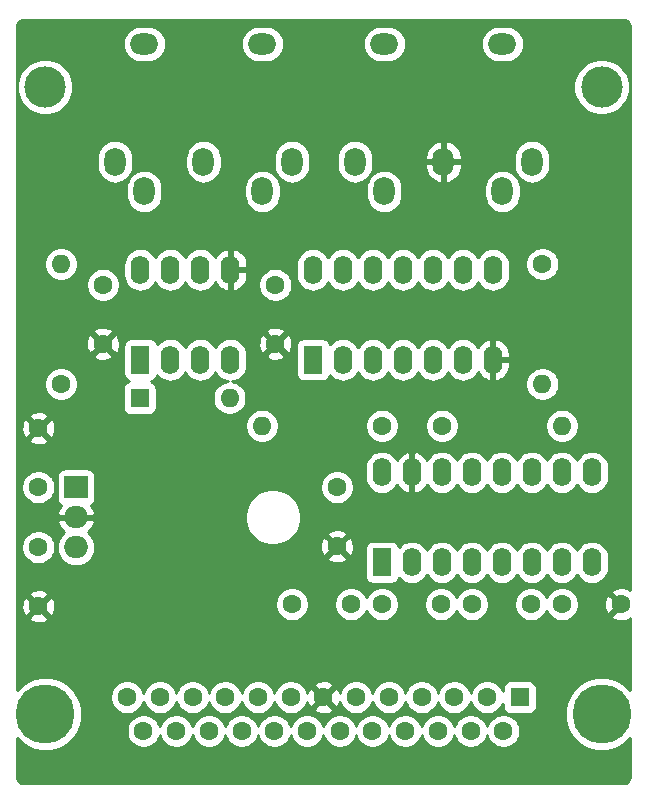
<source format=gbl>
G04 #@! TF.GenerationSoftware,KiCad,Pcbnew,(5.1.8)-1*
G04 #@! TF.CreationDate,2022-02-21T01:44:32+01:00*
G04 #@! TF.ProjectId,BulkyMIDI-32 Amiga,42756c6b-794d-4494-9449-2d333220416d,rev?*
G04 #@! TF.SameCoordinates,Original*
G04 #@! TF.FileFunction,Copper,L2,Bot*
G04 #@! TF.FilePolarity,Positive*
%FSLAX46Y46*%
G04 Gerber Fmt 4.6, Leading zero omitted, Abs format (unit mm)*
G04 Created by KiCad (PCBNEW (5.1.8)-1) date 2022-02-21 01:44:32*
%MOMM*%
%LPD*%
G01*
G04 APERTURE LIST*
G04 #@! TA.AperFunction,WasherPad*
%ADD10C,5.000000*%
G04 #@! TD*
G04 #@! TA.AperFunction,ComponentPad*
%ADD11C,1.600000*%
G04 #@! TD*
G04 #@! TA.AperFunction,ComponentPad*
%ADD12R,1.600000X1.600000*%
G04 #@! TD*
G04 #@! TA.AperFunction,ComponentPad*
%ADD13O,1.800000X2.400000*%
G04 #@! TD*
G04 #@! TA.AperFunction,WasherPad*
%ADD14O,2.400000X1.800000*%
G04 #@! TD*
G04 #@! TA.AperFunction,ComponentPad*
%ADD15O,1.600000X1.600000*%
G04 #@! TD*
G04 #@! TA.AperFunction,ComponentPad*
%ADD16R,1.600000X2.400000*%
G04 #@! TD*
G04 #@! TA.AperFunction,ComponentPad*
%ADD17O,1.600000X2.400000*%
G04 #@! TD*
G04 #@! TA.AperFunction,WasherPad*
%ADD18C,3.500000*%
G04 #@! TD*
G04 #@! TA.AperFunction,ComponentPad*
%ADD19R,2.000000X1.905000*%
G04 #@! TD*
G04 #@! TA.AperFunction,ComponentPad*
%ADD20O,2.000000X1.905000*%
G04 #@! TD*
G04 #@! TA.AperFunction,Conductor*
%ADD21C,0.254000*%
G04 #@! TD*
G04 #@! TA.AperFunction,Conductor*
%ADD22C,0.100000*%
G04 #@! TD*
G04 APERTURE END LIST*
D10*
X141660000Y-126515000D03*
X94560000Y-126515000D03*
D11*
X102875000Y-127935000D03*
X105645000Y-127935000D03*
X108415000Y-127935000D03*
X111185000Y-127935000D03*
X113955000Y-127935000D03*
X116725000Y-127935000D03*
X119495000Y-127935000D03*
X122265000Y-127935000D03*
X125035000Y-127935000D03*
X127805000Y-127935000D03*
X130575000Y-127935000D03*
X133345000Y-127935000D03*
X101490000Y-125095000D03*
X104260000Y-125095000D03*
X107030000Y-125095000D03*
X109800000Y-125095000D03*
X112570000Y-125095000D03*
X115340000Y-125095000D03*
X118110000Y-125095000D03*
X120880000Y-125095000D03*
X123650000Y-125095000D03*
X126420000Y-125095000D03*
X129190000Y-125095000D03*
X131960000Y-125095000D03*
D12*
X134730000Y-125095000D03*
D13*
X107950000Y-79756000D03*
D14*
X102950000Y-69756000D03*
X112950000Y-69756000D03*
D13*
X100450000Y-79756000D03*
X115450000Y-79756000D03*
X102950000Y-82256000D03*
X112950000Y-82256000D03*
X128270000Y-79756000D03*
D14*
X123270000Y-69756000D03*
X133270000Y-69756000D03*
D13*
X120770000Y-79756000D03*
X135770000Y-79756000D03*
X123270000Y-82256000D03*
X133270000Y-82256000D03*
D12*
X102539800Y-99771200D03*
D15*
X110159800Y-99771200D03*
X112903000Y-102108000D03*
D11*
X123063000Y-102108000D03*
X128143000Y-102108000D03*
D15*
X138303000Y-102108000D03*
X136652000Y-98577400D03*
D11*
X136652000Y-88417400D03*
X95885000Y-98577400D03*
D15*
X95885000Y-88417400D03*
D16*
X102616000Y-96520000D03*
D17*
X110236000Y-88900000D03*
X105156000Y-96520000D03*
X107696000Y-88900000D03*
X107696000Y-96520000D03*
X105156000Y-88900000D03*
X110236000Y-96520000D03*
X102616000Y-88900000D03*
D16*
X117221000Y-96520000D03*
D17*
X132461000Y-88900000D03*
X119761000Y-96520000D03*
X129921000Y-88900000D03*
X122301000Y-96520000D03*
X127381000Y-88900000D03*
X124841000Y-96520000D03*
X124841000Y-88900000D03*
X127381000Y-96520000D03*
X122301000Y-88900000D03*
X129921000Y-96520000D03*
X119761000Y-88900000D03*
X132461000Y-96520000D03*
X117221000Y-88900000D03*
D11*
X99441000Y-90170000D03*
X99441000Y-95170000D03*
X114046000Y-95170000D03*
X114046000Y-90170000D03*
D18*
X94560000Y-73406000D03*
X141660000Y-73406000D03*
D11*
X93980000Y-107315000D03*
X93980000Y-102315000D03*
X119253000Y-112315000D03*
X119253000Y-107315000D03*
X93980000Y-117395000D03*
X93980000Y-112395000D03*
X115459500Y-117221000D03*
X120459500Y-117221000D03*
X138303000Y-117221000D03*
X143303000Y-117221000D03*
X130683000Y-117221000D03*
X135683000Y-117221000D03*
X128063000Y-117221000D03*
X123063000Y-117221000D03*
D16*
X123063000Y-113665000D03*
D17*
X140843000Y-106045000D03*
X125603000Y-113665000D03*
X138303000Y-106045000D03*
X128143000Y-113665000D03*
X135763000Y-106045000D03*
X130683000Y-113665000D03*
X133223000Y-106045000D03*
X133223000Y-113665000D03*
X130683000Y-106045000D03*
X135763000Y-113665000D03*
X128143000Y-106045000D03*
X138303000Y-113665000D03*
X125603000Y-106045000D03*
X140843000Y-113665000D03*
X123063000Y-106045000D03*
D19*
X97155000Y-107315000D03*
D20*
X97155000Y-109855000D03*
X97155000Y-112395000D03*
D21*
X143609109Y-67780005D02*
X143713101Y-67811402D01*
X143809014Y-67862399D01*
X143893194Y-67931055D01*
X143962440Y-68014758D01*
X144014105Y-68110311D01*
X144046227Y-68214078D01*
X144061001Y-68354650D01*
X144061000Y-116040517D01*
X144044514Y-115984329D01*
X143789004Y-115863429D01*
X143514816Y-115794700D01*
X143232488Y-115780783D01*
X142952870Y-115822213D01*
X142686708Y-115917397D01*
X142561486Y-115984329D01*
X142489903Y-116228298D01*
X143303000Y-117041395D01*
X143317143Y-117027253D01*
X143496748Y-117206858D01*
X143482605Y-117221000D01*
X143496748Y-117235143D01*
X143317143Y-117414748D01*
X143303000Y-117400605D01*
X142489903Y-118213702D01*
X142561486Y-118457671D01*
X142816996Y-118578571D01*
X143091184Y-118647300D01*
X143373512Y-118661217D01*
X143653130Y-118619787D01*
X143919292Y-118524603D01*
X144044514Y-118457671D01*
X144061000Y-118401483D01*
X144061000Y-124482440D01*
X143658446Y-124079886D01*
X143144979Y-123736799D01*
X142574446Y-123500476D01*
X141968771Y-123380000D01*
X141351229Y-123380000D01*
X140745554Y-123500476D01*
X140175021Y-123736799D01*
X139661554Y-124079886D01*
X139224886Y-124516554D01*
X138881799Y-125030021D01*
X138645476Y-125600554D01*
X138525000Y-126206229D01*
X138525000Y-126823771D01*
X138645476Y-127429446D01*
X138881799Y-127999979D01*
X139224886Y-128513446D01*
X139661554Y-128950114D01*
X140175021Y-129293201D01*
X140745554Y-129529524D01*
X141351229Y-129650000D01*
X141968771Y-129650000D01*
X142574446Y-129529524D01*
X143144979Y-129293201D01*
X143658446Y-128950114D01*
X144061000Y-128547560D01*
X144061000Y-131786480D01*
X144046995Y-131929309D01*
X144015599Y-132033299D01*
X143964601Y-132129213D01*
X143895941Y-132213399D01*
X143812243Y-132282639D01*
X143716689Y-132334305D01*
X143612922Y-132366427D01*
X143472359Y-132381200D01*
X92753720Y-132381200D01*
X92610891Y-132367195D01*
X92506901Y-132335799D01*
X92410987Y-132284801D01*
X92326801Y-132216141D01*
X92257561Y-132132443D01*
X92205895Y-132036889D01*
X92173773Y-131933122D01*
X92159000Y-131792559D01*
X92159000Y-128547560D01*
X92561554Y-128950114D01*
X93075021Y-129293201D01*
X93645554Y-129529524D01*
X94251229Y-129650000D01*
X94868771Y-129650000D01*
X95474446Y-129529524D01*
X96044979Y-129293201D01*
X96558446Y-128950114D01*
X96995114Y-128513446D01*
X97338201Y-127999979D01*
X97423659Y-127793665D01*
X101440000Y-127793665D01*
X101440000Y-128076335D01*
X101495147Y-128353574D01*
X101603320Y-128614727D01*
X101760363Y-128849759D01*
X101960241Y-129049637D01*
X102195273Y-129206680D01*
X102456426Y-129314853D01*
X102733665Y-129370000D01*
X103016335Y-129370000D01*
X103293574Y-129314853D01*
X103554727Y-129206680D01*
X103789759Y-129049637D01*
X103989637Y-128849759D01*
X104146680Y-128614727D01*
X104254853Y-128353574D01*
X104260000Y-128327699D01*
X104265147Y-128353574D01*
X104373320Y-128614727D01*
X104530363Y-128849759D01*
X104730241Y-129049637D01*
X104965273Y-129206680D01*
X105226426Y-129314853D01*
X105503665Y-129370000D01*
X105786335Y-129370000D01*
X106063574Y-129314853D01*
X106324727Y-129206680D01*
X106559759Y-129049637D01*
X106759637Y-128849759D01*
X106916680Y-128614727D01*
X107024853Y-128353574D01*
X107030000Y-128327699D01*
X107035147Y-128353574D01*
X107143320Y-128614727D01*
X107300363Y-128849759D01*
X107500241Y-129049637D01*
X107735273Y-129206680D01*
X107996426Y-129314853D01*
X108273665Y-129370000D01*
X108556335Y-129370000D01*
X108833574Y-129314853D01*
X109094727Y-129206680D01*
X109329759Y-129049637D01*
X109529637Y-128849759D01*
X109686680Y-128614727D01*
X109794853Y-128353574D01*
X109800000Y-128327699D01*
X109805147Y-128353574D01*
X109913320Y-128614727D01*
X110070363Y-128849759D01*
X110270241Y-129049637D01*
X110505273Y-129206680D01*
X110766426Y-129314853D01*
X111043665Y-129370000D01*
X111326335Y-129370000D01*
X111603574Y-129314853D01*
X111864727Y-129206680D01*
X112099759Y-129049637D01*
X112299637Y-128849759D01*
X112456680Y-128614727D01*
X112564853Y-128353574D01*
X112570000Y-128327699D01*
X112575147Y-128353574D01*
X112683320Y-128614727D01*
X112840363Y-128849759D01*
X113040241Y-129049637D01*
X113275273Y-129206680D01*
X113536426Y-129314853D01*
X113813665Y-129370000D01*
X114096335Y-129370000D01*
X114373574Y-129314853D01*
X114634727Y-129206680D01*
X114869759Y-129049637D01*
X115069637Y-128849759D01*
X115226680Y-128614727D01*
X115334853Y-128353574D01*
X115340000Y-128327699D01*
X115345147Y-128353574D01*
X115453320Y-128614727D01*
X115610363Y-128849759D01*
X115810241Y-129049637D01*
X116045273Y-129206680D01*
X116306426Y-129314853D01*
X116583665Y-129370000D01*
X116866335Y-129370000D01*
X117143574Y-129314853D01*
X117404727Y-129206680D01*
X117639759Y-129049637D01*
X117839637Y-128849759D01*
X117996680Y-128614727D01*
X118104853Y-128353574D01*
X118110000Y-128327699D01*
X118115147Y-128353574D01*
X118223320Y-128614727D01*
X118380363Y-128849759D01*
X118580241Y-129049637D01*
X118815273Y-129206680D01*
X119076426Y-129314853D01*
X119353665Y-129370000D01*
X119636335Y-129370000D01*
X119913574Y-129314853D01*
X120174727Y-129206680D01*
X120409759Y-129049637D01*
X120609637Y-128849759D01*
X120766680Y-128614727D01*
X120874853Y-128353574D01*
X120880000Y-128327699D01*
X120885147Y-128353574D01*
X120993320Y-128614727D01*
X121150363Y-128849759D01*
X121350241Y-129049637D01*
X121585273Y-129206680D01*
X121846426Y-129314853D01*
X122123665Y-129370000D01*
X122406335Y-129370000D01*
X122683574Y-129314853D01*
X122944727Y-129206680D01*
X123179759Y-129049637D01*
X123379637Y-128849759D01*
X123536680Y-128614727D01*
X123644853Y-128353574D01*
X123650000Y-128327699D01*
X123655147Y-128353574D01*
X123763320Y-128614727D01*
X123920363Y-128849759D01*
X124120241Y-129049637D01*
X124355273Y-129206680D01*
X124616426Y-129314853D01*
X124893665Y-129370000D01*
X125176335Y-129370000D01*
X125453574Y-129314853D01*
X125714727Y-129206680D01*
X125949759Y-129049637D01*
X126149637Y-128849759D01*
X126306680Y-128614727D01*
X126414853Y-128353574D01*
X126420000Y-128327699D01*
X126425147Y-128353574D01*
X126533320Y-128614727D01*
X126690363Y-128849759D01*
X126890241Y-129049637D01*
X127125273Y-129206680D01*
X127386426Y-129314853D01*
X127663665Y-129370000D01*
X127946335Y-129370000D01*
X128223574Y-129314853D01*
X128484727Y-129206680D01*
X128719759Y-129049637D01*
X128919637Y-128849759D01*
X129076680Y-128614727D01*
X129184853Y-128353574D01*
X129190000Y-128327699D01*
X129195147Y-128353574D01*
X129303320Y-128614727D01*
X129460363Y-128849759D01*
X129660241Y-129049637D01*
X129895273Y-129206680D01*
X130156426Y-129314853D01*
X130433665Y-129370000D01*
X130716335Y-129370000D01*
X130993574Y-129314853D01*
X131254727Y-129206680D01*
X131489759Y-129049637D01*
X131689637Y-128849759D01*
X131846680Y-128614727D01*
X131954853Y-128353574D01*
X131960000Y-128327699D01*
X131965147Y-128353574D01*
X132073320Y-128614727D01*
X132230363Y-128849759D01*
X132430241Y-129049637D01*
X132665273Y-129206680D01*
X132926426Y-129314853D01*
X133203665Y-129370000D01*
X133486335Y-129370000D01*
X133763574Y-129314853D01*
X134024727Y-129206680D01*
X134259759Y-129049637D01*
X134459637Y-128849759D01*
X134616680Y-128614727D01*
X134724853Y-128353574D01*
X134780000Y-128076335D01*
X134780000Y-127793665D01*
X134724853Y-127516426D01*
X134616680Y-127255273D01*
X134459637Y-127020241D01*
X134259759Y-126820363D01*
X134024727Y-126663320D01*
X133763574Y-126555147D01*
X133486335Y-126500000D01*
X133203665Y-126500000D01*
X132926426Y-126555147D01*
X132665273Y-126663320D01*
X132430241Y-126820363D01*
X132230363Y-127020241D01*
X132073320Y-127255273D01*
X131965147Y-127516426D01*
X131960000Y-127542301D01*
X131954853Y-127516426D01*
X131846680Y-127255273D01*
X131689637Y-127020241D01*
X131489759Y-126820363D01*
X131254727Y-126663320D01*
X130993574Y-126555147D01*
X130716335Y-126500000D01*
X130433665Y-126500000D01*
X130156426Y-126555147D01*
X129895273Y-126663320D01*
X129660241Y-126820363D01*
X129460363Y-127020241D01*
X129303320Y-127255273D01*
X129195147Y-127516426D01*
X129190000Y-127542301D01*
X129184853Y-127516426D01*
X129076680Y-127255273D01*
X128919637Y-127020241D01*
X128719759Y-126820363D01*
X128484727Y-126663320D01*
X128223574Y-126555147D01*
X127946335Y-126500000D01*
X127663665Y-126500000D01*
X127386426Y-126555147D01*
X127125273Y-126663320D01*
X126890241Y-126820363D01*
X126690363Y-127020241D01*
X126533320Y-127255273D01*
X126425147Y-127516426D01*
X126420000Y-127542301D01*
X126414853Y-127516426D01*
X126306680Y-127255273D01*
X126149637Y-127020241D01*
X125949759Y-126820363D01*
X125714727Y-126663320D01*
X125453574Y-126555147D01*
X125176335Y-126500000D01*
X124893665Y-126500000D01*
X124616426Y-126555147D01*
X124355273Y-126663320D01*
X124120241Y-126820363D01*
X123920363Y-127020241D01*
X123763320Y-127255273D01*
X123655147Y-127516426D01*
X123650000Y-127542301D01*
X123644853Y-127516426D01*
X123536680Y-127255273D01*
X123379637Y-127020241D01*
X123179759Y-126820363D01*
X122944727Y-126663320D01*
X122683574Y-126555147D01*
X122406335Y-126500000D01*
X122123665Y-126500000D01*
X121846426Y-126555147D01*
X121585273Y-126663320D01*
X121350241Y-126820363D01*
X121150363Y-127020241D01*
X120993320Y-127255273D01*
X120885147Y-127516426D01*
X120880000Y-127542301D01*
X120874853Y-127516426D01*
X120766680Y-127255273D01*
X120609637Y-127020241D01*
X120409759Y-126820363D01*
X120174727Y-126663320D01*
X119913574Y-126555147D01*
X119636335Y-126500000D01*
X119353665Y-126500000D01*
X119076426Y-126555147D01*
X118815273Y-126663320D01*
X118580241Y-126820363D01*
X118380363Y-127020241D01*
X118223320Y-127255273D01*
X118115147Y-127516426D01*
X118110000Y-127542301D01*
X118104853Y-127516426D01*
X117996680Y-127255273D01*
X117839637Y-127020241D01*
X117639759Y-126820363D01*
X117404727Y-126663320D01*
X117143574Y-126555147D01*
X116866335Y-126500000D01*
X116583665Y-126500000D01*
X116306426Y-126555147D01*
X116045273Y-126663320D01*
X115810241Y-126820363D01*
X115610363Y-127020241D01*
X115453320Y-127255273D01*
X115345147Y-127516426D01*
X115340000Y-127542301D01*
X115334853Y-127516426D01*
X115226680Y-127255273D01*
X115069637Y-127020241D01*
X114869759Y-126820363D01*
X114634727Y-126663320D01*
X114373574Y-126555147D01*
X114096335Y-126500000D01*
X113813665Y-126500000D01*
X113536426Y-126555147D01*
X113275273Y-126663320D01*
X113040241Y-126820363D01*
X112840363Y-127020241D01*
X112683320Y-127255273D01*
X112575147Y-127516426D01*
X112570000Y-127542301D01*
X112564853Y-127516426D01*
X112456680Y-127255273D01*
X112299637Y-127020241D01*
X112099759Y-126820363D01*
X111864727Y-126663320D01*
X111603574Y-126555147D01*
X111326335Y-126500000D01*
X111043665Y-126500000D01*
X110766426Y-126555147D01*
X110505273Y-126663320D01*
X110270241Y-126820363D01*
X110070363Y-127020241D01*
X109913320Y-127255273D01*
X109805147Y-127516426D01*
X109800000Y-127542301D01*
X109794853Y-127516426D01*
X109686680Y-127255273D01*
X109529637Y-127020241D01*
X109329759Y-126820363D01*
X109094727Y-126663320D01*
X108833574Y-126555147D01*
X108556335Y-126500000D01*
X108273665Y-126500000D01*
X107996426Y-126555147D01*
X107735273Y-126663320D01*
X107500241Y-126820363D01*
X107300363Y-127020241D01*
X107143320Y-127255273D01*
X107035147Y-127516426D01*
X107030000Y-127542301D01*
X107024853Y-127516426D01*
X106916680Y-127255273D01*
X106759637Y-127020241D01*
X106559759Y-126820363D01*
X106324727Y-126663320D01*
X106063574Y-126555147D01*
X105786335Y-126500000D01*
X105503665Y-126500000D01*
X105226426Y-126555147D01*
X104965273Y-126663320D01*
X104730241Y-126820363D01*
X104530363Y-127020241D01*
X104373320Y-127255273D01*
X104265147Y-127516426D01*
X104260000Y-127542301D01*
X104254853Y-127516426D01*
X104146680Y-127255273D01*
X103989637Y-127020241D01*
X103789759Y-126820363D01*
X103554727Y-126663320D01*
X103293574Y-126555147D01*
X103016335Y-126500000D01*
X102733665Y-126500000D01*
X102456426Y-126555147D01*
X102195273Y-126663320D01*
X101960241Y-126820363D01*
X101760363Y-127020241D01*
X101603320Y-127255273D01*
X101495147Y-127516426D01*
X101440000Y-127793665D01*
X97423659Y-127793665D01*
X97574524Y-127429446D01*
X97695000Y-126823771D01*
X97695000Y-126206229D01*
X97574524Y-125600554D01*
X97338201Y-125030021D01*
X97287182Y-124953665D01*
X100055000Y-124953665D01*
X100055000Y-125236335D01*
X100110147Y-125513574D01*
X100218320Y-125774727D01*
X100375363Y-126009759D01*
X100575241Y-126209637D01*
X100810273Y-126366680D01*
X101071426Y-126474853D01*
X101348665Y-126530000D01*
X101631335Y-126530000D01*
X101908574Y-126474853D01*
X102169727Y-126366680D01*
X102404759Y-126209637D01*
X102604637Y-126009759D01*
X102761680Y-125774727D01*
X102869853Y-125513574D01*
X102875000Y-125487699D01*
X102880147Y-125513574D01*
X102988320Y-125774727D01*
X103145363Y-126009759D01*
X103345241Y-126209637D01*
X103580273Y-126366680D01*
X103841426Y-126474853D01*
X104118665Y-126530000D01*
X104401335Y-126530000D01*
X104678574Y-126474853D01*
X104939727Y-126366680D01*
X105174759Y-126209637D01*
X105374637Y-126009759D01*
X105531680Y-125774727D01*
X105639853Y-125513574D01*
X105645000Y-125487699D01*
X105650147Y-125513574D01*
X105758320Y-125774727D01*
X105915363Y-126009759D01*
X106115241Y-126209637D01*
X106350273Y-126366680D01*
X106611426Y-126474853D01*
X106888665Y-126530000D01*
X107171335Y-126530000D01*
X107448574Y-126474853D01*
X107709727Y-126366680D01*
X107944759Y-126209637D01*
X108144637Y-126009759D01*
X108301680Y-125774727D01*
X108409853Y-125513574D01*
X108415000Y-125487699D01*
X108420147Y-125513574D01*
X108528320Y-125774727D01*
X108685363Y-126009759D01*
X108885241Y-126209637D01*
X109120273Y-126366680D01*
X109381426Y-126474853D01*
X109658665Y-126530000D01*
X109941335Y-126530000D01*
X110218574Y-126474853D01*
X110479727Y-126366680D01*
X110714759Y-126209637D01*
X110914637Y-126009759D01*
X111071680Y-125774727D01*
X111179853Y-125513574D01*
X111185000Y-125487699D01*
X111190147Y-125513574D01*
X111298320Y-125774727D01*
X111455363Y-126009759D01*
X111655241Y-126209637D01*
X111890273Y-126366680D01*
X112151426Y-126474853D01*
X112428665Y-126530000D01*
X112711335Y-126530000D01*
X112988574Y-126474853D01*
X113249727Y-126366680D01*
X113484759Y-126209637D01*
X113684637Y-126009759D01*
X113841680Y-125774727D01*
X113949853Y-125513574D01*
X113955000Y-125487699D01*
X113960147Y-125513574D01*
X114068320Y-125774727D01*
X114225363Y-126009759D01*
X114425241Y-126209637D01*
X114660273Y-126366680D01*
X114921426Y-126474853D01*
X115198665Y-126530000D01*
X115481335Y-126530000D01*
X115758574Y-126474853D01*
X116019727Y-126366680D01*
X116254759Y-126209637D01*
X116376694Y-126087702D01*
X117296903Y-126087702D01*
X117368486Y-126331671D01*
X117623996Y-126452571D01*
X117898184Y-126521300D01*
X118180512Y-126535217D01*
X118460130Y-126493787D01*
X118726292Y-126398603D01*
X118851514Y-126331671D01*
X118923097Y-126087702D01*
X118110000Y-125274605D01*
X117296903Y-126087702D01*
X116376694Y-126087702D01*
X116454637Y-126009759D01*
X116611680Y-125774727D01*
X116719853Y-125513574D01*
X116725513Y-125485118D01*
X116806397Y-125711292D01*
X116873329Y-125836514D01*
X117117298Y-125908097D01*
X117930395Y-125095000D01*
X118289605Y-125095000D01*
X119102702Y-125908097D01*
X119346671Y-125836514D01*
X119467571Y-125581004D01*
X119493212Y-125478711D01*
X119500147Y-125513574D01*
X119608320Y-125774727D01*
X119765363Y-126009759D01*
X119965241Y-126209637D01*
X120200273Y-126366680D01*
X120461426Y-126474853D01*
X120738665Y-126530000D01*
X121021335Y-126530000D01*
X121298574Y-126474853D01*
X121559727Y-126366680D01*
X121794759Y-126209637D01*
X121994637Y-126009759D01*
X122151680Y-125774727D01*
X122259853Y-125513574D01*
X122265000Y-125487699D01*
X122270147Y-125513574D01*
X122378320Y-125774727D01*
X122535363Y-126009759D01*
X122735241Y-126209637D01*
X122970273Y-126366680D01*
X123231426Y-126474853D01*
X123508665Y-126530000D01*
X123791335Y-126530000D01*
X124068574Y-126474853D01*
X124329727Y-126366680D01*
X124564759Y-126209637D01*
X124764637Y-126009759D01*
X124921680Y-125774727D01*
X125029853Y-125513574D01*
X125035000Y-125487699D01*
X125040147Y-125513574D01*
X125148320Y-125774727D01*
X125305363Y-126009759D01*
X125505241Y-126209637D01*
X125740273Y-126366680D01*
X126001426Y-126474853D01*
X126278665Y-126530000D01*
X126561335Y-126530000D01*
X126838574Y-126474853D01*
X127099727Y-126366680D01*
X127334759Y-126209637D01*
X127534637Y-126009759D01*
X127691680Y-125774727D01*
X127799853Y-125513574D01*
X127805000Y-125487699D01*
X127810147Y-125513574D01*
X127918320Y-125774727D01*
X128075363Y-126009759D01*
X128275241Y-126209637D01*
X128510273Y-126366680D01*
X128771426Y-126474853D01*
X129048665Y-126530000D01*
X129331335Y-126530000D01*
X129608574Y-126474853D01*
X129869727Y-126366680D01*
X130104759Y-126209637D01*
X130304637Y-126009759D01*
X130461680Y-125774727D01*
X130569853Y-125513574D01*
X130575000Y-125487699D01*
X130580147Y-125513574D01*
X130688320Y-125774727D01*
X130845363Y-126009759D01*
X131045241Y-126209637D01*
X131280273Y-126366680D01*
X131541426Y-126474853D01*
X131818665Y-126530000D01*
X132101335Y-126530000D01*
X132378574Y-126474853D01*
X132639727Y-126366680D01*
X132874759Y-126209637D01*
X133074637Y-126009759D01*
X133231680Y-125774727D01*
X133291928Y-125629275D01*
X133291928Y-125895000D01*
X133304188Y-126019482D01*
X133340498Y-126139180D01*
X133399463Y-126249494D01*
X133478815Y-126346185D01*
X133575506Y-126425537D01*
X133685820Y-126484502D01*
X133805518Y-126520812D01*
X133930000Y-126533072D01*
X135530000Y-126533072D01*
X135654482Y-126520812D01*
X135774180Y-126484502D01*
X135884494Y-126425537D01*
X135981185Y-126346185D01*
X136060537Y-126249494D01*
X136119502Y-126139180D01*
X136155812Y-126019482D01*
X136168072Y-125895000D01*
X136168072Y-124295000D01*
X136155812Y-124170518D01*
X136119502Y-124050820D01*
X136060537Y-123940506D01*
X135981185Y-123843815D01*
X135884494Y-123764463D01*
X135774180Y-123705498D01*
X135654482Y-123669188D01*
X135530000Y-123656928D01*
X133930000Y-123656928D01*
X133805518Y-123669188D01*
X133685820Y-123705498D01*
X133575506Y-123764463D01*
X133478815Y-123843815D01*
X133399463Y-123940506D01*
X133340498Y-124050820D01*
X133304188Y-124170518D01*
X133291928Y-124295000D01*
X133291928Y-124560725D01*
X133231680Y-124415273D01*
X133074637Y-124180241D01*
X132874759Y-123980363D01*
X132639727Y-123823320D01*
X132378574Y-123715147D01*
X132101335Y-123660000D01*
X131818665Y-123660000D01*
X131541426Y-123715147D01*
X131280273Y-123823320D01*
X131045241Y-123980363D01*
X130845363Y-124180241D01*
X130688320Y-124415273D01*
X130580147Y-124676426D01*
X130575000Y-124702301D01*
X130569853Y-124676426D01*
X130461680Y-124415273D01*
X130304637Y-124180241D01*
X130104759Y-123980363D01*
X129869727Y-123823320D01*
X129608574Y-123715147D01*
X129331335Y-123660000D01*
X129048665Y-123660000D01*
X128771426Y-123715147D01*
X128510273Y-123823320D01*
X128275241Y-123980363D01*
X128075363Y-124180241D01*
X127918320Y-124415273D01*
X127810147Y-124676426D01*
X127805000Y-124702301D01*
X127799853Y-124676426D01*
X127691680Y-124415273D01*
X127534637Y-124180241D01*
X127334759Y-123980363D01*
X127099727Y-123823320D01*
X126838574Y-123715147D01*
X126561335Y-123660000D01*
X126278665Y-123660000D01*
X126001426Y-123715147D01*
X125740273Y-123823320D01*
X125505241Y-123980363D01*
X125305363Y-124180241D01*
X125148320Y-124415273D01*
X125040147Y-124676426D01*
X125035000Y-124702301D01*
X125029853Y-124676426D01*
X124921680Y-124415273D01*
X124764637Y-124180241D01*
X124564759Y-123980363D01*
X124329727Y-123823320D01*
X124068574Y-123715147D01*
X123791335Y-123660000D01*
X123508665Y-123660000D01*
X123231426Y-123715147D01*
X122970273Y-123823320D01*
X122735241Y-123980363D01*
X122535363Y-124180241D01*
X122378320Y-124415273D01*
X122270147Y-124676426D01*
X122265000Y-124702301D01*
X122259853Y-124676426D01*
X122151680Y-124415273D01*
X121994637Y-124180241D01*
X121794759Y-123980363D01*
X121559727Y-123823320D01*
X121298574Y-123715147D01*
X121021335Y-123660000D01*
X120738665Y-123660000D01*
X120461426Y-123715147D01*
X120200273Y-123823320D01*
X119965241Y-123980363D01*
X119765363Y-124180241D01*
X119608320Y-124415273D01*
X119500147Y-124676426D01*
X119494487Y-124704882D01*
X119413603Y-124478708D01*
X119346671Y-124353486D01*
X119102702Y-124281903D01*
X118289605Y-125095000D01*
X117930395Y-125095000D01*
X117117298Y-124281903D01*
X116873329Y-124353486D01*
X116752429Y-124608996D01*
X116726788Y-124711289D01*
X116719853Y-124676426D01*
X116611680Y-124415273D01*
X116454637Y-124180241D01*
X116376694Y-124102298D01*
X117296903Y-124102298D01*
X118110000Y-124915395D01*
X118923097Y-124102298D01*
X118851514Y-123858329D01*
X118596004Y-123737429D01*
X118321816Y-123668700D01*
X118039488Y-123654783D01*
X117759870Y-123696213D01*
X117493708Y-123791397D01*
X117368486Y-123858329D01*
X117296903Y-124102298D01*
X116376694Y-124102298D01*
X116254759Y-123980363D01*
X116019727Y-123823320D01*
X115758574Y-123715147D01*
X115481335Y-123660000D01*
X115198665Y-123660000D01*
X114921426Y-123715147D01*
X114660273Y-123823320D01*
X114425241Y-123980363D01*
X114225363Y-124180241D01*
X114068320Y-124415273D01*
X113960147Y-124676426D01*
X113955000Y-124702301D01*
X113949853Y-124676426D01*
X113841680Y-124415273D01*
X113684637Y-124180241D01*
X113484759Y-123980363D01*
X113249727Y-123823320D01*
X112988574Y-123715147D01*
X112711335Y-123660000D01*
X112428665Y-123660000D01*
X112151426Y-123715147D01*
X111890273Y-123823320D01*
X111655241Y-123980363D01*
X111455363Y-124180241D01*
X111298320Y-124415273D01*
X111190147Y-124676426D01*
X111185000Y-124702301D01*
X111179853Y-124676426D01*
X111071680Y-124415273D01*
X110914637Y-124180241D01*
X110714759Y-123980363D01*
X110479727Y-123823320D01*
X110218574Y-123715147D01*
X109941335Y-123660000D01*
X109658665Y-123660000D01*
X109381426Y-123715147D01*
X109120273Y-123823320D01*
X108885241Y-123980363D01*
X108685363Y-124180241D01*
X108528320Y-124415273D01*
X108420147Y-124676426D01*
X108415000Y-124702301D01*
X108409853Y-124676426D01*
X108301680Y-124415273D01*
X108144637Y-124180241D01*
X107944759Y-123980363D01*
X107709727Y-123823320D01*
X107448574Y-123715147D01*
X107171335Y-123660000D01*
X106888665Y-123660000D01*
X106611426Y-123715147D01*
X106350273Y-123823320D01*
X106115241Y-123980363D01*
X105915363Y-124180241D01*
X105758320Y-124415273D01*
X105650147Y-124676426D01*
X105645000Y-124702301D01*
X105639853Y-124676426D01*
X105531680Y-124415273D01*
X105374637Y-124180241D01*
X105174759Y-123980363D01*
X104939727Y-123823320D01*
X104678574Y-123715147D01*
X104401335Y-123660000D01*
X104118665Y-123660000D01*
X103841426Y-123715147D01*
X103580273Y-123823320D01*
X103345241Y-123980363D01*
X103145363Y-124180241D01*
X102988320Y-124415273D01*
X102880147Y-124676426D01*
X102875000Y-124702301D01*
X102869853Y-124676426D01*
X102761680Y-124415273D01*
X102604637Y-124180241D01*
X102404759Y-123980363D01*
X102169727Y-123823320D01*
X101908574Y-123715147D01*
X101631335Y-123660000D01*
X101348665Y-123660000D01*
X101071426Y-123715147D01*
X100810273Y-123823320D01*
X100575241Y-123980363D01*
X100375363Y-124180241D01*
X100218320Y-124415273D01*
X100110147Y-124676426D01*
X100055000Y-124953665D01*
X97287182Y-124953665D01*
X96995114Y-124516554D01*
X96558446Y-124079886D01*
X96044979Y-123736799D01*
X95474446Y-123500476D01*
X94868771Y-123380000D01*
X94251229Y-123380000D01*
X93645554Y-123500476D01*
X93075021Y-123736799D01*
X92561554Y-124079886D01*
X92159000Y-124482440D01*
X92159000Y-118387702D01*
X93166903Y-118387702D01*
X93238486Y-118631671D01*
X93493996Y-118752571D01*
X93768184Y-118821300D01*
X94050512Y-118835217D01*
X94330130Y-118793787D01*
X94596292Y-118698603D01*
X94721514Y-118631671D01*
X94793097Y-118387702D01*
X93980000Y-117574605D01*
X93166903Y-118387702D01*
X92159000Y-118387702D01*
X92159000Y-117465512D01*
X92539783Y-117465512D01*
X92581213Y-117745130D01*
X92676397Y-118011292D01*
X92743329Y-118136514D01*
X92987298Y-118208097D01*
X93800395Y-117395000D01*
X94159605Y-117395000D01*
X94972702Y-118208097D01*
X95216671Y-118136514D01*
X95337571Y-117881004D01*
X95406300Y-117606816D01*
X95420217Y-117324488D01*
X95383943Y-117079665D01*
X114024500Y-117079665D01*
X114024500Y-117362335D01*
X114079647Y-117639574D01*
X114187820Y-117900727D01*
X114344863Y-118135759D01*
X114544741Y-118335637D01*
X114779773Y-118492680D01*
X115040926Y-118600853D01*
X115318165Y-118656000D01*
X115600835Y-118656000D01*
X115878074Y-118600853D01*
X116139227Y-118492680D01*
X116374259Y-118335637D01*
X116574137Y-118135759D01*
X116731180Y-117900727D01*
X116839353Y-117639574D01*
X116894500Y-117362335D01*
X116894500Y-117079665D01*
X119024500Y-117079665D01*
X119024500Y-117362335D01*
X119079647Y-117639574D01*
X119187820Y-117900727D01*
X119344863Y-118135759D01*
X119544741Y-118335637D01*
X119779773Y-118492680D01*
X120040926Y-118600853D01*
X120318165Y-118656000D01*
X120600835Y-118656000D01*
X120878074Y-118600853D01*
X121139227Y-118492680D01*
X121374259Y-118335637D01*
X121574137Y-118135759D01*
X121731180Y-117900727D01*
X121761250Y-117828132D01*
X121791320Y-117900727D01*
X121948363Y-118135759D01*
X122148241Y-118335637D01*
X122383273Y-118492680D01*
X122644426Y-118600853D01*
X122921665Y-118656000D01*
X123204335Y-118656000D01*
X123481574Y-118600853D01*
X123742727Y-118492680D01*
X123977759Y-118335637D01*
X124177637Y-118135759D01*
X124334680Y-117900727D01*
X124442853Y-117639574D01*
X124498000Y-117362335D01*
X124498000Y-117079665D01*
X126628000Y-117079665D01*
X126628000Y-117362335D01*
X126683147Y-117639574D01*
X126791320Y-117900727D01*
X126948363Y-118135759D01*
X127148241Y-118335637D01*
X127383273Y-118492680D01*
X127644426Y-118600853D01*
X127921665Y-118656000D01*
X128204335Y-118656000D01*
X128481574Y-118600853D01*
X128742727Y-118492680D01*
X128977759Y-118335637D01*
X129177637Y-118135759D01*
X129334680Y-117900727D01*
X129373000Y-117808214D01*
X129411320Y-117900727D01*
X129568363Y-118135759D01*
X129768241Y-118335637D01*
X130003273Y-118492680D01*
X130264426Y-118600853D01*
X130541665Y-118656000D01*
X130824335Y-118656000D01*
X131101574Y-118600853D01*
X131362727Y-118492680D01*
X131597759Y-118335637D01*
X131797637Y-118135759D01*
X131954680Y-117900727D01*
X132062853Y-117639574D01*
X132118000Y-117362335D01*
X132118000Y-117079665D01*
X134248000Y-117079665D01*
X134248000Y-117362335D01*
X134303147Y-117639574D01*
X134411320Y-117900727D01*
X134568363Y-118135759D01*
X134768241Y-118335637D01*
X135003273Y-118492680D01*
X135264426Y-118600853D01*
X135541665Y-118656000D01*
X135824335Y-118656000D01*
X136101574Y-118600853D01*
X136362727Y-118492680D01*
X136597759Y-118335637D01*
X136797637Y-118135759D01*
X136954680Y-117900727D01*
X136993000Y-117808214D01*
X137031320Y-117900727D01*
X137188363Y-118135759D01*
X137388241Y-118335637D01*
X137623273Y-118492680D01*
X137884426Y-118600853D01*
X138161665Y-118656000D01*
X138444335Y-118656000D01*
X138721574Y-118600853D01*
X138982727Y-118492680D01*
X139217759Y-118335637D01*
X139417637Y-118135759D01*
X139574680Y-117900727D01*
X139682853Y-117639574D01*
X139738000Y-117362335D01*
X139738000Y-117291512D01*
X141862783Y-117291512D01*
X141904213Y-117571130D01*
X141999397Y-117837292D01*
X142066329Y-117962514D01*
X142310298Y-118034097D01*
X143123395Y-117221000D01*
X142310298Y-116407903D01*
X142066329Y-116479486D01*
X141945429Y-116734996D01*
X141876700Y-117009184D01*
X141862783Y-117291512D01*
X139738000Y-117291512D01*
X139738000Y-117079665D01*
X139682853Y-116802426D01*
X139574680Y-116541273D01*
X139417637Y-116306241D01*
X139217759Y-116106363D01*
X138982727Y-115949320D01*
X138721574Y-115841147D01*
X138444335Y-115786000D01*
X138161665Y-115786000D01*
X137884426Y-115841147D01*
X137623273Y-115949320D01*
X137388241Y-116106363D01*
X137188363Y-116306241D01*
X137031320Y-116541273D01*
X136993000Y-116633786D01*
X136954680Y-116541273D01*
X136797637Y-116306241D01*
X136597759Y-116106363D01*
X136362727Y-115949320D01*
X136101574Y-115841147D01*
X135824335Y-115786000D01*
X135541665Y-115786000D01*
X135264426Y-115841147D01*
X135003273Y-115949320D01*
X134768241Y-116106363D01*
X134568363Y-116306241D01*
X134411320Y-116541273D01*
X134303147Y-116802426D01*
X134248000Y-117079665D01*
X132118000Y-117079665D01*
X132062853Y-116802426D01*
X131954680Y-116541273D01*
X131797637Y-116306241D01*
X131597759Y-116106363D01*
X131362727Y-115949320D01*
X131101574Y-115841147D01*
X130824335Y-115786000D01*
X130541665Y-115786000D01*
X130264426Y-115841147D01*
X130003273Y-115949320D01*
X129768241Y-116106363D01*
X129568363Y-116306241D01*
X129411320Y-116541273D01*
X129373000Y-116633786D01*
X129334680Y-116541273D01*
X129177637Y-116306241D01*
X128977759Y-116106363D01*
X128742727Y-115949320D01*
X128481574Y-115841147D01*
X128204335Y-115786000D01*
X127921665Y-115786000D01*
X127644426Y-115841147D01*
X127383273Y-115949320D01*
X127148241Y-116106363D01*
X126948363Y-116306241D01*
X126791320Y-116541273D01*
X126683147Y-116802426D01*
X126628000Y-117079665D01*
X124498000Y-117079665D01*
X124442853Y-116802426D01*
X124334680Y-116541273D01*
X124177637Y-116306241D01*
X123977759Y-116106363D01*
X123742727Y-115949320D01*
X123481574Y-115841147D01*
X123204335Y-115786000D01*
X122921665Y-115786000D01*
X122644426Y-115841147D01*
X122383273Y-115949320D01*
X122148241Y-116106363D01*
X121948363Y-116306241D01*
X121791320Y-116541273D01*
X121761250Y-116613868D01*
X121731180Y-116541273D01*
X121574137Y-116306241D01*
X121374259Y-116106363D01*
X121139227Y-115949320D01*
X120878074Y-115841147D01*
X120600835Y-115786000D01*
X120318165Y-115786000D01*
X120040926Y-115841147D01*
X119779773Y-115949320D01*
X119544741Y-116106363D01*
X119344863Y-116306241D01*
X119187820Y-116541273D01*
X119079647Y-116802426D01*
X119024500Y-117079665D01*
X116894500Y-117079665D01*
X116839353Y-116802426D01*
X116731180Y-116541273D01*
X116574137Y-116306241D01*
X116374259Y-116106363D01*
X116139227Y-115949320D01*
X115878074Y-115841147D01*
X115600835Y-115786000D01*
X115318165Y-115786000D01*
X115040926Y-115841147D01*
X114779773Y-115949320D01*
X114544741Y-116106363D01*
X114344863Y-116306241D01*
X114187820Y-116541273D01*
X114079647Y-116802426D01*
X114024500Y-117079665D01*
X95383943Y-117079665D01*
X95378787Y-117044870D01*
X95283603Y-116778708D01*
X95216671Y-116653486D01*
X94972702Y-116581903D01*
X94159605Y-117395000D01*
X93800395Y-117395000D01*
X92987298Y-116581903D01*
X92743329Y-116653486D01*
X92622429Y-116908996D01*
X92553700Y-117183184D01*
X92539783Y-117465512D01*
X92159000Y-117465512D01*
X92159000Y-116402298D01*
X93166903Y-116402298D01*
X93980000Y-117215395D01*
X94793097Y-116402298D01*
X94721514Y-116158329D01*
X94466004Y-116037429D01*
X94191816Y-115968700D01*
X93909488Y-115954783D01*
X93629870Y-115996213D01*
X93363708Y-116091397D01*
X93238486Y-116158329D01*
X93166903Y-116402298D01*
X92159000Y-116402298D01*
X92159000Y-112253665D01*
X92545000Y-112253665D01*
X92545000Y-112536335D01*
X92600147Y-112813574D01*
X92708320Y-113074727D01*
X92865363Y-113309759D01*
X93065241Y-113509637D01*
X93300273Y-113666680D01*
X93561426Y-113774853D01*
X93838665Y-113830000D01*
X94121335Y-113830000D01*
X94398574Y-113774853D01*
X94659727Y-113666680D01*
X94894759Y-113509637D01*
X95094637Y-113309759D01*
X95251680Y-113074727D01*
X95359853Y-112813574D01*
X95415000Y-112536335D01*
X95415000Y-112395000D01*
X95512319Y-112395000D01*
X95542970Y-112706204D01*
X95633745Y-113005449D01*
X95781155Y-113281235D01*
X95979537Y-113522963D01*
X96221265Y-113721345D01*
X96497051Y-113868755D01*
X96796296Y-113959530D01*
X97029514Y-113982500D01*
X97280486Y-113982500D01*
X97513704Y-113959530D01*
X97812949Y-113868755D01*
X98088735Y-113721345D01*
X98330463Y-113522963D01*
X98507123Y-113307702D01*
X118439903Y-113307702D01*
X118511486Y-113551671D01*
X118766996Y-113672571D01*
X119041184Y-113741300D01*
X119323512Y-113755217D01*
X119603130Y-113713787D01*
X119869292Y-113618603D01*
X119994514Y-113551671D01*
X120066097Y-113307702D01*
X119253000Y-112494605D01*
X118439903Y-113307702D01*
X98507123Y-113307702D01*
X98528845Y-113281235D01*
X98676255Y-113005449D01*
X98767030Y-112706204D01*
X98797681Y-112395000D01*
X98796747Y-112385512D01*
X117812783Y-112385512D01*
X117854213Y-112665130D01*
X117949397Y-112931292D01*
X118016329Y-113056514D01*
X118260298Y-113128097D01*
X119073395Y-112315000D01*
X119432605Y-112315000D01*
X120245702Y-113128097D01*
X120489671Y-113056514D01*
X120610571Y-112801004D01*
X120679300Y-112526816D01*
X120682347Y-112465000D01*
X121624928Y-112465000D01*
X121624928Y-114865000D01*
X121637188Y-114989482D01*
X121673498Y-115109180D01*
X121732463Y-115219494D01*
X121811815Y-115316185D01*
X121908506Y-115395537D01*
X122018820Y-115454502D01*
X122138518Y-115490812D01*
X122263000Y-115503072D01*
X123863000Y-115503072D01*
X123987482Y-115490812D01*
X124107180Y-115454502D01*
X124217494Y-115395537D01*
X124314185Y-115316185D01*
X124393537Y-115219494D01*
X124452502Y-115109180D01*
X124488812Y-114989482D01*
X124490581Y-114971517D01*
X124583393Y-115084608D01*
X124801900Y-115263932D01*
X125051193Y-115397182D01*
X125321692Y-115479236D01*
X125603000Y-115506943D01*
X125884309Y-115479236D01*
X126154808Y-115397182D01*
X126404101Y-115263932D01*
X126622608Y-115084608D01*
X126801932Y-114866101D01*
X126873000Y-114733142D01*
X126944068Y-114866101D01*
X127123393Y-115084608D01*
X127341900Y-115263932D01*
X127591193Y-115397182D01*
X127861692Y-115479236D01*
X128143000Y-115506943D01*
X128424309Y-115479236D01*
X128694808Y-115397182D01*
X128944101Y-115263932D01*
X129162608Y-115084608D01*
X129341932Y-114866101D01*
X129413000Y-114733142D01*
X129484068Y-114866101D01*
X129663393Y-115084608D01*
X129881900Y-115263932D01*
X130131193Y-115397182D01*
X130401692Y-115479236D01*
X130683000Y-115506943D01*
X130964309Y-115479236D01*
X131234808Y-115397182D01*
X131484101Y-115263932D01*
X131702608Y-115084608D01*
X131881932Y-114866101D01*
X131953000Y-114733142D01*
X132024068Y-114866101D01*
X132203393Y-115084608D01*
X132421900Y-115263932D01*
X132671193Y-115397182D01*
X132941692Y-115479236D01*
X133223000Y-115506943D01*
X133504309Y-115479236D01*
X133774808Y-115397182D01*
X134024101Y-115263932D01*
X134242608Y-115084608D01*
X134421932Y-114866101D01*
X134493000Y-114733142D01*
X134564068Y-114866101D01*
X134743393Y-115084608D01*
X134961900Y-115263932D01*
X135211193Y-115397182D01*
X135481692Y-115479236D01*
X135763000Y-115506943D01*
X136044309Y-115479236D01*
X136314808Y-115397182D01*
X136564101Y-115263932D01*
X136782608Y-115084608D01*
X136961932Y-114866101D01*
X137033000Y-114733142D01*
X137104068Y-114866101D01*
X137283393Y-115084608D01*
X137501900Y-115263932D01*
X137751193Y-115397182D01*
X138021692Y-115479236D01*
X138303000Y-115506943D01*
X138584309Y-115479236D01*
X138854808Y-115397182D01*
X139104101Y-115263932D01*
X139322608Y-115084608D01*
X139501932Y-114866101D01*
X139573000Y-114733142D01*
X139644068Y-114866101D01*
X139823393Y-115084608D01*
X140041900Y-115263932D01*
X140291193Y-115397182D01*
X140561692Y-115479236D01*
X140843000Y-115506943D01*
X141124309Y-115479236D01*
X141394808Y-115397182D01*
X141644101Y-115263932D01*
X141862608Y-115084608D01*
X142041932Y-114866101D01*
X142175182Y-114616808D01*
X142257236Y-114346309D01*
X142278000Y-114135491D01*
X142278000Y-113194508D01*
X142257236Y-112983691D01*
X142175182Y-112713192D01*
X142041932Y-112463899D01*
X141862607Y-112245392D01*
X141644100Y-112066068D01*
X141394807Y-111932818D01*
X141124308Y-111850764D01*
X140843000Y-111823057D01*
X140561691Y-111850764D01*
X140291192Y-111932818D01*
X140041899Y-112066068D01*
X139823392Y-112245393D01*
X139644068Y-112463900D01*
X139573000Y-112596858D01*
X139501932Y-112463899D01*
X139322607Y-112245392D01*
X139104100Y-112066068D01*
X138854807Y-111932818D01*
X138584308Y-111850764D01*
X138303000Y-111823057D01*
X138021691Y-111850764D01*
X137751192Y-111932818D01*
X137501899Y-112066068D01*
X137283392Y-112245393D01*
X137104068Y-112463900D01*
X137033000Y-112596858D01*
X136961932Y-112463899D01*
X136782607Y-112245392D01*
X136564100Y-112066068D01*
X136314807Y-111932818D01*
X136044308Y-111850764D01*
X135763000Y-111823057D01*
X135481691Y-111850764D01*
X135211192Y-111932818D01*
X134961899Y-112066068D01*
X134743392Y-112245393D01*
X134564068Y-112463900D01*
X134493000Y-112596858D01*
X134421932Y-112463899D01*
X134242607Y-112245392D01*
X134024100Y-112066068D01*
X133774807Y-111932818D01*
X133504308Y-111850764D01*
X133223000Y-111823057D01*
X132941691Y-111850764D01*
X132671192Y-111932818D01*
X132421899Y-112066068D01*
X132203392Y-112245393D01*
X132024068Y-112463900D01*
X131953000Y-112596858D01*
X131881932Y-112463899D01*
X131702607Y-112245392D01*
X131484100Y-112066068D01*
X131234807Y-111932818D01*
X130964308Y-111850764D01*
X130683000Y-111823057D01*
X130401691Y-111850764D01*
X130131192Y-111932818D01*
X129881899Y-112066068D01*
X129663392Y-112245393D01*
X129484068Y-112463900D01*
X129413000Y-112596858D01*
X129341932Y-112463899D01*
X129162607Y-112245392D01*
X128944100Y-112066068D01*
X128694807Y-111932818D01*
X128424308Y-111850764D01*
X128143000Y-111823057D01*
X127861691Y-111850764D01*
X127591192Y-111932818D01*
X127341899Y-112066068D01*
X127123392Y-112245393D01*
X126944068Y-112463900D01*
X126873000Y-112596858D01*
X126801932Y-112463899D01*
X126622607Y-112245392D01*
X126404100Y-112066068D01*
X126154807Y-111932818D01*
X125884308Y-111850764D01*
X125603000Y-111823057D01*
X125321691Y-111850764D01*
X125051192Y-111932818D01*
X124801899Y-112066068D01*
X124583392Y-112245393D01*
X124490581Y-112358483D01*
X124488812Y-112340518D01*
X124452502Y-112220820D01*
X124393537Y-112110506D01*
X124314185Y-112013815D01*
X124217494Y-111934463D01*
X124107180Y-111875498D01*
X123987482Y-111839188D01*
X123863000Y-111826928D01*
X122263000Y-111826928D01*
X122138518Y-111839188D01*
X122018820Y-111875498D01*
X121908506Y-111934463D01*
X121811815Y-112013815D01*
X121732463Y-112110506D01*
X121673498Y-112220820D01*
X121637188Y-112340518D01*
X121624928Y-112465000D01*
X120682347Y-112465000D01*
X120693217Y-112244488D01*
X120651787Y-111964870D01*
X120556603Y-111698708D01*
X120489671Y-111573486D01*
X120245702Y-111501903D01*
X119432605Y-112315000D01*
X119073395Y-112315000D01*
X118260298Y-111501903D01*
X118016329Y-111573486D01*
X117895429Y-111828996D01*
X117826700Y-112103184D01*
X117812783Y-112385512D01*
X98796747Y-112385512D01*
X98767030Y-112083796D01*
X98676255Y-111784551D01*
X98528845Y-111508765D01*
X98330463Y-111267037D01*
X98151101Y-111119837D01*
X98336315Y-110964437D01*
X98530969Y-110721923D01*
X98674571Y-110446094D01*
X98745563Y-110227980D01*
X98625594Y-109982000D01*
X97282000Y-109982000D01*
X97282000Y-110002000D01*
X97028000Y-110002000D01*
X97028000Y-109982000D01*
X95684406Y-109982000D01*
X95564437Y-110227980D01*
X95635429Y-110446094D01*
X95779031Y-110721923D01*
X95973685Y-110964437D01*
X96158899Y-111119837D01*
X95979537Y-111267037D01*
X95781155Y-111508765D01*
X95633745Y-111784551D01*
X95542970Y-112083796D01*
X95512319Y-112395000D01*
X95415000Y-112395000D01*
X95415000Y-112253665D01*
X95359853Y-111976426D01*
X95251680Y-111715273D01*
X95094637Y-111480241D01*
X94894759Y-111280363D01*
X94659727Y-111123320D01*
X94398574Y-111015147D01*
X94121335Y-110960000D01*
X93838665Y-110960000D01*
X93561426Y-111015147D01*
X93300273Y-111123320D01*
X93065241Y-111280363D01*
X92865363Y-111480241D01*
X92708320Y-111715273D01*
X92600147Y-111976426D01*
X92545000Y-112253665D01*
X92159000Y-112253665D01*
X92159000Y-107173665D01*
X92545000Y-107173665D01*
X92545000Y-107456335D01*
X92600147Y-107733574D01*
X92708320Y-107994727D01*
X92865363Y-108229759D01*
X93065241Y-108429637D01*
X93300273Y-108586680D01*
X93561426Y-108694853D01*
X93838665Y-108750000D01*
X94121335Y-108750000D01*
X94398574Y-108694853D01*
X94659727Y-108586680D01*
X94894759Y-108429637D01*
X95094637Y-108229759D01*
X95251680Y-107994727D01*
X95359853Y-107733574D01*
X95415000Y-107456335D01*
X95415000Y-107173665D01*
X95359853Y-106896426D01*
X95251680Y-106635273D01*
X95094637Y-106400241D01*
X95056896Y-106362500D01*
X95516928Y-106362500D01*
X95516928Y-108267500D01*
X95529188Y-108391982D01*
X95565498Y-108511680D01*
X95624463Y-108621994D01*
X95703815Y-108718685D01*
X95800506Y-108798037D01*
X95892219Y-108847059D01*
X95779031Y-108988077D01*
X95635429Y-109263906D01*
X95564437Y-109482020D01*
X95684406Y-109728000D01*
X97028000Y-109728000D01*
X97028000Y-109708000D01*
X97282000Y-109708000D01*
X97282000Y-109728000D01*
X98625594Y-109728000D01*
X98678219Y-109620098D01*
X111430000Y-109620098D01*
X111430000Y-110089902D01*
X111521654Y-110550679D01*
X111701440Y-110984721D01*
X111962450Y-111375349D01*
X112294651Y-111707550D01*
X112685279Y-111968560D01*
X113119321Y-112148346D01*
X113580098Y-112240000D01*
X114049902Y-112240000D01*
X114510679Y-112148346D01*
X114944721Y-111968560D01*
X115335349Y-111707550D01*
X115667550Y-111375349D01*
X115702997Y-111322298D01*
X118439903Y-111322298D01*
X119253000Y-112135395D01*
X120066097Y-111322298D01*
X119994514Y-111078329D01*
X119739004Y-110957429D01*
X119464816Y-110888700D01*
X119182488Y-110874783D01*
X118902870Y-110916213D01*
X118636708Y-111011397D01*
X118511486Y-111078329D01*
X118439903Y-111322298D01*
X115702997Y-111322298D01*
X115928560Y-110984721D01*
X116108346Y-110550679D01*
X116200000Y-110089902D01*
X116200000Y-109620098D01*
X116108346Y-109159321D01*
X115928560Y-108725279D01*
X115667550Y-108334651D01*
X115335349Y-108002450D01*
X114944721Y-107741440D01*
X114510679Y-107561654D01*
X114049902Y-107470000D01*
X113580098Y-107470000D01*
X113119321Y-107561654D01*
X112685279Y-107741440D01*
X112294651Y-108002450D01*
X111962450Y-108334651D01*
X111701440Y-108725279D01*
X111521654Y-109159321D01*
X111430000Y-109620098D01*
X98678219Y-109620098D01*
X98745563Y-109482020D01*
X98674571Y-109263906D01*
X98530969Y-108988077D01*
X98417781Y-108847059D01*
X98509494Y-108798037D01*
X98606185Y-108718685D01*
X98685537Y-108621994D01*
X98744502Y-108511680D01*
X98780812Y-108391982D01*
X98793072Y-108267500D01*
X98793072Y-107173665D01*
X117818000Y-107173665D01*
X117818000Y-107456335D01*
X117873147Y-107733574D01*
X117981320Y-107994727D01*
X118138363Y-108229759D01*
X118338241Y-108429637D01*
X118573273Y-108586680D01*
X118834426Y-108694853D01*
X119111665Y-108750000D01*
X119394335Y-108750000D01*
X119671574Y-108694853D01*
X119932727Y-108586680D01*
X120167759Y-108429637D01*
X120367637Y-108229759D01*
X120524680Y-107994727D01*
X120632853Y-107733574D01*
X120688000Y-107456335D01*
X120688000Y-107173665D01*
X120632853Y-106896426D01*
X120524680Y-106635273D01*
X120367637Y-106400241D01*
X120167759Y-106200363D01*
X119932727Y-106043320D01*
X119671574Y-105935147D01*
X119394335Y-105880000D01*
X119111665Y-105880000D01*
X118834426Y-105935147D01*
X118573273Y-106043320D01*
X118338241Y-106200363D01*
X118138363Y-106400241D01*
X117981320Y-106635273D01*
X117873147Y-106896426D01*
X117818000Y-107173665D01*
X98793072Y-107173665D01*
X98793072Y-106362500D01*
X98780812Y-106238018D01*
X98744502Y-106118320D01*
X98685537Y-106008006D01*
X98606185Y-105911315D01*
X98509494Y-105831963D01*
X98399180Y-105772998D01*
X98279482Y-105736688D01*
X98155000Y-105724428D01*
X96155000Y-105724428D01*
X96030518Y-105736688D01*
X95910820Y-105772998D01*
X95800506Y-105831963D01*
X95703815Y-105911315D01*
X95624463Y-106008006D01*
X95565498Y-106118320D01*
X95529188Y-106238018D01*
X95516928Y-106362500D01*
X95056896Y-106362500D01*
X94894759Y-106200363D01*
X94659727Y-106043320D01*
X94398574Y-105935147D01*
X94121335Y-105880000D01*
X93838665Y-105880000D01*
X93561426Y-105935147D01*
X93300273Y-106043320D01*
X93065241Y-106200363D01*
X92865363Y-106400241D01*
X92708320Y-106635273D01*
X92600147Y-106896426D01*
X92545000Y-107173665D01*
X92159000Y-107173665D01*
X92159000Y-105574509D01*
X121628000Y-105574509D01*
X121628000Y-106515492D01*
X121648764Y-106726309D01*
X121730818Y-106996808D01*
X121864068Y-107246101D01*
X122043393Y-107464608D01*
X122261900Y-107643932D01*
X122511193Y-107777182D01*
X122781692Y-107859236D01*
X123063000Y-107886943D01*
X123344309Y-107859236D01*
X123614808Y-107777182D01*
X123864101Y-107643932D01*
X124082608Y-107464608D01*
X124261932Y-107246101D01*
X124330265Y-107118259D01*
X124480399Y-107347839D01*
X124678105Y-107549500D01*
X124911354Y-107708715D01*
X125171182Y-107819367D01*
X125253961Y-107836904D01*
X125476000Y-107714915D01*
X125476000Y-106172000D01*
X125456000Y-106172000D01*
X125456000Y-105918000D01*
X125476000Y-105918000D01*
X125476000Y-104375085D01*
X125730000Y-104375085D01*
X125730000Y-105918000D01*
X125750000Y-105918000D01*
X125750000Y-106172000D01*
X125730000Y-106172000D01*
X125730000Y-107714915D01*
X125952039Y-107836904D01*
X126034818Y-107819367D01*
X126294646Y-107708715D01*
X126527895Y-107549500D01*
X126725601Y-107347839D01*
X126875735Y-107118259D01*
X126944068Y-107246101D01*
X127123393Y-107464608D01*
X127341900Y-107643932D01*
X127591193Y-107777182D01*
X127861692Y-107859236D01*
X128143000Y-107886943D01*
X128424309Y-107859236D01*
X128694808Y-107777182D01*
X128944101Y-107643932D01*
X129162608Y-107464608D01*
X129341932Y-107246101D01*
X129413000Y-107113142D01*
X129484068Y-107246101D01*
X129663393Y-107464608D01*
X129881900Y-107643932D01*
X130131193Y-107777182D01*
X130401692Y-107859236D01*
X130683000Y-107886943D01*
X130964309Y-107859236D01*
X131234808Y-107777182D01*
X131484101Y-107643932D01*
X131702608Y-107464608D01*
X131881932Y-107246101D01*
X131953000Y-107113142D01*
X132024068Y-107246101D01*
X132203393Y-107464608D01*
X132421900Y-107643932D01*
X132671193Y-107777182D01*
X132941692Y-107859236D01*
X133223000Y-107886943D01*
X133504309Y-107859236D01*
X133774808Y-107777182D01*
X134024101Y-107643932D01*
X134242608Y-107464608D01*
X134421932Y-107246101D01*
X134493000Y-107113142D01*
X134564068Y-107246101D01*
X134743393Y-107464608D01*
X134961900Y-107643932D01*
X135211193Y-107777182D01*
X135481692Y-107859236D01*
X135763000Y-107886943D01*
X136044309Y-107859236D01*
X136314808Y-107777182D01*
X136564101Y-107643932D01*
X136782608Y-107464608D01*
X136961932Y-107246101D01*
X137033000Y-107113142D01*
X137104068Y-107246101D01*
X137283393Y-107464608D01*
X137501900Y-107643932D01*
X137751193Y-107777182D01*
X138021692Y-107859236D01*
X138303000Y-107886943D01*
X138584309Y-107859236D01*
X138854808Y-107777182D01*
X139104101Y-107643932D01*
X139322608Y-107464608D01*
X139501932Y-107246101D01*
X139573000Y-107113142D01*
X139644068Y-107246101D01*
X139823393Y-107464608D01*
X140041900Y-107643932D01*
X140291193Y-107777182D01*
X140561692Y-107859236D01*
X140843000Y-107886943D01*
X141124309Y-107859236D01*
X141394808Y-107777182D01*
X141644101Y-107643932D01*
X141862608Y-107464608D01*
X142041932Y-107246101D01*
X142175182Y-106996808D01*
X142257236Y-106726309D01*
X142278000Y-106515491D01*
X142278000Y-105574508D01*
X142257236Y-105363691D01*
X142175182Y-105093192D01*
X142041932Y-104843899D01*
X141862607Y-104625392D01*
X141644100Y-104446068D01*
X141394807Y-104312818D01*
X141124308Y-104230764D01*
X140843000Y-104203057D01*
X140561691Y-104230764D01*
X140291192Y-104312818D01*
X140041899Y-104446068D01*
X139823392Y-104625393D01*
X139644068Y-104843900D01*
X139573000Y-104976858D01*
X139501932Y-104843899D01*
X139322607Y-104625392D01*
X139104100Y-104446068D01*
X138854807Y-104312818D01*
X138584308Y-104230764D01*
X138303000Y-104203057D01*
X138021691Y-104230764D01*
X137751192Y-104312818D01*
X137501899Y-104446068D01*
X137283392Y-104625393D01*
X137104068Y-104843900D01*
X137033000Y-104976858D01*
X136961932Y-104843899D01*
X136782607Y-104625392D01*
X136564100Y-104446068D01*
X136314807Y-104312818D01*
X136044308Y-104230764D01*
X135763000Y-104203057D01*
X135481691Y-104230764D01*
X135211192Y-104312818D01*
X134961899Y-104446068D01*
X134743392Y-104625393D01*
X134564068Y-104843900D01*
X134493000Y-104976858D01*
X134421932Y-104843899D01*
X134242607Y-104625392D01*
X134024100Y-104446068D01*
X133774807Y-104312818D01*
X133504308Y-104230764D01*
X133223000Y-104203057D01*
X132941691Y-104230764D01*
X132671192Y-104312818D01*
X132421899Y-104446068D01*
X132203392Y-104625393D01*
X132024068Y-104843900D01*
X131953000Y-104976858D01*
X131881932Y-104843899D01*
X131702607Y-104625392D01*
X131484100Y-104446068D01*
X131234807Y-104312818D01*
X130964308Y-104230764D01*
X130683000Y-104203057D01*
X130401691Y-104230764D01*
X130131192Y-104312818D01*
X129881899Y-104446068D01*
X129663392Y-104625393D01*
X129484068Y-104843900D01*
X129413000Y-104976858D01*
X129341932Y-104843899D01*
X129162607Y-104625392D01*
X128944100Y-104446068D01*
X128694807Y-104312818D01*
X128424308Y-104230764D01*
X128143000Y-104203057D01*
X127861691Y-104230764D01*
X127591192Y-104312818D01*
X127341899Y-104446068D01*
X127123392Y-104625393D01*
X126944068Y-104843900D01*
X126875735Y-104971742D01*
X126725601Y-104742161D01*
X126527895Y-104540500D01*
X126294646Y-104381285D01*
X126034818Y-104270633D01*
X125952039Y-104253096D01*
X125730000Y-104375085D01*
X125476000Y-104375085D01*
X125253961Y-104253096D01*
X125171182Y-104270633D01*
X124911354Y-104381285D01*
X124678105Y-104540500D01*
X124480399Y-104742161D01*
X124330265Y-104971741D01*
X124261932Y-104843899D01*
X124082607Y-104625392D01*
X123864100Y-104446068D01*
X123614807Y-104312818D01*
X123344308Y-104230764D01*
X123063000Y-104203057D01*
X122781691Y-104230764D01*
X122511192Y-104312818D01*
X122261899Y-104446068D01*
X122043392Y-104625393D01*
X121864068Y-104843900D01*
X121730818Y-105093193D01*
X121648764Y-105363692D01*
X121628000Y-105574509D01*
X92159000Y-105574509D01*
X92159000Y-103307702D01*
X93166903Y-103307702D01*
X93238486Y-103551671D01*
X93493996Y-103672571D01*
X93768184Y-103741300D01*
X94050512Y-103755217D01*
X94330130Y-103713787D01*
X94596292Y-103618603D01*
X94721514Y-103551671D01*
X94793097Y-103307702D01*
X93980000Y-102494605D01*
X93166903Y-103307702D01*
X92159000Y-103307702D01*
X92159000Y-102385512D01*
X92539783Y-102385512D01*
X92581213Y-102665130D01*
X92676397Y-102931292D01*
X92743329Y-103056514D01*
X92987298Y-103128097D01*
X93800395Y-102315000D01*
X94159605Y-102315000D01*
X94972702Y-103128097D01*
X95216671Y-103056514D01*
X95337571Y-102801004D01*
X95406300Y-102526816D01*
X95420217Y-102244488D01*
X95379053Y-101966665D01*
X111468000Y-101966665D01*
X111468000Y-102249335D01*
X111523147Y-102526574D01*
X111631320Y-102787727D01*
X111788363Y-103022759D01*
X111988241Y-103222637D01*
X112223273Y-103379680D01*
X112484426Y-103487853D01*
X112761665Y-103543000D01*
X113044335Y-103543000D01*
X113321574Y-103487853D01*
X113582727Y-103379680D01*
X113817759Y-103222637D01*
X114017637Y-103022759D01*
X114174680Y-102787727D01*
X114282853Y-102526574D01*
X114338000Y-102249335D01*
X114338000Y-101966665D01*
X121628000Y-101966665D01*
X121628000Y-102249335D01*
X121683147Y-102526574D01*
X121791320Y-102787727D01*
X121948363Y-103022759D01*
X122148241Y-103222637D01*
X122383273Y-103379680D01*
X122644426Y-103487853D01*
X122921665Y-103543000D01*
X123204335Y-103543000D01*
X123481574Y-103487853D01*
X123742727Y-103379680D01*
X123977759Y-103222637D01*
X124177637Y-103022759D01*
X124334680Y-102787727D01*
X124442853Y-102526574D01*
X124498000Y-102249335D01*
X124498000Y-101966665D01*
X126708000Y-101966665D01*
X126708000Y-102249335D01*
X126763147Y-102526574D01*
X126871320Y-102787727D01*
X127028363Y-103022759D01*
X127228241Y-103222637D01*
X127463273Y-103379680D01*
X127724426Y-103487853D01*
X128001665Y-103543000D01*
X128284335Y-103543000D01*
X128561574Y-103487853D01*
X128822727Y-103379680D01*
X129057759Y-103222637D01*
X129257637Y-103022759D01*
X129414680Y-102787727D01*
X129522853Y-102526574D01*
X129578000Y-102249335D01*
X129578000Y-101966665D01*
X136868000Y-101966665D01*
X136868000Y-102249335D01*
X136923147Y-102526574D01*
X137031320Y-102787727D01*
X137188363Y-103022759D01*
X137388241Y-103222637D01*
X137623273Y-103379680D01*
X137884426Y-103487853D01*
X138161665Y-103543000D01*
X138444335Y-103543000D01*
X138721574Y-103487853D01*
X138982727Y-103379680D01*
X139217759Y-103222637D01*
X139417637Y-103022759D01*
X139574680Y-102787727D01*
X139682853Y-102526574D01*
X139738000Y-102249335D01*
X139738000Y-101966665D01*
X139682853Y-101689426D01*
X139574680Y-101428273D01*
X139417637Y-101193241D01*
X139217759Y-100993363D01*
X138982727Y-100836320D01*
X138721574Y-100728147D01*
X138444335Y-100673000D01*
X138161665Y-100673000D01*
X137884426Y-100728147D01*
X137623273Y-100836320D01*
X137388241Y-100993363D01*
X137188363Y-101193241D01*
X137031320Y-101428273D01*
X136923147Y-101689426D01*
X136868000Y-101966665D01*
X129578000Y-101966665D01*
X129522853Y-101689426D01*
X129414680Y-101428273D01*
X129257637Y-101193241D01*
X129057759Y-100993363D01*
X128822727Y-100836320D01*
X128561574Y-100728147D01*
X128284335Y-100673000D01*
X128001665Y-100673000D01*
X127724426Y-100728147D01*
X127463273Y-100836320D01*
X127228241Y-100993363D01*
X127028363Y-101193241D01*
X126871320Y-101428273D01*
X126763147Y-101689426D01*
X126708000Y-101966665D01*
X124498000Y-101966665D01*
X124442853Y-101689426D01*
X124334680Y-101428273D01*
X124177637Y-101193241D01*
X123977759Y-100993363D01*
X123742727Y-100836320D01*
X123481574Y-100728147D01*
X123204335Y-100673000D01*
X122921665Y-100673000D01*
X122644426Y-100728147D01*
X122383273Y-100836320D01*
X122148241Y-100993363D01*
X121948363Y-101193241D01*
X121791320Y-101428273D01*
X121683147Y-101689426D01*
X121628000Y-101966665D01*
X114338000Y-101966665D01*
X114282853Y-101689426D01*
X114174680Y-101428273D01*
X114017637Y-101193241D01*
X113817759Y-100993363D01*
X113582727Y-100836320D01*
X113321574Y-100728147D01*
X113044335Y-100673000D01*
X112761665Y-100673000D01*
X112484426Y-100728147D01*
X112223273Y-100836320D01*
X111988241Y-100993363D01*
X111788363Y-101193241D01*
X111631320Y-101428273D01*
X111523147Y-101689426D01*
X111468000Y-101966665D01*
X95379053Y-101966665D01*
X95378787Y-101964870D01*
X95283603Y-101698708D01*
X95216671Y-101573486D01*
X94972702Y-101501903D01*
X94159605Y-102315000D01*
X93800395Y-102315000D01*
X92987298Y-101501903D01*
X92743329Y-101573486D01*
X92622429Y-101828996D01*
X92553700Y-102103184D01*
X92539783Y-102385512D01*
X92159000Y-102385512D01*
X92159000Y-101322298D01*
X93166903Y-101322298D01*
X93980000Y-102135395D01*
X94793097Y-101322298D01*
X94721514Y-101078329D01*
X94466004Y-100957429D01*
X94191816Y-100888700D01*
X93909488Y-100874783D01*
X93629870Y-100916213D01*
X93363708Y-101011397D01*
X93238486Y-101078329D01*
X93166903Y-101322298D01*
X92159000Y-101322298D01*
X92159000Y-98436065D01*
X94450000Y-98436065D01*
X94450000Y-98718735D01*
X94505147Y-98995974D01*
X94613320Y-99257127D01*
X94770363Y-99492159D01*
X94970241Y-99692037D01*
X95205273Y-99849080D01*
X95466426Y-99957253D01*
X95743665Y-100012400D01*
X96026335Y-100012400D01*
X96303574Y-99957253D01*
X96564727Y-99849080D01*
X96799759Y-99692037D01*
X96999637Y-99492159D01*
X97156680Y-99257127D01*
X97264853Y-98995974D01*
X97269780Y-98971200D01*
X101101728Y-98971200D01*
X101101728Y-100571200D01*
X101113988Y-100695682D01*
X101150298Y-100815380D01*
X101209263Y-100925694D01*
X101288615Y-101022385D01*
X101385306Y-101101737D01*
X101495620Y-101160702D01*
X101615318Y-101197012D01*
X101739800Y-101209272D01*
X103339800Y-101209272D01*
X103464282Y-101197012D01*
X103583980Y-101160702D01*
X103694294Y-101101737D01*
X103790985Y-101022385D01*
X103870337Y-100925694D01*
X103929302Y-100815380D01*
X103965612Y-100695682D01*
X103977872Y-100571200D01*
X103977872Y-98971200D01*
X103965612Y-98846718D01*
X103929302Y-98727020D01*
X103870337Y-98616706D01*
X103790985Y-98520015D01*
X103694294Y-98440663D01*
X103583980Y-98381698D01*
X103484013Y-98351373D01*
X103540482Y-98345812D01*
X103660180Y-98309502D01*
X103770494Y-98250537D01*
X103867185Y-98171185D01*
X103946537Y-98074494D01*
X104005502Y-97964180D01*
X104041812Y-97844482D01*
X104043581Y-97826517D01*
X104136393Y-97939608D01*
X104354900Y-98118932D01*
X104604193Y-98252182D01*
X104874692Y-98334236D01*
X105156000Y-98361943D01*
X105437309Y-98334236D01*
X105707808Y-98252182D01*
X105957101Y-98118932D01*
X106175608Y-97939608D01*
X106354932Y-97721101D01*
X106426000Y-97588142D01*
X106497068Y-97721101D01*
X106676393Y-97939608D01*
X106894900Y-98118932D01*
X107144193Y-98252182D01*
X107414692Y-98334236D01*
X107696000Y-98361943D01*
X107977309Y-98334236D01*
X108247808Y-98252182D01*
X108497101Y-98118932D01*
X108715608Y-97939608D01*
X108894932Y-97721101D01*
X108966000Y-97588142D01*
X109037068Y-97721101D01*
X109216393Y-97939608D01*
X109434900Y-98118932D01*
X109684193Y-98252182D01*
X109954692Y-98334236D01*
X110003949Y-98339087D01*
X109741226Y-98391347D01*
X109480073Y-98499520D01*
X109245041Y-98656563D01*
X109045163Y-98856441D01*
X108888120Y-99091473D01*
X108779947Y-99352626D01*
X108724800Y-99629865D01*
X108724800Y-99912535D01*
X108779947Y-100189774D01*
X108888120Y-100450927D01*
X109045163Y-100685959D01*
X109245041Y-100885837D01*
X109480073Y-101042880D01*
X109741226Y-101151053D01*
X110018465Y-101206200D01*
X110301135Y-101206200D01*
X110578374Y-101151053D01*
X110839527Y-101042880D01*
X111074559Y-100885837D01*
X111274437Y-100685959D01*
X111431480Y-100450927D01*
X111539653Y-100189774D01*
X111594800Y-99912535D01*
X111594800Y-99629865D01*
X111539653Y-99352626D01*
X111431480Y-99091473D01*
X111274437Y-98856441D01*
X111074559Y-98656563D01*
X110839527Y-98499520D01*
X110686333Y-98436065D01*
X135217000Y-98436065D01*
X135217000Y-98718735D01*
X135272147Y-98995974D01*
X135380320Y-99257127D01*
X135537363Y-99492159D01*
X135737241Y-99692037D01*
X135972273Y-99849080D01*
X136233426Y-99957253D01*
X136510665Y-100012400D01*
X136793335Y-100012400D01*
X137070574Y-99957253D01*
X137331727Y-99849080D01*
X137566759Y-99692037D01*
X137766637Y-99492159D01*
X137923680Y-99257127D01*
X138031853Y-98995974D01*
X138087000Y-98718735D01*
X138087000Y-98436065D01*
X138031853Y-98158826D01*
X137923680Y-97897673D01*
X137766637Y-97662641D01*
X137566759Y-97462763D01*
X137331727Y-97305720D01*
X137070574Y-97197547D01*
X136793335Y-97142400D01*
X136510665Y-97142400D01*
X136233426Y-97197547D01*
X135972273Y-97305720D01*
X135737241Y-97462763D01*
X135537363Y-97662641D01*
X135380320Y-97897673D01*
X135272147Y-98158826D01*
X135217000Y-98436065D01*
X110686333Y-98436065D01*
X110578374Y-98391347D01*
X110366122Y-98349127D01*
X110517309Y-98334236D01*
X110787808Y-98252182D01*
X111037101Y-98118932D01*
X111255608Y-97939608D01*
X111434932Y-97721101D01*
X111568182Y-97471808D01*
X111650236Y-97201309D01*
X111671000Y-96990491D01*
X111671000Y-96162702D01*
X113232903Y-96162702D01*
X113304486Y-96406671D01*
X113559996Y-96527571D01*
X113834184Y-96596300D01*
X114116512Y-96610217D01*
X114396130Y-96568787D01*
X114662292Y-96473603D01*
X114787514Y-96406671D01*
X114859097Y-96162702D01*
X114046000Y-95349605D01*
X113232903Y-96162702D01*
X111671000Y-96162702D01*
X111671000Y-96049508D01*
X111650236Y-95838691D01*
X111568182Y-95568192D01*
X111434932Y-95318899D01*
X111370602Y-95240512D01*
X112605783Y-95240512D01*
X112647213Y-95520130D01*
X112742397Y-95786292D01*
X112809329Y-95911514D01*
X113053298Y-95983097D01*
X113866395Y-95170000D01*
X114225605Y-95170000D01*
X115038702Y-95983097D01*
X115282671Y-95911514D01*
X115403571Y-95656004D01*
X115472300Y-95381816D01*
X115475347Y-95320000D01*
X115782928Y-95320000D01*
X115782928Y-97720000D01*
X115795188Y-97844482D01*
X115831498Y-97964180D01*
X115890463Y-98074494D01*
X115969815Y-98171185D01*
X116066506Y-98250537D01*
X116176820Y-98309502D01*
X116296518Y-98345812D01*
X116421000Y-98358072D01*
X118021000Y-98358072D01*
X118145482Y-98345812D01*
X118265180Y-98309502D01*
X118375494Y-98250537D01*
X118472185Y-98171185D01*
X118551537Y-98074494D01*
X118610502Y-97964180D01*
X118646812Y-97844482D01*
X118648581Y-97826517D01*
X118741393Y-97939608D01*
X118959900Y-98118932D01*
X119209193Y-98252182D01*
X119479692Y-98334236D01*
X119761000Y-98361943D01*
X120042309Y-98334236D01*
X120312808Y-98252182D01*
X120562101Y-98118932D01*
X120780608Y-97939608D01*
X120959932Y-97721101D01*
X121031000Y-97588142D01*
X121102068Y-97721101D01*
X121281393Y-97939608D01*
X121499900Y-98118932D01*
X121749193Y-98252182D01*
X122019692Y-98334236D01*
X122301000Y-98361943D01*
X122582309Y-98334236D01*
X122852808Y-98252182D01*
X123102101Y-98118932D01*
X123320608Y-97939608D01*
X123499932Y-97721101D01*
X123571000Y-97588142D01*
X123642068Y-97721101D01*
X123821393Y-97939608D01*
X124039900Y-98118932D01*
X124289193Y-98252182D01*
X124559692Y-98334236D01*
X124841000Y-98361943D01*
X125122309Y-98334236D01*
X125392808Y-98252182D01*
X125642101Y-98118932D01*
X125860608Y-97939608D01*
X126039932Y-97721101D01*
X126111000Y-97588142D01*
X126182068Y-97721101D01*
X126361393Y-97939608D01*
X126579900Y-98118932D01*
X126829193Y-98252182D01*
X127099692Y-98334236D01*
X127381000Y-98361943D01*
X127662309Y-98334236D01*
X127932808Y-98252182D01*
X128182101Y-98118932D01*
X128400608Y-97939608D01*
X128579932Y-97721101D01*
X128651000Y-97588142D01*
X128722068Y-97721101D01*
X128901393Y-97939608D01*
X129119900Y-98118932D01*
X129369193Y-98252182D01*
X129639692Y-98334236D01*
X129921000Y-98361943D01*
X130202309Y-98334236D01*
X130472808Y-98252182D01*
X130722101Y-98118932D01*
X130940608Y-97939608D01*
X131119932Y-97721101D01*
X131188265Y-97593259D01*
X131338399Y-97822839D01*
X131536105Y-98024500D01*
X131769354Y-98183715D01*
X132029182Y-98294367D01*
X132111961Y-98311904D01*
X132334000Y-98189915D01*
X132334000Y-96647000D01*
X132588000Y-96647000D01*
X132588000Y-98189915D01*
X132810039Y-98311904D01*
X132892818Y-98294367D01*
X133152646Y-98183715D01*
X133385895Y-98024500D01*
X133583601Y-97822839D01*
X133738166Y-97586483D01*
X133843650Y-97324514D01*
X133896000Y-97047000D01*
X133896000Y-96647000D01*
X132588000Y-96647000D01*
X132334000Y-96647000D01*
X132314000Y-96647000D01*
X132314000Y-96393000D01*
X132334000Y-96393000D01*
X132334000Y-94850085D01*
X132588000Y-94850085D01*
X132588000Y-96393000D01*
X133896000Y-96393000D01*
X133896000Y-95993000D01*
X133843650Y-95715486D01*
X133738166Y-95453517D01*
X133583601Y-95217161D01*
X133385895Y-95015500D01*
X133152646Y-94856285D01*
X132892818Y-94745633D01*
X132810039Y-94728096D01*
X132588000Y-94850085D01*
X132334000Y-94850085D01*
X132111961Y-94728096D01*
X132029182Y-94745633D01*
X131769354Y-94856285D01*
X131536105Y-95015500D01*
X131338399Y-95217161D01*
X131188265Y-95446741D01*
X131119932Y-95318899D01*
X130940607Y-95100392D01*
X130722100Y-94921068D01*
X130472807Y-94787818D01*
X130202308Y-94705764D01*
X129921000Y-94678057D01*
X129639691Y-94705764D01*
X129369192Y-94787818D01*
X129119899Y-94921068D01*
X128901392Y-95100393D01*
X128722068Y-95318900D01*
X128651000Y-95451858D01*
X128579932Y-95318899D01*
X128400607Y-95100392D01*
X128182100Y-94921068D01*
X127932807Y-94787818D01*
X127662308Y-94705764D01*
X127381000Y-94678057D01*
X127099691Y-94705764D01*
X126829192Y-94787818D01*
X126579899Y-94921068D01*
X126361392Y-95100393D01*
X126182068Y-95318900D01*
X126111000Y-95451858D01*
X126039932Y-95318899D01*
X125860607Y-95100392D01*
X125642100Y-94921068D01*
X125392807Y-94787818D01*
X125122308Y-94705764D01*
X124841000Y-94678057D01*
X124559691Y-94705764D01*
X124289192Y-94787818D01*
X124039899Y-94921068D01*
X123821392Y-95100393D01*
X123642068Y-95318900D01*
X123571000Y-95451858D01*
X123499932Y-95318899D01*
X123320607Y-95100392D01*
X123102100Y-94921068D01*
X122852807Y-94787818D01*
X122582308Y-94705764D01*
X122301000Y-94678057D01*
X122019691Y-94705764D01*
X121749192Y-94787818D01*
X121499899Y-94921068D01*
X121281392Y-95100393D01*
X121102068Y-95318900D01*
X121031000Y-95451858D01*
X120959932Y-95318899D01*
X120780607Y-95100392D01*
X120562100Y-94921068D01*
X120312807Y-94787818D01*
X120042308Y-94705764D01*
X119761000Y-94678057D01*
X119479691Y-94705764D01*
X119209192Y-94787818D01*
X118959899Y-94921068D01*
X118741392Y-95100393D01*
X118648581Y-95213483D01*
X118646812Y-95195518D01*
X118610502Y-95075820D01*
X118551537Y-94965506D01*
X118472185Y-94868815D01*
X118375494Y-94789463D01*
X118265180Y-94730498D01*
X118145482Y-94694188D01*
X118021000Y-94681928D01*
X116421000Y-94681928D01*
X116296518Y-94694188D01*
X116176820Y-94730498D01*
X116066506Y-94789463D01*
X115969815Y-94868815D01*
X115890463Y-94965506D01*
X115831498Y-95075820D01*
X115795188Y-95195518D01*
X115782928Y-95320000D01*
X115475347Y-95320000D01*
X115486217Y-95099488D01*
X115444787Y-94819870D01*
X115349603Y-94553708D01*
X115282671Y-94428486D01*
X115038702Y-94356903D01*
X114225605Y-95170000D01*
X113866395Y-95170000D01*
X113053298Y-94356903D01*
X112809329Y-94428486D01*
X112688429Y-94683996D01*
X112619700Y-94958184D01*
X112605783Y-95240512D01*
X111370602Y-95240512D01*
X111255607Y-95100392D01*
X111037100Y-94921068D01*
X110787807Y-94787818D01*
X110517308Y-94705764D01*
X110236000Y-94678057D01*
X109954691Y-94705764D01*
X109684192Y-94787818D01*
X109434899Y-94921068D01*
X109216392Y-95100393D01*
X109037068Y-95318900D01*
X108966000Y-95451858D01*
X108894932Y-95318899D01*
X108715607Y-95100392D01*
X108497100Y-94921068D01*
X108247807Y-94787818D01*
X107977308Y-94705764D01*
X107696000Y-94678057D01*
X107414691Y-94705764D01*
X107144192Y-94787818D01*
X106894899Y-94921068D01*
X106676392Y-95100393D01*
X106497068Y-95318900D01*
X106426000Y-95451858D01*
X106354932Y-95318899D01*
X106175607Y-95100392D01*
X105957100Y-94921068D01*
X105707807Y-94787818D01*
X105437308Y-94705764D01*
X105156000Y-94678057D01*
X104874691Y-94705764D01*
X104604192Y-94787818D01*
X104354899Y-94921068D01*
X104136392Y-95100393D01*
X104043581Y-95213483D01*
X104041812Y-95195518D01*
X104005502Y-95075820D01*
X103946537Y-94965506D01*
X103867185Y-94868815D01*
X103770494Y-94789463D01*
X103660180Y-94730498D01*
X103540482Y-94694188D01*
X103416000Y-94681928D01*
X101816000Y-94681928D01*
X101691518Y-94694188D01*
X101571820Y-94730498D01*
X101461506Y-94789463D01*
X101364815Y-94868815D01*
X101285463Y-94965506D01*
X101226498Y-95075820D01*
X101190188Y-95195518D01*
X101177928Y-95320000D01*
X101177928Y-97720000D01*
X101190188Y-97844482D01*
X101226498Y-97964180D01*
X101285463Y-98074494D01*
X101364815Y-98171185D01*
X101461506Y-98250537D01*
X101571820Y-98309502D01*
X101671787Y-98339827D01*
X101615318Y-98345388D01*
X101495620Y-98381698D01*
X101385306Y-98440663D01*
X101288615Y-98520015D01*
X101209263Y-98616706D01*
X101150298Y-98727020D01*
X101113988Y-98846718D01*
X101101728Y-98971200D01*
X97269780Y-98971200D01*
X97320000Y-98718735D01*
X97320000Y-98436065D01*
X97264853Y-98158826D01*
X97156680Y-97897673D01*
X96999637Y-97662641D01*
X96799759Y-97462763D01*
X96564727Y-97305720D01*
X96303574Y-97197547D01*
X96026335Y-97142400D01*
X95743665Y-97142400D01*
X95466426Y-97197547D01*
X95205273Y-97305720D01*
X94970241Y-97462763D01*
X94770363Y-97662641D01*
X94613320Y-97897673D01*
X94505147Y-98158826D01*
X94450000Y-98436065D01*
X92159000Y-98436065D01*
X92159000Y-96162702D01*
X98627903Y-96162702D01*
X98699486Y-96406671D01*
X98954996Y-96527571D01*
X99229184Y-96596300D01*
X99511512Y-96610217D01*
X99791130Y-96568787D01*
X100057292Y-96473603D01*
X100182514Y-96406671D01*
X100254097Y-96162702D01*
X99441000Y-95349605D01*
X98627903Y-96162702D01*
X92159000Y-96162702D01*
X92159000Y-95240512D01*
X98000783Y-95240512D01*
X98042213Y-95520130D01*
X98137397Y-95786292D01*
X98204329Y-95911514D01*
X98448298Y-95983097D01*
X99261395Y-95170000D01*
X99620605Y-95170000D01*
X100433702Y-95983097D01*
X100677671Y-95911514D01*
X100798571Y-95656004D01*
X100867300Y-95381816D01*
X100881217Y-95099488D01*
X100839787Y-94819870D01*
X100744603Y-94553708D01*
X100677671Y-94428486D01*
X100433702Y-94356903D01*
X99620605Y-95170000D01*
X99261395Y-95170000D01*
X98448298Y-94356903D01*
X98204329Y-94428486D01*
X98083429Y-94683996D01*
X98014700Y-94958184D01*
X98000783Y-95240512D01*
X92159000Y-95240512D01*
X92159000Y-94177298D01*
X98627903Y-94177298D01*
X99441000Y-94990395D01*
X100254097Y-94177298D01*
X113232903Y-94177298D01*
X114046000Y-94990395D01*
X114859097Y-94177298D01*
X114787514Y-93933329D01*
X114532004Y-93812429D01*
X114257816Y-93743700D01*
X113975488Y-93729783D01*
X113695870Y-93771213D01*
X113429708Y-93866397D01*
X113304486Y-93933329D01*
X113232903Y-94177298D01*
X100254097Y-94177298D01*
X100182514Y-93933329D01*
X99927004Y-93812429D01*
X99652816Y-93743700D01*
X99370488Y-93729783D01*
X99090870Y-93771213D01*
X98824708Y-93866397D01*
X98699486Y-93933329D01*
X98627903Y-94177298D01*
X92159000Y-94177298D01*
X92159000Y-90028665D01*
X98006000Y-90028665D01*
X98006000Y-90311335D01*
X98061147Y-90588574D01*
X98169320Y-90849727D01*
X98326363Y-91084759D01*
X98526241Y-91284637D01*
X98761273Y-91441680D01*
X99022426Y-91549853D01*
X99299665Y-91605000D01*
X99582335Y-91605000D01*
X99859574Y-91549853D01*
X100120727Y-91441680D01*
X100355759Y-91284637D01*
X100555637Y-91084759D01*
X100712680Y-90849727D01*
X100820853Y-90588574D01*
X100876000Y-90311335D01*
X100876000Y-90028665D01*
X100820853Y-89751426D01*
X100712680Y-89490273D01*
X100555637Y-89255241D01*
X100355759Y-89055363D01*
X100120727Y-88898320D01*
X99859574Y-88790147D01*
X99582335Y-88735000D01*
X99299665Y-88735000D01*
X99022426Y-88790147D01*
X98761273Y-88898320D01*
X98526241Y-89055363D01*
X98326363Y-89255241D01*
X98169320Y-89490273D01*
X98061147Y-89751426D01*
X98006000Y-90028665D01*
X92159000Y-90028665D01*
X92159000Y-88276065D01*
X94450000Y-88276065D01*
X94450000Y-88558735D01*
X94505147Y-88835974D01*
X94613320Y-89097127D01*
X94770363Y-89332159D01*
X94970241Y-89532037D01*
X95205273Y-89689080D01*
X95466426Y-89797253D01*
X95743665Y-89852400D01*
X96026335Y-89852400D01*
X96303574Y-89797253D01*
X96564727Y-89689080D01*
X96799759Y-89532037D01*
X96999637Y-89332159D01*
X97156680Y-89097127D01*
X97264853Y-88835974D01*
X97320000Y-88558735D01*
X97320000Y-88429509D01*
X101181000Y-88429509D01*
X101181000Y-89370492D01*
X101201764Y-89581309D01*
X101283818Y-89851808D01*
X101417068Y-90101101D01*
X101596393Y-90319608D01*
X101814900Y-90498932D01*
X102064193Y-90632182D01*
X102334692Y-90714236D01*
X102616000Y-90741943D01*
X102897309Y-90714236D01*
X103167808Y-90632182D01*
X103417101Y-90498932D01*
X103635608Y-90319608D01*
X103814932Y-90101101D01*
X103886000Y-89968142D01*
X103957068Y-90101101D01*
X104136393Y-90319608D01*
X104354900Y-90498932D01*
X104604193Y-90632182D01*
X104874692Y-90714236D01*
X105156000Y-90741943D01*
X105437309Y-90714236D01*
X105707808Y-90632182D01*
X105957101Y-90498932D01*
X106175608Y-90319608D01*
X106354932Y-90101101D01*
X106426000Y-89968142D01*
X106497068Y-90101101D01*
X106676393Y-90319608D01*
X106894900Y-90498932D01*
X107144193Y-90632182D01*
X107414692Y-90714236D01*
X107696000Y-90741943D01*
X107977309Y-90714236D01*
X108247808Y-90632182D01*
X108497101Y-90498932D01*
X108715608Y-90319608D01*
X108894932Y-90101101D01*
X108963265Y-89973259D01*
X109113399Y-90202839D01*
X109311105Y-90404500D01*
X109544354Y-90563715D01*
X109804182Y-90674367D01*
X109886961Y-90691904D01*
X110109000Y-90569915D01*
X110109000Y-89027000D01*
X110363000Y-89027000D01*
X110363000Y-90569915D01*
X110585039Y-90691904D01*
X110667818Y-90674367D01*
X110927646Y-90563715D01*
X111160895Y-90404500D01*
X111358601Y-90202839D01*
X111472502Y-90028665D01*
X112611000Y-90028665D01*
X112611000Y-90311335D01*
X112666147Y-90588574D01*
X112774320Y-90849727D01*
X112931363Y-91084759D01*
X113131241Y-91284637D01*
X113366273Y-91441680D01*
X113627426Y-91549853D01*
X113904665Y-91605000D01*
X114187335Y-91605000D01*
X114464574Y-91549853D01*
X114725727Y-91441680D01*
X114960759Y-91284637D01*
X115160637Y-91084759D01*
X115317680Y-90849727D01*
X115425853Y-90588574D01*
X115481000Y-90311335D01*
X115481000Y-90028665D01*
X115425853Y-89751426D01*
X115317680Y-89490273D01*
X115160637Y-89255241D01*
X114960759Y-89055363D01*
X114725727Y-88898320D01*
X114464574Y-88790147D01*
X114187335Y-88735000D01*
X113904665Y-88735000D01*
X113627426Y-88790147D01*
X113366273Y-88898320D01*
X113131241Y-89055363D01*
X112931363Y-89255241D01*
X112774320Y-89490273D01*
X112666147Y-89751426D01*
X112611000Y-90028665D01*
X111472502Y-90028665D01*
X111513166Y-89966483D01*
X111618650Y-89704514D01*
X111671000Y-89427000D01*
X111671000Y-89027000D01*
X110363000Y-89027000D01*
X110109000Y-89027000D01*
X110089000Y-89027000D01*
X110089000Y-88773000D01*
X110109000Y-88773000D01*
X110109000Y-87230085D01*
X110363000Y-87230085D01*
X110363000Y-88773000D01*
X111671000Y-88773000D01*
X111671000Y-88429509D01*
X115786000Y-88429509D01*
X115786000Y-89370492D01*
X115806764Y-89581309D01*
X115888818Y-89851808D01*
X116022068Y-90101101D01*
X116201393Y-90319608D01*
X116419900Y-90498932D01*
X116669193Y-90632182D01*
X116939692Y-90714236D01*
X117221000Y-90741943D01*
X117502309Y-90714236D01*
X117772808Y-90632182D01*
X118022101Y-90498932D01*
X118240608Y-90319608D01*
X118419932Y-90101101D01*
X118491000Y-89968142D01*
X118562068Y-90101101D01*
X118741393Y-90319608D01*
X118959900Y-90498932D01*
X119209193Y-90632182D01*
X119479692Y-90714236D01*
X119761000Y-90741943D01*
X120042309Y-90714236D01*
X120312808Y-90632182D01*
X120562101Y-90498932D01*
X120780608Y-90319608D01*
X120959932Y-90101101D01*
X121031000Y-89968142D01*
X121102068Y-90101101D01*
X121281393Y-90319608D01*
X121499900Y-90498932D01*
X121749193Y-90632182D01*
X122019692Y-90714236D01*
X122301000Y-90741943D01*
X122582309Y-90714236D01*
X122852808Y-90632182D01*
X123102101Y-90498932D01*
X123320608Y-90319608D01*
X123499932Y-90101101D01*
X123571000Y-89968142D01*
X123642068Y-90101101D01*
X123821393Y-90319608D01*
X124039900Y-90498932D01*
X124289193Y-90632182D01*
X124559692Y-90714236D01*
X124841000Y-90741943D01*
X125122309Y-90714236D01*
X125392808Y-90632182D01*
X125642101Y-90498932D01*
X125860608Y-90319608D01*
X126039932Y-90101101D01*
X126111000Y-89968142D01*
X126182068Y-90101101D01*
X126361393Y-90319608D01*
X126579900Y-90498932D01*
X126829193Y-90632182D01*
X127099692Y-90714236D01*
X127381000Y-90741943D01*
X127662309Y-90714236D01*
X127932808Y-90632182D01*
X128182101Y-90498932D01*
X128400608Y-90319608D01*
X128579932Y-90101101D01*
X128651000Y-89968142D01*
X128722068Y-90101101D01*
X128901393Y-90319608D01*
X129119900Y-90498932D01*
X129369193Y-90632182D01*
X129639692Y-90714236D01*
X129921000Y-90741943D01*
X130202309Y-90714236D01*
X130472808Y-90632182D01*
X130722101Y-90498932D01*
X130940608Y-90319608D01*
X131119932Y-90101101D01*
X131191000Y-89968142D01*
X131262068Y-90101101D01*
X131441393Y-90319608D01*
X131659900Y-90498932D01*
X131909193Y-90632182D01*
X132179692Y-90714236D01*
X132461000Y-90741943D01*
X132742309Y-90714236D01*
X133012808Y-90632182D01*
X133262101Y-90498932D01*
X133480608Y-90319608D01*
X133659932Y-90101101D01*
X133793182Y-89851808D01*
X133875236Y-89581309D01*
X133896000Y-89370491D01*
X133896000Y-88429508D01*
X133880887Y-88276065D01*
X135217000Y-88276065D01*
X135217000Y-88558735D01*
X135272147Y-88835974D01*
X135380320Y-89097127D01*
X135537363Y-89332159D01*
X135737241Y-89532037D01*
X135972273Y-89689080D01*
X136233426Y-89797253D01*
X136510665Y-89852400D01*
X136793335Y-89852400D01*
X137070574Y-89797253D01*
X137331727Y-89689080D01*
X137566759Y-89532037D01*
X137766637Y-89332159D01*
X137923680Y-89097127D01*
X138031853Y-88835974D01*
X138087000Y-88558735D01*
X138087000Y-88276065D01*
X138031853Y-87998826D01*
X137923680Y-87737673D01*
X137766637Y-87502641D01*
X137566759Y-87302763D01*
X137331727Y-87145720D01*
X137070574Y-87037547D01*
X136793335Y-86982400D01*
X136510665Y-86982400D01*
X136233426Y-87037547D01*
X135972273Y-87145720D01*
X135737241Y-87302763D01*
X135537363Y-87502641D01*
X135380320Y-87737673D01*
X135272147Y-87998826D01*
X135217000Y-88276065D01*
X133880887Y-88276065D01*
X133875236Y-88218691D01*
X133793182Y-87948192D01*
X133659932Y-87698899D01*
X133480607Y-87480392D01*
X133262100Y-87301068D01*
X133012807Y-87167818D01*
X132742308Y-87085764D01*
X132461000Y-87058057D01*
X132179691Y-87085764D01*
X131909192Y-87167818D01*
X131659899Y-87301068D01*
X131441392Y-87480393D01*
X131262068Y-87698900D01*
X131191000Y-87831858D01*
X131119932Y-87698899D01*
X130940607Y-87480392D01*
X130722100Y-87301068D01*
X130472807Y-87167818D01*
X130202308Y-87085764D01*
X129921000Y-87058057D01*
X129639691Y-87085764D01*
X129369192Y-87167818D01*
X129119899Y-87301068D01*
X128901392Y-87480393D01*
X128722068Y-87698900D01*
X128651000Y-87831858D01*
X128579932Y-87698899D01*
X128400607Y-87480392D01*
X128182100Y-87301068D01*
X127932807Y-87167818D01*
X127662308Y-87085764D01*
X127381000Y-87058057D01*
X127099691Y-87085764D01*
X126829192Y-87167818D01*
X126579899Y-87301068D01*
X126361392Y-87480393D01*
X126182068Y-87698900D01*
X126111000Y-87831858D01*
X126039932Y-87698899D01*
X125860607Y-87480392D01*
X125642100Y-87301068D01*
X125392807Y-87167818D01*
X125122308Y-87085764D01*
X124841000Y-87058057D01*
X124559691Y-87085764D01*
X124289192Y-87167818D01*
X124039899Y-87301068D01*
X123821392Y-87480393D01*
X123642068Y-87698900D01*
X123571000Y-87831858D01*
X123499932Y-87698899D01*
X123320607Y-87480392D01*
X123102100Y-87301068D01*
X122852807Y-87167818D01*
X122582308Y-87085764D01*
X122301000Y-87058057D01*
X122019691Y-87085764D01*
X121749192Y-87167818D01*
X121499899Y-87301068D01*
X121281392Y-87480393D01*
X121102068Y-87698900D01*
X121031000Y-87831858D01*
X120959932Y-87698899D01*
X120780607Y-87480392D01*
X120562100Y-87301068D01*
X120312807Y-87167818D01*
X120042308Y-87085764D01*
X119761000Y-87058057D01*
X119479691Y-87085764D01*
X119209192Y-87167818D01*
X118959899Y-87301068D01*
X118741392Y-87480393D01*
X118562068Y-87698900D01*
X118491000Y-87831858D01*
X118419932Y-87698899D01*
X118240607Y-87480392D01*
X118022100Y-87301068D01*
X117772807Y-87167818D01*
X117502308Y-87085764D01*
X117221000Y-87058057D01*
X116939691Y-87085764D01*
X116669192Y-87167818D01*
X116419899Y-87301068D01*
X116201392Y-87480393D01*
X116022068Y-87698900D01*
X115888818Y-87948193D01*
X115806764Y-88218692D01*
X115786000Y-88429509D01*
X111671000Y-88429509D01*
X111671000Y-88373000D01*
X111618650Y-88095486D01*
X111513166Y-87833517D01*
X111358601Y-87597161D01*
X111160895Y-87395500D01*
X110927646Y-87236285D01*
X110667818Y-87125633D01*
X110585039Y-87108096D01*
X110363000Y-87230085D01*
X110109000Y-87230085D01*
X109886961Y-87108096D01*
X109804182Y-87125633D01*
X109544354Y-87236285D01*
X109311105Y-87395500D01*
X109113399Y-87597161D01*
X108963265Y-87826741D01*
X108894932Y-87698899D01*
X108715607Y-87480392D01*
X108497100Y-87301068D01*
X108247807Y-87167818D01*
X107977308Y-87085764D01*
X107696000Y-87058057D01*
X107414691Y-87085764D01*
X107144192Y-87167818D01*
X106894899Y-87301068D01*
X106676392Y-87480393D01*
X106497068Y-87698900D01*
X106426000Y-87831858D01*
X106354932Y-87698899D01*
X106175607Y-87480392D01*
X105957100Y-87301068D01*
X105707807Y-87167818D01*
X105437308Y-87085764D01*
X105156000Y-87058057D01*
X104874691Y-87085764D01*
X104604192Y-87167818D01*
X104354899Y-87301068D01*
X104136392Y-87480393D01*
X103957068Y-87698900D01*
X103886000Y-87831858D01*
X103814932Y-87698899D01*
X103635607Y-87480392D01*
X103417100Y-87301068D01*
X103167807Y-87167818D01*
X102897308Y-87085764D01*
X102616000Y-87058057D01*
X102334691Y-87085764D01*
X102064192Y-87167818D01*
X101814899Y-87301068D01*
X101596392Y-87480393D01*
X101417068Y-87698900D01*
X101283818Y-87948193D01*
X101201764Y-88218692D01*
X101181000Y-88429509D01*
X97320000Y-88429509D01*
X97320000Y-88276065D01*
X97264853Y-87998826D01*
X97156680Y-87737673D01*
X96999637Y-87502641D01*
X96799759Y-87302763D01*
X96564727Y-87145720D01*
X96303574Y-87037547D01*
X96026335Y-86982400D01*
X95743665Y-86982400D01*
X95466426Y-87037547D01*
X95205273Y-87145720D01*
X94970241Y-87302763D01*
X94770363Y-87502641D01*
X94613320Y-87737673D01*
X94505147Y-87998826D01*
X94450000Y-88276065D01*
X92159000Y-88276065D01*
X92159000Y-81880592D01*
X101415000Y-81880592D01*
X101415000Y-82631407D01*
X101437210Y-82856912D01*
X101524983Y-83146260D01*
X101667519Y-83412926D01*
X101859339Y-83646661D01*
X102093073Y-83838481D01*
X102359739Y-83981017D01*
X102649087Y-84068790D01*
X102950000Y-84098427D01*
X103250912Y-84068790D01*
X103540260Y-83981017D01*
X103806926Y-83838481D01*
X104040661Y-83646661D01*
X104232481Y-83412927D01*
X104375017Y-83146261D01*
X104462790Y-82856913D01*
X104485000Y-82631408D01*
X104485000Y-81880593D01*
X104485000Y-81880592D01*
X111415000Y-81880592D01*
X111415000Y-82631407D01*
X111437210Y-82856912D01*
X111524983Y-83146260D01*
X111667519Y-83412926D01*
X111859339Y-83646661D01*
X112093073Y-83838481D01*
X112359739Y-83981017D01*
X112649087Y-84068790D01*
X112950000Y-84098427D01*
X113250912Y-84068790D01*
X113540260Y-83981017D01*
X113806926Y-83838481D01*
X114040661Y-83646661D01*
X114232481Y-83412927D01*
X114375017Y-83146261D01*
X114462790Y-82856913D01*
X114485000Y-82631408D01*
X114485000Y-81880593D01*
X114485000Y-81880592D01*
X121735000Y-81880592D01*
X121735000Y-82631407D01*
X121757210Y-82856912D01*
X121844983Y-83146260D01*
X121987519Y-83412926D01*
X122179339Y-83646661D01*
X122413073Y-83838481D01*
X122679739Y-83981017D01*
X122969087Y-84068790D01*
X123270000Y-84098427D01*
X123570912Y-84068790D01*
X123860260Y-83981017D01*
X124126926Y-83838481D01*
X124360661Y-83646661D01*
X124552481Y-83412927D01*
X124695017Y-83146261D01*
X124782790Y-82856913D01*
X124805000Y-82631408D01*
X124805000Y-81880593D01*
X124805000Y-81880592D01*
X131735000Y-81880592D01*
X131735000Y-82631407D01*
X131757210Y-82856912D01*
X131844983Y-83146260D01*
X131987519Y-83412926D01*
X132179339Y-83646661D01*
X132413073Y-83838481D01*
X132679739Y-83981017D01*
X132969087Y-84068790D01*
X133270000Y-84098427D01*
X133570912Y-84068790D01*
X133860260Y-83981017D01*
X134126926Y-83838481D01*
X134360661Y-83646661D01*
X134552481Y-83412927D01*
X134695017Y-83146261D01*
X134782790Y-82856913D01*
X134805000Y-82631408D01*
X134805000Y-81880593D01*
X134782790Y-81655088D01*
X134695017Y-81365739D01*
X134552481Y-81099073D01*
X134360661Y-80865339D01*
X134126927Y-80673519D01*
X133860261Y-80530983D01*
X133570913Y-80443210D01*
X133270000Y-80413573D01*
X132969088Y-80443210D01*
X132679740Y-80530983D01*
X132413074Y-80673519D01*
X132179339Y-80865339D01*
X131987519Y-81099073D01*
X131844983Y-81365739D01*
X131757210Y-81655087D01*
X131735000Y-81880592D01*
X124805000Y-81880592D01*
X124782790Y-81655088D01*
X124695017Y-81365739D01*
X124552481Y-81099073D01*
X124360661Y-80865339D01*
X124126927Y-80673519D01*
X123860261Y-80530983D01*
X123570913Y-80443210D01*
X123270000Y-80413573D01*
X122969088Y-80443210D01*
X122679740Y-80530983D01*
X122413074Y-80673519D01*
X122179339Y-80865339D01*
X121987519Y-81099073D01*
X121844983Y-81365739D01*
X121757210Y-81655087D01*
X121735000Y-81880592D01*
X114485000Y-81880592D01*
X114462790Y-81655088D01*
X114375017Y-81365739D01*
X114232481Y-81099073D01*
X114040661Y-80865339D01*
X113806927Y-80673519D01*
X113540261Y-80530983D01*
X113250913Y-80443210D01*
X112950000Y-80413573D01*
X112649088Y-80443210D01*
X112359740Y-80530983D01*
X112093074Y-80673519D01*
X111859339Y-80865339D01*
X111667519Y-81099073D01*
X111524983Y-81365739D01*
X111437210Y-81655087D01*
X111415000Y-81880592D01*
X104485000Y-81880592D01*
X104462790Y-81655088D01*
X104375017Y-81365739D01*
X104232481Y-81099073D01*
X104040661Y-80865339D01*
X103806927Y-80673519D01*
X103540261Y-80530983D01*
X103250913Y-80443210D01*
X102950000Y-80413573D01*
X102649088Y-80443210D01*
X102359740Y-80530983D01*
X102093074Y-80673519D01*
X101859339Y-80865339D01*
X101667519Y-81099073D01*
X101524983Y-81365739D01*
X101437210Y-81655087D01*
X101415000Y-81880592D01*
X92159000Y-81880592D01*
X92159000Y-79380592D01*
X98915000Y-79380592D01*
X98915000Y-80131407D01*
X98937210Y-80356912D01*
X99024983Y-80646260D01*
X99167519Y-80912926D01*
X99359339Y-81146661D01*
X99593073Y-81338481D01*
X99859739Y-81481017D01*
X100149087Y-81568790D01*
X100450000Y-81598427D01*
X100750912Y-81568790D01*
X101040260Y-81481017D01*
X101306926Y-81338481D01*
X101540661Y-81146661D01*
X101732481Y-80912927D01*
X101875017Y-80646261D01*
X101962790Y-80356913D01*
X101985000Y-80131408D01*
X101985000Y-79380593D01*
X101985000Y-79380592D01*
X106415000Y-79380592D01*
X106415000Y-80131407D01*
X106437210Y-80356912D01*
X106524983Y-80646260D01*
X106667519Y-80912926D01*
X106859339Y-81146661D01*
X107093073Y-81338481D01*
X107359739Y-81481017D01*
X107649087Y-81568790D01*
X107950000Y-81598427D01*
X108250912Y-81568790D01*
X108540260Y-81481017D01*
X108806926Y-81338481D01*
X109040661Y-81146661D01*
X109232481Y-80912927D01*
X109375017Y-80646261D01*
X109462790Y-80356913D01*
X109485000Y-80131408D01*
X109485000Y-79380593D01*
X109485000Y-79380592D01*
X113915000Y-79380592D01*
X113915000Y-80131407D01*
X113937210Y-80356912D01*
X114024983Y-80646260D01*
X114167519Y-80912926D01*
X114359339Y-81146661D01*
X114593073Y-81338481D01*
X114859739Y-81481017D01*
X115149087Y-81568790D01*
X115450000Y-81598427D01*
X115750912Y-81568790D01*
X116040260Y-81481017D01*
X116306926Y-81338481D01*
X116540661Y-81146661D01*
X116732481Y-80912927D01*
X116875017Y-80646261D01*
X116962790Y-80356913D01*
X116985000Y-80131408D01*
X116985000Y-79380593D01*
X116985000Y-79380592D01*
X119235000Y-79380592D01*
X119235000Y-80131407D01*
X119257210Y-80356912D01*
X119344983Y-80646260D01*
X119487519Y-80912926D01*
X119679339Y-81146661D01*
X119913073Y-81338481D01*
X120179739Y-81481017D01*
X120469087Y-81568790D01*
X120770000Y-81598427D01*
X121070912Y-81568790D01*
X121360260Y-81481017D01*
X121626926Y-81338481D01*
X121860661Y-81146661D01*
X122052481Y-80912927D01*
X122195017Y-80646261D01*
X122282790Y-80356913D01*
X122305000Y-80131408D01*
X122305000Y-79883000D01*
X126735000Y-79883000D01*
X126735000Y-80183000D01*
X126789271Y-80480023D01*
X126900446Y-80760751D01*
X127064252Y-81014396D01*
X127274394Y-81231210D01*
X127522796Y-81402862D01*
X127799913Y-81522755D01*
X127905260Y-81547036D01*
X128143000Y-81426378D01*
X128143000Y-79883000D01*
X128397000Y-79883000D01*
X128397000Y-81426378D01*
X128634740Y-81547036D01*
X128740087Y-81522755D01*
X129017204Y-81402862D01*
X129265606Y-81231210D01*
X129475748Y-81014396D01*
X129639554Y-80760751D01*
X129750729Y-80480023D01*
X129805000Y-80183000D01*
X129805000Y-79883000D01*
X128397000Y-79883000D01*
X128143000Y-79883000D01*
X126735000Y-79883000D01*
X122305000Y-79883000D01*
X122305000Y-79380593D01*
X122299919Y-79329000D01*
X126735000Y-79329000D01*
X126735000Y-79629000D01*
X128143000Y-79629000D01*
X128143000Y-78085622D01*
X128397000Y-78085622D01*
X128397000Y-79629000D01*
X129805000Y-79629000D01*
X129805000Y-79380592D01*
X134235000Y-79380592D01*
X134235000Y-80131407D01*
X134257210Y-80356912D01*
X134344983Y-80646260D01*
X134487519Y-80912926D01*
X134679339Y-81146661D01*
X134913073Y-81338481D01*
X135179739Y-81481017D01*
X135469087Y-81568790D01*
X135770000Y-81598427D01*
X136070912Y-81568790D01*
X136360260Y-81481017D01*
X136626926Y-81338481D01*
X136860661Y-81146661D01*
X137052481Y-80912927D01*
X137195017Y-80646261D01*
X137282790Y-80356913D01*
X137305000Y-80131408D01*
X137305000Y-79380593D01*
X137282790Y-79155088D01*
X137195017Y-78865739D01*
X137052481Y-78599073D01*
X136860661Y-78365339D01*
X136626927Y-78173519D01*
X136360261Y-78030983D01*
X136070913Y-77943210D01*
X135770000Y-77913573D01*
X135469088Y-77943210D01*
X135179740Y-78030983D01*
X134913074Y-78173519D01*
X134679339Y-78365339D01*
X134487519Y-78599073D01*
X134344983Y-78865739D01*
X134257210Y-79155087D01*
X134235000Y-79380592D01*
X129805000Y-79380592D01*
X129805000Y-79329000D01*
X129750729Y-79031977D01*
X129639554Y-78751249D01*
X129475748Y-78497604D01*
X129265606Y-78280790D01*
X129017204Y-78109138D01*
X128740087Y-77989245D01*
X128634740Y-77964964D01*
X128397000Y-78085622D01*
X128143000Y-78085622D01*
X127905260Y-77964964D01*
X127799913Y-77989245D01*
X127522796Y-78109138D01*
X127274394Y-78280790D01*
X127064252Y-78497604D01*
X126900446Y-78751249D01*
X126789271Y-79031977D01*
X126735000Y-79329000D01*
X122299919Y-79329000D01*
X122282790Y-79155088D01*
X122195017Y-78865739D01*
X122052481Y-78599073D01*
X121860661Y-78365339D01*
X121626927Y-78173519D01*
X121360261Y-78030983D01*
X121070913Y-77943210D01*
X120770000Y-77913573D01*
X120469088Y-77943210D01*
X120179740Y-78030983D01*
X119913074Y-78173519D01*
X119679339Y-78365339D01*
X119487519Y-78599073D01*
X119344983Y-78865739D01*
X119257210Y-79155087D01*
X119235000Y-79380592D01*
X116985000Y-79380592D01*
X116962790Y-79155088D01*
X116875017Y-78865739D01*
X116732481Y-78599073D01*
X116540661Y-78365339D01*
X116306927Y-78173519D01*
X116040261Y-78030983D01*
X115750913Y-77943210D01*
X115450000Y-77913573D01*
X115149088Y-77943210D01*
X114859740Y-78030983D01*
X114593074Y-78173519D01*
X114359339Y-78365339D01*
X114167519Y-78599073D01*
X114024983Y-78865739D01*
X113937210Y-79155087D01*
X113915000Y-79380592D01*
X109485000Y-79380592D01*
X109462790Y-79155088D01*
X109375017Y-78865739D01*
X109232481Y-78599073D01*
X109040661Y-78365339D01*
X108806927Y-78173519D01*
X108540261Y-78030983D01*
X108250913Y-77943210D01*
X107950000Y-77913573D01*
X107649088Y-77943210D01*
X107359740Y-78030983D01*
X107093074Y-78173519D01*
X106859339Y-78365339D01*
X106667519Y-78599073D01*
X106524983Y-78865739D01*
X106437210Y-79155087D01*
X106415000Y-79380592D01*
X101985000Y-79380592D01*
X101962790Y-79155088D01*
X101875017Y-78865739D01*
X101732481Y-78599073D01*
X101540661Y-78365339D01*
X101306927Y-78173519D01*
X101040261Y-78030983D01*
X100750913Y-77943210D01*
X100450000Y-77913573D01*
X100149088Y-77943210D01*
X99859740Y-78030983D01*
X99593074Y-78173519D01*
X99359339Y-78365339D01*
X99167519Y-78599073D01*
X99024983Y-78865739D01*
X98937210Y-79155087D01*
X98915000Y-79380592D01*
X92159000Y-79380592D01*
X92159000Y-73171098D01*
X92175000Y-73171098D01*
X92175000Y-73640902D01*
X92266654Y-74101679D01*
X92446440Y-74535721D01*
X92707450Y-74926349D01*
X93039651Y-75258550D01*
X93430279Y-75519560D01*
X93864321Y-75699346D01*
X94325098Y-75791000D01*
X94794902Y-75791000D01*
X95255679Y-75699346D01*
X95689721Y-75519560D01*
X96080349Y-75258550D01*
X96412550Y-74926349D01*
X96673560Y-74535721D01*
X96853346Y-74101679D01*
X96945000Y-73640902D01*
X96945000Y-73171098D01*
X139275000Y-73171098D01*
X139275000Y-73640902D01*
X139366654Y-74101679D01*
X139546440Y-74535721D01*
X139807450Y-74926349D01*
X140139651Y-75258550D01*
X140530279Y-75519560D01*
X140964321Y-75699346D01*
X141425098Y-75791000D01*
X141894902Y-75791000D01*
X142355679Y-75699346D01*
X142789721Y-75519560D01*
X143180349Y-75258550D01*
X143512550Y-74926349D01*
X143773560Y-74535721D01*
X143953346Y-74101679D01*
X144045000Y-73640902D01*
X144045000Y-73171098D01*
X143953346Y-72710321D01*
X143773560Y-72276279D01*
X143512550Y-71885651D01*
X143180349Y-71553450D01*
X142789721Y-71292440D01*
X142355679Y-71112654D01*
X141894902Y-71021000D01*
X141425098Y-71021000D01*
X140964321Y-71112654D01*
X140530279Y-71292440D01*
X140139651Y-71553450D01*
X139807450Y-71885651D01*
X139546440Y-72276279D01*
X139366654Y-72710321D01*
X139275000Y-73171098D01*
X96945000Y-73171098D01*
X96853346Y-72710321D01*
X96673560Y-72276279D01*
X96412550Y-71885651D01*
X96080349Y-71553450D01*
X95689721Y-71292440D01*
X95255679Y-71112654D01*
X94794902Y-71021000D01*
X94325098Y-71021000D01*
X93864321Y-71112654D01*
X93430279Y-71292440D01*
X93039651Y-71553450D01*
X92707450Y-71885651D01*
X92446440Y-72276279D01*
X92266654Y-72710321D01*
X92175000Y-73171098D01*
X92159000Y-73171098D01*
X92159000Y-69756000D01*
X101107573Y-69756000D01*
X101137210Y-70056913D01*
X101224983Y-70346261D01*
X101367519Y-70612927D01*
X101559339Y-70846661D01*
X101793073Y-71038481D01*
X102059739Y-71181017D01*
X102349087Y-71268790D01*
X102574592Y-71291000D01*
X103325408Y-71291000D01*
X103550913Y-71268790D01*
X103840261Y-71181017D01*
X104106927Y-71038481D01*
X104340661Y-70846661D01*
X104532481Y-70612927D01*
X104675017Y-70346261D01*
X104762790Y-70056913D01*
X104792427Y-69756000D01*
X111107573Y-69756000D01*
X111137210Y-70056913D01*
X111224983Y-70346261D01*
X111367519Y-70612927D01*
X111559339Y-70846661D01*
X111793073Y-71038481D01*
X112059739Y-71181017D01*
X112349087Y-71268790D01*
X112574592Y-71291000D01*
X113325408Y-71291000D01*
X113550913Y-71268790D01*
X113840261Y-71181017D01*
X114106927Y-71038481D01*
X114340661Y-70846661D01*
X114532481Y-70612927D01*
X114675017Y-70346261D01*
X114762790Y-70056913D01*
X114792427Y-69756000D01*
X121427573Y-69756000D01*
X121457210Y-70056913D01*
X121544983Y-70346261D01*
X121687519Y-70612927D01*
X121879339Y-70846661D01*
X122113073Y-71038481D01*
X122379739Y-71181017D01*
X122669087Y-71268790D01*
X122894592Y-71291000D01*
X123645408Y-71291000D01*
X123870913Y-71268790D01*
X124160261Y-71181017D01*
X124426927Y-71038481D01*
X124660661Y-70846661D01*
X124852481Y-70612927D01*
X124995017Y-70346261D01*
X125082790Y-70056913D01*
X125112427Y-69756000D01*
X131427573Y-69756000D01*
X131457210Y-70056913D01*
X131544983Y-70346261D01*
X131687519Y-70612927D01*
X131879339Y-70846661D01*
X132113073Y-71038481D01*
X132379739Y-71181017D01*
X132669087Y-71268790D01*
X132894592Y-71291000D01*
X133645408Y-71291000D01*
X133870913Y-71268790D01*
X134160261Y-71181017D01*
X134426927Y-71038481D01*
X134660661Y-70846661D01*
X134852481Y-70612927D01*
X134995017Y-70346261D01*
X135082790Y-70056913D01*
X135112427Y-69756000D01*
X135082790Y-69455087D01*
X134995017Y-69165739D01*
X134852481Y-68899073D01*
X134660661Y-68665339D01*
X134426927Y-68473519D01*
X134160261Y-68330983D01*
X133870913Y-68243210D01*
X133645408Y-68221000D01*
X132894592Y-68221000D01*
X132669087Y-68243210D01*
X132379739Y-68330983D01*
X132113073Y-68473519D01*
X131879339Y-68665339D01*
X131687519Y-68899073D01*
X131544983Y-69165739D01*
X131457210Y-69455087D01*
X131427573Y-69756000D01*
X125112427Y-69756000D01*
X125082790Y-69455087D01*
X124995017Y-69165739D01*
X124852481Y-68899073D01*
X124660661Y-68665339D01*
X124426927Y-68473519D01*
X124160261Y-68330983D01*
X123870913Y-68243210D01*
X123645408Y-68221000D01*
X122894592Y-68221000D01*
X122669087Y-68243210D01*
X122379739Y-68330983D01*
X122113073Y-68473519D01*
X121879339Y-68665339D01*
X121687519Y-68899073D01*
X121544983Y-69165739D01*
X121457210Y-69455087D01*
X121427573Y-69756000D01*
X114792427Y-69756000D01*
X114762790Y-69455087D01*
X114675017Y-69165739D01*
X114532481Y-68899073D01*
X114340661Y-68665339D01*
X114106927Y-68473519D01*
X113840261Y-68330983D01*
X113550913Y-68243210D01*
X113325408Y-68221000D01*
X112574592Y-68221000D01*
X112349087Y-68243210D01*
X112059739Y-68330983D01*
X111793073Y-68473519D01*
X111559339Y-68665339D01*
X111367519Y-68899073D01*
X111224983Y-69165739D01*
X111137210Y-69455087D01*
X111107573Y-69756000D01*
X104792427Y-69756000D01*
X104762790Y-69455087D01*
X104675017Y-69165739D01*
X104532481Y-68899073D01*
X104340661Y-68665339D01*
X104106927Y-68473519D01*
X103840261Y-68330983D01*
X103550913Y-68243210D01*
X103325408Y-68221000D01*
X102574592Y-68221000D01*
X102349087Y-68243210D01*
X102059739Y-68330983D01*
X101793073Y-68473519D01*
X101559339Y-68665339D01*
X101367519Y-68899073D01*
X101224983Y-69165739D01*
X101137210Y-69455087D01*
X101107573Y-69756000D01*
X92159000Y-69756000D01*
X92159000Y-68360720D01*
X92173005Y-68217891D01*
X92204402Y-68113899D01*
X92255399Y-68017986D01*
X92324055Y-67933806D01*
X92407758Y-67864560D01*
X92503311Y-67812895D01*
X92607078Y-67780773D01*
X92747641Y-67766000D01*
X143466280Y-67766000D01*
X143609109Y-67780005D01*
G04 #@! TA.AperFunction,Conductor*
D22*
G36*
X143609109Y-67780005D02*
G01*
X143713101Y-67811402D01*
X143809014Y-67862399D01*
X143893194Y-67931055D01*
X143962440Y-68014758D01*
X144014105Y-68110311D01*
X144046227Y-68214078D01*
X144061001Y-68354650D01*
X144061000Y-116040517D01*
X144044514Y-115984329D01*
X143789004Y-115863429D01*
X143514816Y-115794700D01*
X143232488Y-115780783D01*
X142952870Y-115822213D01*
X142686708Y-115917397D01*
X142561486Y-115984329D01*
X142489903Y-116228298D01*
X143303000Y-117041395D01*
X143317143Y-117027253D01*
X143496748Y-117206858D01*
X143482605Y-117221000D01*
X143496748Y-117235143D01*
X143317143Y-117414748D01*
X143303000Y-117400605D01*
X142489903Y-118213702D01*
X142561486Y-118457671D01*
X142816996Y-118578571D01*
X143091184Y-118647300D01*
X143373512Y-118661217D01*
X143653130Y-118619787D01*
X143919292Y-118524603D01*
X144044514Y-118457671D01*
X144061000Y-118401483D01*
X144061000Y-124482440D01*
X143658446Y-124079886D01*
X143144979Y-123736799D01*
X142574446Y-123500476D01*
X141968771Y-123380000D01*
X141351229Y-123380000D01*
X140745554Y-123500476D01*
X140175021Y-123736799D01*
X139661554Y-124079886D01*
X139224886Y-124516554D01*
X138881799Y-125030021D01*
X138645476Y-125600554D01*
X138525000Y-126206229D01*
X138525000Y-126823771D01*
X138645476Y-127429446D01*
X138881799Y-127999979D01*
X139224886Y-128513446D01*
X139661554Y-128950114D01*
X140175021Y-129293201D01*
X140745554Y-129529524D01*
X141351229Y-129650000D01*
X141968771Y-129650000D01*
X142574446Y-129529524D01*
X143144979Y-129293201D01*
X143658446Y-128950114D01*
X144061000Y-128547560D01*
X144061000Y-131786480D01*
X144046995Y-131929309D01*
X144015599Y-132033299D01*
X143964601Y-132129213D01*
X143895941Y-132213399D01*
X143812243Y-132282639D01*
X143716689Y-132334305D01*
X143612922Y-132366427D01*
X143472359Y-132381200D01*
X92753720Y-132381200D01*
X92610891Y-132367195D01*
X92506901Y-132335799D01*
X92410987Y-132284801D01*
X92326801Y-132216141D01*
X92257561Y-132132443D01*
X92205895Y-132036889D01*
X92173773Y-131933122D01*
X92159000Y-131792559D01*
X92159000Y-128547560D01*
X92561554Y-128950114D01*
X93075021Y-129293201D01*
X93645554Y-129529524D01*
X94251229Y-129650000D01*
X94868771Y-129650000D01*
X95474446Y-129529524D01*
X96044979Y-129293201D01*
X96558446Y-128950114D01*
X96995114Y-128513446D01*
X97338201Y-127999979D01*
X97423659Y-127793665D01*
X101440000Y-127793665D01*
X101440000Y-128076335D01*
X101495147Y-128353574D01*
X101603320Y-128614727D01*
X101760363Y-128849759D01*
X101960241Y-129049637D01*
X102195273Y-129206680D01*
X102456426Y-129314853D01*
X102733665Y-129370000D01*
X103016335Y-129370000D01*
X103293574Y-129314853D01*
X103554727Y-129206680D01*
X103789759Y-129049637D01*
X103989637Y-128849759D01*
X104146680Y-128614727D01*
X104254853Y-128353574D01*
X104260000Y-128327699D01*
X104265147Y-128353574D01*
X104373320Y-128614727D01*
X104530363Y-128849759D01*
X104730241Y-129049637D01*
X104965273Y-129206680D01*
X105226426Y-129314853D01*
X105503665Y-129370000D01*
X105786335Y-129370000D01*
X106063574Y-129314853D01*
X106324727Y-129206680D01*
X106559759Y-129049637D01*
X106759637Y-128849759D01*
X106916680Y-128614727D01*
X107024853Y-128353574D01*
X107030000Y-128327699D01*
X107035147Y-128353574D01*
X107143320Y-128614727D01*
X107300363Y-128849759D01*
X107500241Y-129049637D01*
X107735273Y-129206680D01*
X107996426Y-129314853D01*
X108273665Y-129370000D01*
X108556335Y-129370000D01*
X108833574Y-129314853D01*
X109094727Y-129206680D01*
X109329759Y-129049637D01*
X109529637Y-128849759D01*
X109686680Y-128614727D01*
X109794853Y-128353574D01*
X109800000Y-128327699D01*
X109805147Y-128353574D01*
X109913320Y-128614727D01*
X110070363Y-128849759D01*
X110270241Y-129049637D01*
X110505273Y-129206680D01*
X110766426Y-129314853D01*
X111043665Y-129370000D01*
X111326335Y-129370000D01*
X111603574Y-129314853D01*
X111864727Y-129206680D01*
X112099759Y-129049637D01*
X112299637Y-128849759D01*
X112456680Y-128614727D01*
X112564853Y-128353574D01*
X112570000Y-128327699D01*
X112575147Y-128353574D01*
X112683320Y-128614727D01*
X112840363Y-128849759D01*
X113040241Y-129049637D01*
X113275273Y-129206680D01*
X113536426Y-129314853D01*
X113813665Y-129370000D01*
X114096335Y-129370000D01*
X114373574Y-129314853D01*
X114634727Y-129206680D01*
X114869759Y-129049637D01*
X115069637Y-128849759D01*
X115226680Y-128614727D01*
X115334853Y-128353574D01*
X115340000Y-128327699D01*
X115345147Y-128353574D01*
X115453320Y-128614727D01*
X115610363Y-128849759D01*
X115810241Y-129049637D01*
X116045273Y-129206680D01*
X116306426Y-129314853D01*
X116583665Y-129370000D01*
X116866335Y-129370000D01*
X117143574Y-129314853D01*
X117404727Y-129206680D01*
X117639759Y-129049637D01*
X117839637Y-128849759D01*
X117996680Y-128614727D01*
X118104853Y-128353574D01*
X118110000Y-128327699D01*
X118115147Y-128353574D01*
X118223320Y-128614727D01*
X118380363Y-128849759D01*
X118580241Y-129049637D01*
X118815273Y-129206680D01*
X119076426Y-129314853D01*
X119353665Y-129370000D01*
X119636335Y-129370000D01*
X119913574Y-129314853D01*
X120174727Y-129206680D01*
X120409759Y-129049637D01*
X120609637Y-128849759D01*
X120766680Y-128614727D01*
X120874853Y-128353574D01*
X120880000Y-128327699D01*
X120885147Y-128353574D01*
X120993320Y-128614727D01*
X121150363Y-128849759D01*
X121350241Y-129049637D01*
X121585273Y-129206680D01*
X121846426Y-129314853D01*
X122123665Y-129370000D01*
X122406335Y-129370000D01*
X122683574Y-129314853D01*
X122944727Y-129206680D01*
X123179759Y-129049637D01*
X123379637Y-128849759D01*
X123536680Y-128614727D01*
X123644853Y-128353574D01*
X123650000Y-128327699D01*
X123655147Y-128353574D01*
X123763320Y-128614727D01*
X123920363Y-128849759D01*
X124120241Y-129049637D01*
X124355273Y-129206680D01*
X124616426Y-129314853D01*
X124893665Y-129370000D01*
X125176335Y-129370000D01*
X125453574Y-129314853D01*
X125714727Y-129206680D01*
X125949759Y-129049637D01*
X126149637Y-128849759D01*
X126306680Y-128614727D01*
X126414853Y-128353574D01*
X126420000Y-128327699D01*
X126425147Y-128353574D01*
X126533320Y-128614727D01*
X126690363Y-128849759D01*
X126890241Y-129049637D01*
X127125273Y-129206680D01*
X127386426Y-129314853D01*
X127663665Y-129370000D01*
X127946335Y-129370000D01*
X128223574Y-129314853D01*
X128484727Y-129206680D01*
X128719759Y-129049637D01*
X128919637Y-128849759D01*
X129076680Y-128614727D01*
X129184853Y-128353574D01*
X129190000Y-128327699D01*
X129195147Y-128353574D01*
X129303320Y-128614727D01*
X129460363Y-128849759D01*
X129660241Y-129049637D01*
X129895273Y-129206680D01*
X130156426Y-129314853D01*
X130433665Y-129370000D01*
X130716335Y-129370000D01*
X130993574Y-129314853D01*
X131254727Y-129206680D01*
X131489759Y-129049637D01*
X131689637Y-128849759D01*
X131846680Y-128614727D01*
X131954853Y-128353574D01*
X131960000Y-128327699D01*
X131965147Y-128353574D01*
X132073320Y-128614727D01*
X132230363Y-128849759D01*
X132430241Y-129049637D01*
X132665273Y-129206680D01*
X132926426Y-129314853D01*
X133203665Y-129370000D01*
X133486335Y-129370000D01*
X133763574Y-129314853D01*
X134024727Y-129206680D01*
X134259759Y-129049637D01*
X134459637Y-128849759D01*
X134616680Y-128614727D01*
X134724853Y-128353574D01*
X134780000Y-128076335D01*
X134780000Y-127793665D01*
X134724853Y-127516426D01*
X134616680Y-127255273D01*
X134459637Y-127020241D01*
X134259759Y-126820363D01*
X134024727Y-126663320D01*
X133763574Y-126555147D01*
X133486335Y-126500000D01*
X133203665Y-126500000D01*
X132926426Y-126555147D01*
X132665273Y-126663320D01*
X132430241Y-126820363D01*
X132230363Y-127020241D01*
X132073320Y-127255273D01*
X131965147Y-127516426D01*
X131960000Y-127542301D01*
X131954853Y-127516426D01*
X131846680Y-127255273D01*
X131689637Y-127020241D01*
X131489759Y-126820363D01*
X131254727Y-126663320D01*
X130993574Y-126555147D01*
X130716335Y-126500000D01*
X130433665Y-126500000D01*
X130156426Y-126555147D01*
X129895273Y-126663320D01*
X129660241Y-126820363D01*
X129460363Y-127020241D01*
X129303320Y-127255273D01*
X129195147Y-127516426D01*
X129190000Y-127542301D01*
X129184853Y-127516426D01*
X129076680Y-127255273D01*
X128919637Y-127020241D01*
X128719759Y-126820363D01*
X128484727Y-126663320D01*
X128223574Y-126555147D01*
X127946335Y-126500000D01*
X127663665Y-126500000D01*
X127386426Y-126555147D01*
X127125273Y-126663320D01*
X126890241Y-126820363D01*
X126690363Y-127020241D01*
X126533320Y-127255273D01*
X126425147Y-127516426D01*
X126420000Y-127542301D01*
X126414853Y-127516426D01*
X126306680Y-127255273D01*
X126149637Y-127020241D01*
X125949759Y-126820363D01*
X125714727Y-126663320D01*
X125453574Y-126555147D01*
X125176335Y-126500000D01*
X124893665Y-126500000D01*
X124616426Y-126555147D01*
X124355273Y-126663320D01*
X124120241Y-126820363D01*
X123920363Y-127020241D01*
X123763320Y-127255273D01*
X123655147Y-127516426D01*
X123650000Y-127542301D01*
X123644853Y-127516426D01*
X123536680Y-127255273D01*
X123379637Y-127020241D01*
X123179759Y-126820363D01*
X122944727Y-126663320D01*
X122683574Y-126555147D01*
X122406335Y-126500000D01*
X122123665Y-126500000D01*
X121846426Y-126555147D01*
X121585273Y-126663320D01*
X121350241Y-126820363D01*
X121150363Y-127020241D01*
X120993320Y-127255273D01*
X120885147Y-127516426D01*
X120880000Y-127542301D01*
X120874853Y-127516426D01*
X120766680Y-127255273D01*
X120609637Y-127020241D01*
X120409759Y-126820363D01*
X120174727Y-126663320D01*
X119913574Y-126555147D01*
X119636335Y-126500000D01*
X119353665Y-126500000D01*
X119076426Y-126555147D01*
X118815273Y-126663320D01*
X118580241Y-126820363D01*
X118380363Y-127020241D01*
X118223320Y-127255273D01*
X118115147Y-127516426D01*
X118110000Y-127542301D01*
X118104853Y-127516426D01*
X117996680Y-127255273D01*
X117839637Y-127020241D01*
X117639759Y-126820363D01*
X117404727Y-126663320D01*
X117143574Y-126555147D01*
X116866335Y-126500000D01*
X116583665Y-126500000D01*
X116306426Y-126555147D01*
X116045273Y-126663320D01*
X115810241Y-126820363D01*
X115610363Y-127020241D01*
X115453320Y-127255273D01*
X115345147Y-127516426D01*
X115340000Y-127542301D01*
X115334853Y-127516426D01*
X115226680Y-127255273D01*
X115069637Y-127020241D01*
X114869759Y-126820363D01*
X114634727Y-126663320D01*
X114373574Y-126555147D01*
X114096335Y-126500000D01*
X113813665Y-126500000D01*
X113536426Y-126555147D01*
X113275273Y-126663320D01*
X113040241Y-126820363D01*
X112840363Y-127020241D01*
X112683320Y-127255273D01*
X112575147Y-127516426D01*
X112570000Y-127542301D01*
X112564853Y-127516426D01*
X112456680Y-127255273D01*
X112299637Y-127020241D01*
X112099759Y-126820363D01*
X111864727Y-126663320D01*
X111603574Y-126555147D01*
X111326335Y-126500000D01*
X111043665Y-126500000D01*
X110766426Y-126555147D01*
X110505273Y-126663320D01*
X110270241Y-126820363D01*
X110070363Y-127020241D01*
X109913320Y-127255273D01*
X109805147Y-127516426D01*
X109800000Y-127542301D01*
X109794853Y-127516426D01*
X109686680Y-127255273D01*
X109529637Y-127020241D01*
X109329759Y-126820363D01*
X109094727Y-126663320D01*
X108833574Y-126555147D01*
X108556335Y-126500000D01*
X108273665Y-126500000D01*
X107996426Y-126555147D01*
X107735273Y-126663320D01*
X107500241Y-126820363D01*
X107300363Y-127020241D01*
X107143320Y-127255273D01*
X107035147Y-127516426D01*
X107030000Y-127542301D01*
X107024853Y-127516426D01*
X106916680Y-127255273D01*
X106759637Y-127020241D01*
X106559759Y-126820363D01*
X106324727Y-126663320D01*
X106063574Y-126555147D01*
X105786335Y-126500000D01*
X105503665Y-126500000D01*
X105226426Y-126555147D01*
X104965273Y-126663320D01*
X104730241Y-126820363D01*
X104530363Y-127020241D01*
X104373320Y-127255273D01*
X104265147Y-127516426D01*
X104260000Y-127542301D01*
X104254853Y-127516426D01*
X104146680Y-127255273D01*
X103989637Y-127020241D01*
X103789759Y-126820363D01*
X103554727Y-126663320D01*
X103293574Y-126555147D01*
X103016335Y-126500000D01*
X102733665Y-126500000D01*
X102456426Y-126555147D01*
X102195273Y-126663320D01*
X101960241Y-126820363D01*
X101760363Y-127020241D01*
X101603320Y-127255273D01*
X101495147Y-127516426D01*
X101440000Y-127793665D01*
X97423659Y-127793665D01*
X97574524Y-127429446D01*
X97695000Y-126823771D01*
X97695000Y-126206229D01*
X97574524Y-125600554D01*
X97338201Y-125030021D01*
X97287182Y-124953665D01*
X100055000Y-124953665D01*
X100055000Y-125236335D01*
X100110147Y-125513574D01*
X100218320Y-125774727D01*
X100375363Y-126009759D01*
X100575241Y-126209637D01*
X100810273Y-126366680D01*
X101071426Y-126474853D01*
X101348665Y-126530000D01*
X101631335Y-126530000D01*
X101908574Y-126474853D01*
X102169727Y-126366680D01*
X102404759Y-126209637D01*
X102604637Y-126009759D01*
X102761680Y-125774727D01*
X102869853Y-125513574D01*
X102875000Y-125487699D01*
X102880147Y-125513574D01*
X102988320Y-125774727D01*
X103145363Y-126009759D01*
X103345241Y-126209637D01*
X103580273Y-126366680D01*
X103841426Y-126474853D01*
X104118665Y-126530000D01*
X104401335Y-126530000D01*
X104678574Y-126474853D01*
X104939727Y-126366680D01*
X105174759Y-126209637D01*
X105374637Y-126009759D01*
X105531680Y-125774727D01*
X105639853Y-125513574D01*
X105645000Y-125487699D01*
X105650147Y-125513574D01*
X105758320Y-125774727D01*
X105915363Y-126009759D01*
X106115241Y-126209637D01*
X106350273Y-126366680D01*
X106611426Y-126474853D01*
X106888665Y-126530000D01*
X107171335Y-126530000D01*
X107448574Y-126474853D01*
X107709727Y-126366680D01*
X107944759Y-126209637D01*
X108144637Y-126009759D01*
X108301680Y-125774727D01*
X108409853Y-125513574D01*
X108415000Y-125487699D01*
X108420147Y-125513574D01*
X108528320Y-125774727D01*
X108685363Y-126009759D01*
X108885241Y-126209637D01*
X109120273Y-126366680D01*
X109381426Y-126474853D01*
X109658665Y-126530000D01*
X109941335Y-126530000D01*
X110218574Y-126474853D01*
X110479727Y-126366680D01*
X110714759Y-126209637D01*
X110914637Y-126009759D01*
X111071680Y-125774727D01*
X111179853Y-125513574D01*
X111185000Y-125487699D01*
X111190147Y-125513574D01*
X111298320Y-125774727D01*
X111455363Y-126009759D01*
X111655241Y-126209637D01*
X111890273Y-126366680D01*
X112151426Y-126474853D01*
X112428665Y-126530000D01*
X112711335Y-126530000D01*
X112988574Y-126474853D01*
X113249727Y-126366680D01*
X113484759Y-126209637D01*
X113684637Y-126009759D01*
X113841680Y-125774727D01*
X113949853Y-125513574D01*
X113955000Y-125487699D01*
X113960147Y-125513574D01*
X114068320Y-125774727D01*
X114225363Y-126009759D01*
X114425241Y-126209637D01*
X114660273Y-126366680D01*
X114921426Y-126474853D01*
X115198665Y-126530000D01*
X115481335Y-126530000D01*
X115758574Y-126474853D01*
X116019727Y-126366680D01*
X116254759Y-126209637D01*
X116376694Y-126087702D01*
X117296903Y-126087702D01*
X117368486Y-126331671D01*
X117623996Y-126452571D01*
X117898184Y-126521300D01*
X118180512Y-126535217D01*
X118460130Y-126493787D01*
X118726292Y-126398603D01*
X118851514Y-126331671D01*
X118923097Y-126087702D01*
X118110000Y-125274605D01*
X117296903Y-126087702D01*
X116376694Y-126087702D01*
X116454637Y-126009759D01*
X116611680Y-125774727D01*
X116719853Y-125513574D01*
X116725513Y-125485118D01*
X116806397Y-125711292D01*
X116873329Y-125836514D01*
X117117298Y-125908097D01*
X117930395Y-125095000D01*
X118289605Y-125095000D01*
X119102702Y-125908097D01*
X119346671Y-125836514D01*
X119467571Y-125581004D01*
X119493212Y-125478711D01*
X119500147Y-125513574D01*
X119608320Y-125774727D01*
X119765363Y-126009759D01*
X119965241Y-126209637D01*
X120200273Y-126366680D01*
X120461426Y-126474853D01*
X120738665Y-126530000D01*
X121021335Y-126530000D01*
X121298574Y-126474853D01*
X121559727Y-126366680D01*
X121794759Y-126209637D01*
X121994637Y-126009759D01*
X122151680Y-125774727D01*
X122259853Y-125513574D01*
X122265000Y-125487699D01*
X122270147Y-125513574D01*
X122378320Y-125774727D01*
X122535363Y-126009759D01*
X122735241Y-126209637D01*
X122970273Y-126366680D01*
X123231426Y-126474853D01*
X123508665Y-126530000D01*
X123791335Y-126530000D01*
X124068574Y-126474853D01*
X124329727Y-126366680D01*
X124564759Y-126209637D01*
X124764637Y-126009759D01*
X124921680Y-125774727D01*
X125029853Y-125513574D01*
X125035000Y-125487699D01*
X125040147Y-125513574D01*
X125148320Y-125774727D01*
X125305363Y-126009759D01*
X125505241Y-126209637D01*
X125740273Y-126366680D01*
X126001426Y-126474853D01*
X126278665Y-126530000D01*
X126561335Y-126530000D01*
X126838574Y-126474853D01*
X127099727Y-126366680D01*
X127334759Y-126209637D01*
X127534637Y-126009759D01*
X127691680Y-125774727D01*
X127799853Y-125513574D01*
X127805000Y-125487699D01*
X127810147Y-125513574D01*
X127918320Y-125774727D01*
X128075363Y-126009759D01*
X128275241Y-126209637D01*
X128510273Y-126366680D01*
X128771426Y-126474853D01*
X129048665Y-126530000D01*
X129331335Y-126530000D01*
X129608574Y-126474853D01*
X129869727Y-126366680D01*
X130104759Y-126209637D01*
X130304637Y-126009759D01*
X130461680Y-125774727D01*
X130569853Y-125513574D01*
X130575000Y-125487699D01*
X130580147Y-125513574D01*
X130688320Y-125774727D01*
X130845363Y-126009759D01*
X131045241Y-126209637D01*
X131280273Y-126366680D01*
X131541426Y-126474853D01*
X131818665Y-126530000D01*
X132101335Y-126530000D01*
X132378574Y-126474853D01*
X132639727Y-126366680D01*
X132874759Y-126209637D01*
X133074637Y-126009759D01*
X133231680Y-125774727D01*
X133291928Y-125629275D01*
X133291928Y-125895000D01*
X133304188Y-126019482D01*
X133340498Y-126139180D01*
X133399463Y-126249494D01*
X133478815Y-126346185D01*
X133575506Y-126425537D01*
X133685820Y-126484502D01*
X133805518Y-126520812D01*
X133930000Y-126533072D01*
X135530000Y-126533072D01*
X135654482Y-126520812D01*
X135774180Y-126484502D01*
X135884494Y-126425537D01*
X135981185Y-126346185D01*
X136060537Y-126249494D01*
X136119502Y-126139180D01*
X136155812Y-126019482D01*
X136168072Y-125895000D01*
X136168072Y-124295000D01*
X136155812Y-124170518D01*
X136119502Y-124050820D01*
X136060537Y-123940506D01*
X135981185Y-123843815D01*
X135884494Y-123764463D01*
X135774180Y-123705498D01*
X135654482Y-123669188D01*
X135530000Y-123656928D01*
X133930000Y-123656928D01*
X133805518Y-123669188D01*
X133685820Y-123705498D01*
X133575506Y-123764463D01*
X133478815Y-123843815D01*
X133399463Y-123940506D01*
X133340498Y-124050820D01*
X133304188Y-124170518D01*
X133291928Y-124295000D01*
X133291928Y-124560725D01*
X133231680Y-124415273D01*
X133074637Y-124180241D01*
X132874759Y-123980363D01*
X132639727Y-123823320D01*
X132378574Y-123715147D01*
X132101335Y-123660000D01*
X131818665Y-123660000D01*
X131541426Y-123715147D01*
X131280273Y-123823320D01*
X131045241Y-123980363D01*
X130845363Y-124180241D01*
X130688320Y-124415273D01*
X130580147Y-124676426D01*
X130575000Y-124702301D01*
X130569853Y-124676426D01*
X130461680Y-124415273D01*
X130304637Y-124180241D01*
X130104759Y-123980363D01*
X129869727Y-123823320D01*
X129608574Y-123715147D01*
X129331335Y-123660000D01*
X129048665Y-123660000D01*
X128771426Y-123715147D01*
X128510273Y-123823320D01*
X128275241Y-123980363D01*
X128075363Y-124180241D01*
X127918320Y-124415273D01*
X127810147Y-124676426D01*
X127805000Y-124702301D01*
X127799853Y-124676426D01*
X127691680Y-124415273D01*
X127534637Y-124180241D01*
X127334759Y-123980363D01*
X127099727Y-123823320D01*
X126838574Y-123715147D01*
X126561335Y-123660000D01*
X126278665Y-123660000D01*
X126001426Y-123715147D01*
X125740273Y-123823320D01*
X125505241Y-123980363D01*
X125305363Y-124180241D01*
X125148320Y-124415273D01*
X125040147Y-124676426D01*
X125035000Y-124702301D01*
X125029853Y-124676426D01*
X124921680Y-124415273D01*
X124764637Y-124180241D01*
X124564759Y-123980363D01*
X124329727Y-123823320D01*
X124068574Y-123715147D01*
X123791335Y-123660000D01*
X123508665Y-123660000D01*
X123231426Y-123715147D01*
X122970273Y-123823320D01*
X122735241Y-123980363D01*
X122535363Y-124180241D01*
X122378320Y-124415273D01*
X122270147Y-124676426D01*
X122265000Y-124702301D01*
X122259853Y-124676426D01*
X122151680Y-124415273D01*
X121994637Y-124180241D01*
X121794759Y-123980363D01*
X121559727Y-123823320D01*
X121298574Y-123715147D01*
X121021335Y-123660000D01*
X120738665Y-123660000D01*
X120461426Y-123715147D01*
X120200273Y-123823320D01*
X119965241Y-123980363D01*
X119765363Y-124180241D01*
X119608320Y-124415273D01*
X119500147Y-124676426D01*
X119494487Y-124704882D01*
X119413603Y-124478708D01*
X119346671Y-124353486D01*
X119102702Y-124281903D01*
X118289605Y-125095000D01*
X117930395Y-125095000D01*
X117117298Y-124281903D01*
X116873329Y-124353486D01*
X116752429Y-124608996D01*
X116726788Y-124711289D01*
X116719853Y-124676426D01*
X116611680Y-124415273D01*
X116454637Y-124180241D01*
X116376694Y-124102298D01*
X117296903Y-124102298D01*
X118110000Y-124915395D01*
X118923097Y-124102298D01*
X118851514Y-123858329D01*
X118596004Y-123737429D01*
X118321816Y-123668700D01*
X118039488Y-123654783D01*
X117759870Y-123696213D01*
X117493708Y-123791397D01*
X117368486Y-123858329D01*
X117296903Y-124102298D01*
X116376694Y-124102298D01*
X116254759Y-123980363D01*
X116019727Y-123823320D01*
X115758574Y-123715147D01*
X115481335Y-123660000D01*
X115198665Y-123660000D01*
X114921426Y-123715147D01*
X114660273Y-123823320D01*
X114425241Y-123980363D01*
X114225363Y-124180241D01*
X114068320Y-124415273D01*
X113960147Y-124676426D01*
X113955000Y-124702301D01*
X113949853Y-124676426D01*
X113841680Y-124415273D01*
X113684637Y-124180241D01*
X113484759Y-123980363D01*
X113249727Y-123823320D01*
X112988574Y-123715147D01*
X112711335Y-123660000D01*
X112428665Y-123660000D01*
X112151426Y-123715147D01*
X111890273Y-123823320D01*
X111655241Y-123980363D01*
X111455363Y-124180241D01*
X111298320Y-124415273D01*
X111190147Y-124676426D01*
X111185000Y-124702301D01*
X111179853Y-124676426D01*
X111071680Y-124415273D01*
X110914637Y-124180241D01*
X110714759Y-123980363D01*
X110479727Y-123823320D01*
X110218574Y-123715147D01*
X109941335Y-123660000D01*
X109658665Y-123660000D01*
X109381426Y-123715147D01*
X109120273Y-123823320D01*
X108885241Y-123980363D01*
X108685363Y-124180241D01*
X108528320Y-124415273D01*
X108420147Y-124676426D01*
X108415000Y-124702301D01*
X108409853Y-124676426D01*
X108301680Y-124415273D01*
X108144637Y-124180241D01*
X107944759Y-123980363D01*
X107709727Y-123823320D01*
X107448574Y-123715147D01*
X107171335Y-123660000D01*
X106888665Y-123660000D01*
X106611426Y-123715147D01*
X106350273Y-123823320D01*
X106115241Y-123980363D01*
X105915363Y-124180241D01*
X105758320Y-124415273D01*
X105650147Y-124676426D01*
X105645000Y-124702301D01*
X105639853Y-124676426D01*
X105531680Y-124415273D01*
X105374637Y-124180241D01*
X105174759Y-123980363D01*
X104939727Y-123823320D01*
X104678574Y-123715147D01*
X104401335Y-123660000D01*
X104118665Y-123660000D01*
X103841426Y-123715147D01*
X103580273Y-123823320D01*
X103345241Y-123980363D01*
X103145363Y-124180241D01*
X102988320Y-124415273D01*
X102880147Y-124676426D01*
X102875000Y-124702301D01*
X102869853Y-124676426D01*
X102761680Y-124415273D01*
X102604637Y-124180241D01*
X102404759Y-123980363D01*
X102169727Y-123823320D01*
X101908574Y-123715147D01*
X101631335Y-123660000D01*
X101348665Y-123660000D01*
X101071426Y-123715147D01*
X100810273Y-123823320D01*
X100575241Y-123980363D01*
X100375363Y-124180241D01*
X100218320Y-124415273D01*
X100110147Y-124676426D01*
X100055000Y-124953665D01*
X97287182Y-124953665D01*
X96995114Y-124516554D01*
X96558446Y-124079886D01*
X96044979Y-123736799D01*
X95474446Y-123500476D01*
X94868771Y-123380000D01*
X94251229Y-123380000D01*
X93645554Y-123500476D01*
X93075021Y-123736799D01*
X92561554Y-124079886D01*
X92159000Y-124482440D01*
X92159000Y-118387702D01*
X93166903Y-118387702D01*
X93238486Y-118631671D01*
X93493996Y-118752571D01*
X93768184Y-118821300D01*
X94050512Y-118835217D01*
X94330130Y-118793787D01*
X94596292Y-118698603D01*
X94721514Y-118631671D01*
X94793097Y-118387702D01*
X93980000Y-117574605D01*
X93166903Y-118387702D01*
X92159000Y-118387702D01*
X92159000Y-117465512D01*
X92539783Y-117465512D01*
X92581213Y-117745130D01*
X92676397Y-118011292D01*
X92743329Y-118136514D01*
X92987298Y-118208097D01*
X93800395Y-117395000D01*
X94159605Y-117395000D01*
X94972702Y-118208097D01*
X95216671Y-118136514D01*
X95337571Y-117881004D01*
X95406300Y-117606816D01*
X95420217Y-117324488D01*
X95383943Y-117079665D01*
X114024500Y-117079665D01*
X114024500Y-117362335D01*
X114079647Y-117639574D01*
X114187820Y-117900727D01*
X114344863Y-118135759D01*
X114544741Y-118335637D01*
X114779773Y-118492680D01*
X115040926Y-118600853D01*
X115318165Y-118656000D01*
X115600835Y-118656000D01*
X115878074Y-118600853D01*
X116139227Y-118492680D01*
X116374259Y-118335637D01*
X116574137Y-118135759D01*
X116731180Y-117900727D01*
X116839353Y-117639574D01*
X116894500Y-117362335D01*
X116894500Y-117079665D01*
X119024500Y-117079665D01*
X119024500Y-117362335D01*
X119079647Y-117639574D01*
X119187820Y-117900727D01*
X119344863Y-118135759D01*
X119544741Y-118335637D01*
X119779773Y-118492680D01*
X120040926Y-118600853D01*
X120318165Y-118656000D01*
X120600835Y-118656000D01*
X120878074Y-118600853D01*
X121139227Y-118492680D01*
X121374259Y-118335637D01*
X121574137Y-118135759D01*
X121731180Y-117900727D01*
X121761250Y-117828132D01*
X121791320Y-117900727D01*
X121948363Y-118135759D01*
X122148241Y-118335637D01*
X122383273Y-118492680D01*
X122644426Y-118600853D01*
X122921665Y-118656000D01*
X123204335Y-118656000D01*
X123481574Y-118600853D01*
X123742727Y-118492680D01*
X123977759Y-118335637D01*
X124177637Y-118135759D01*
X124334680Y-117900727D01*
X124442853Y-117639574D01*
X124498000Y-117362335D01*
X124498000Y-117079665D01*
X126628000Y-117079665D01*
X126628000Y-117362335D01*
X126683147Y-117639574D01*
X126791320Y-117900727D01*
X126948363Y-118135759D01*
X127148241Y-118335637D01*
X127383273Y-118492680D01*
X127644426Y-118600853D01*
X127921665Y-118656000D01*
X128204335Y-118656000D01*
X128481574Y-118600853D01*
X128742727Y-118492680D01*
X128977759Y-118335637D01*
X129177637Y-118135759D01*
X129334680Y-117900727D01*
X129373000Y-117808214D01*
X129411320Y-117900727D01*
X129568363Y-118135759D01*
X129768241Y-118335637D01*
X130003273Y-118492680D01*
X130264426Y-118600853D01*
X130541665Y-118656000D01*
X130824335Y-118656000D01*
X131101574Y-118600853D01*
X131362727Y-118492680D01*
X131597759Y-118335637D01*
X131797637Y-118135759D01*
X131954680Y-117900727D01*
X132062853Y-117639574D01*
X132118000Y-117362335D01*
X132118000Y-117079665D01*
X134248000Y-117079665D01*
X134248000Y-117362335D01*
X134303147Y-117639574D01*
X134411320Y-117900727D01*
X134568363Y-118135759D01*
X134768241Y-118335637D01*
X135003273Y-118492680D01*
X135264426Y-118600853D01*
X135541665Y-118656000D01*
X135824335Y-118656000D01*
X136101574Y-118600853D01*
X136362727Y-118492680D01*
X136597759Y-118335637D01*
X136797637Y-118135759D01*
X136954680Y-117900727D01*
X136993000Y-117808214D01*
X137031320Y-117900727D01*
X137188363Y-118135759D01*
X137388241Y-118335637D01*
X137623273Y-118492680D01*
X137884426Y-118600853D01*
X138161665Y-118656000D01*
X138444335Y-118656000D01*
X138721574Y-118600853D01*
X138982727Y-118492680D01*
X139217759Y-118335637D01*
X139417637Y-118135759D01*
X139574680Y-117900727D01*
X139682853Y-117639574D01*
X139738000Y-117362335D01*
X139738000Y-117291512D01*
X141862783Y-117291512D01*
X141904213Y-117571130D01*
X141999397Y-117837292D01*
X142066329Y-117962514D01*
X142310298Y-118034097D01*
X143123395Y-117221000D01*
X142310298Y-116407903D01*
X142066329Y-116479486D01*
X141945429Y-116734996D01*
X141876700Y-117009184D01*
X141862783Y-117291512D01*
X139738000Y-117291512D01*
X139738000Y-117079665D01*
X139682853Y-116802426D01*
X139574680Y-116541273D01*
X139417637Y-116306241D01*
X139217759Y-116106363D01*
X138982727Y-115949320D01*
X138721574Y-115841147D01*
X138444335Y-115786000D01*
X138161665Y-115786000D01*
X137884426Y-115841147D01*
X137623273Y-115949320D01*
X137388241Y-116106363D01*
X137188363Y-116306241D01*
X137031320Y-116541273D01*
X136993000Y-116633786D01*
X136954680Y-116541273D01*
X136797637Y-116306241D01*
X136597759Y-116106363D01*
X136362727Y-115949320D01*
X136101574Y-115841147D01*
X135824335Y-115786000D01*
X135541665Y-115786000D01*
X135264426Y-115841147D01*
X135003273Y-115949320D01*
X134768241Y-116106363D01*
X134568363Y-116306241D01*
X134411320Y-116541273D01*
X134303147Y-116802426D01*
X134248000Y-117079665D01*
X132118000Y-117079665D01*
X132062853Y-116802426D01*
X131954680Y-116541273D01*
X131797637Y-116306241D01*
X131597759Y-116106363D01*
X131362727Y-115949320D01*
X131101574Y-115841147D01*
X130824335Y-115786000D01*
X130541665Y-115786000D01*
X130264426Y-115841147D01*
X130003273Y-115949320D01*
X129768241Y-116106363D01*
X129568363Y-116306241D01*
X129411320Y-116541273D01*
X129373000Y-116633786D01*
X129334680Y-116541273D01*
X129177637Y-116306241D01*
X128977759Y-116106363D01*
X128742727Y-115949320D01*
X128481574Y-115841147D01*
X128204335Y-115786000D01*
X127921665Y-115786000D01*
X127644426Y-115841147D01*
X127383273Y-115949320D01*
X127148241Y-116106363D01*
X126948363Y-116306241D01*
X126791320Y-116541273D01*
X126683147Y-116802426D01*
X126628000Y-117079665D01*
X124498000Y-117079665D01*
X124442853Y-116802426D01*
X124334680Y-116541273D01*
X124177637Y-116306241D01*
X123977759Y-116106363D01*
X123742727Y-115949320D01*
X123481574Y-115841147D01*
X123204335Y-115786000D01*
X122921665Y-115786000D01*
X122644426Y-115841147D01*
X122383273Y-115949320D01*
X122148241Y-116106363D01*
X121948363Y-116306241D01*
X121791320Y-116541273D01*
X121761250Y-116613868D01*
X121731180Y-116541273D01*
X121574137Y-116306241D01*
X121374259Y-116106363D01*
X121139227Y-115949320D01*
X120878074Y-115841147D01*
X120600835Y-115786000D01*
X120318165Y-115786000D01*
X120040926Y-115841147D01*
X119779773Y-115949320D01*
X119544741Y-116106363D01*
X119344863Y-116306241D01*
X119187820Y-116541273D01*
X119079647Y-116802426D01*
X119024500Y-117079665D01*
X116894500Y-117079665D01*
X116839353Y-116802426D01*
X116731180Y-116541273D01*
X116574137Y-116306241D01*
X116374259Y-116106363D01*
X116139227Y-115949320D01*
X115878074Y-115841147D01*
X115600835Y-115786000D01*
X115318165Y-115786000D01*
X115040926Y-115841147D01*
X114779773Y-115949320D01*
X114544741Y-116106363D01*
X114344863Y-116306241D01*
X114187820Y-116541273D01*
X114079647Y-116802426D01*
X114024500Y-117079665D01*
X95383943Y-117079665D01*
X95378787Y-117044870D01*
X95283603Y-116778708D01*
X95216671Y-116653486D01*
X94972702Y-116581903D01*
X94159605Y-117395000D01*
X93800395Y-117395000D01*
X92987298Y-116581903D01*
X92743329Y-116653486D01*
X92622429Y-116908996D01*
X92553700Y-117183184D01*
X92539783Y-117465512D01*
X92159000Y-117465512D01*
X92159000Y-116402298D01*
X93166903Y-116402298D01*
X93980000Y-117215395D01*
X94793097Y-116402298D01*
X94721514Y-116158329D01*
X94466004Y-116037429D01*
X94191816Y-115968700D01*
X93909488Y-115954783D01*
X93629870Y-115996213D01*
X93363708Y-116091397D01*
X93238486Y-116158329D01*
X93166903Y-116402298D01*
X92159000Y-116402298D01*
X92159000Y-112253665D01*
X92545000Y-112253665D01*
X92545000Y-112536335D01*
X92600147Y-112813574D01*
X92708320Y-113074727D01*
X92865363Y-113309759D01*
X93065241Y-113509637D01*
X93300273Y-113666680D01*
X93561426Y-113774853D01*
X93838665Y-113830000D01*
X94121335Y-113830000D01*
X94398574Y-113774853D01*
X94659727Y-113666680D01*
X94894759Y-113509637D01*
X95094637Y-113309759D01*
X95251680Y-113074727D01*
X95359853Y-112813574D01*
X95415000Y-112536335D01*
X95415000Y-112395000D01*
X95512319Y-112395000D01*
X95542970Y-112706204D01*
X95633745Y-113005449D01*
X95781155Y-113281235D01*
X95979537Y-113522963D01*
X96221265Y-113721345D01*
X96497051Y-113868755D01*
X96796296Y-113959530D01*
X97029514Y-113982500D01*
X97280486Y-113982500D01*
X97513704Y-113959530D01*
X97812949Y-113868755D01*
X98088735Y-113721345D01*
X98330463Y-113522963D01*
X98507123Y-113307702D01*
X118439903Y-113307702D01*
X118511486Y-113551671D01*
X118766996Y-113672571D01*
X119041184Y-113741300D01*
X119323512Y-113755217D01*
X119603130Y-113713787D01*
X119869292Y-113618603D01*
X119994514Y-113551671D01*
X120066097Y-113307702D01*
X119253000Y-112494605D01*
X118439903Y-113307702D01*
X98507123Y-113307702D01*
X98528845Y-113281235D01*
X98676255Y-113005449D01*
X98767030Y-112706204D01*
X98797681Y-112395000D01*
X98796747Y-112385512D01*
X117812783Y-112385512D01*
X117854213Y-112665130D01*
X117949397Y-112931292D01*
X118016329Y-113056514D01*
X118260298Y-113128097D01*
X119073395Y-112315000D01*
X119432605Y-112315000D01*
X120245702Y-113128097D01*
X120489671Y-113056514D01*
X120610571Y-112801004D01*
X120679300Y-112526816D01*
X120682347Y-112465000D01*
X121624928Y-112465000D01*
X121624928Y-114865000D01*
X121637188Y-114989482D01*
X121673498Y-115109180D01*
X121732463Y-115219494D01*
X121811815Y-115316185D01*
X121908506Y-115395537D01*
X122018820Y-115454502D01*
X122138518Y-115490812D01*
X122263000Y-115503072D01*
X123863000Y-115503072D01*
X123987482Y-115490812D01*
X124107180Y-115454502D01*
X124217494Y-115395537D01*
X124314185Y-115316185D01*
X124393537Y-115219494D01*
X124452502Y-115109180D01*
X124488812Y-114989482D01*
X124490581Y-114971517D01*
X124583393Y-115084608D01*
X124801900Y-115263932D01*
X125051193Y-115397182D01*
X125321692Y-115479236D01*
X125603000Y-115506943D01*
X125884309Y-115479236D01*
X126154808Y-115397182D01*
X126404101Y-115263932D01*
X126622608Y-115084608D01*
X126801932Y-114866101D01*
X126873000Y-114733142D01*
X126944068Y-114866101D01*
X127123393Y-115084608D01*
X127341900Y-115263932D01*
X127591193Y-115397182D01*
X127861692Y-115479236D01*
X128143000Y-115506943D01*
X128424309Y-115479236D01*
X128694808Y-115397182D01*
X128944101Y-115263932D01*
X129162608Y-115084608D01*
X129341932Y-114866101D01*
X129413000Y-114733142D01*
X129484068Y-114866101D01*
X129663393Y-115084608D01*
X129881900Y-115263932D01*
X130131193Y-115397182D01*
X130401692Y-115479236D01*
X130683000Y-115506943D01*
X130964309Y-115479236D01*
X131234808Y-115397182D01*
X131484101Y-115263932D01*
X131702608Y-115084608D01*
X131881932Y-114866101D01*
X131953000Y-114733142D01*
X132024068Y-114866101D01*
X132203393Y-115084608D01*
X132421900Y-115263932D01*
X132671193Y-115397182D01*
X132941692Y-115479236D01*
X133223000Y-115506943D01*
X133504309Y-115479236D01*
X133774808Y-115397182D01*
X134024101Y-115263932D01*
X134242608Y-115084608D01*
X134421932Y-114866101D01*
X134493000Y-114733142D01*
X134564068Y-114866101D01*
X134743393Y-115084608D01*
X134961900Y-115263932D01*
X135211193Y-115397182D01*
X135481692Y-115479236D01*
X135763000Y-115506943D01*
X136044309Y-115479236D01*
X136314808Y-115397182D01*
X136564101Y-115263932D01*
X136782608Y-115084608D01*
X136961932Y-114866101D01*
X137033000Y-114733142D01*
X137104068Y-114866101D01*
X137283393Y-115084608D01*
X137501900Y-115263932D01*
X137751193Y-115397182D01*
X138021692Y-115479236D01*
X138303000Y-115506943D01*
X138584309Y-115479236D01*
X138854808Y-115397182D01*
X139104101Y-115263932D01*
X139322608Y-115084608D01*
X139501932Y-114866101D01*
X139573000Y-114733142D01*
X139644068Y-114866101D01*
X139823393Y-115084608D01*
X140041900Y-115263932D01*
X140291193Y-115397182D01*
X140561692Y-115479236D01*
X140843000Y-115506943D01*
X141124309Y-115479236D01*
X141394808Y-115397182D01*
X141644101Y-115263932D01*
X141862608Y-115084608D01*
X142041932Y-114866101D01*
X142175182Y-114616808D01*
X142257236Y-114346309D01*
X142278000Y-114135491D01*
X142278000Y-113194508D01*
X142257236Y-112983691D01*
X142175182Y-112713192D01*
X142041932Y-112463899D01*
X141862607Y-112245392D01*
X141644100Y-112066068D01*
X141394807Y-111932818D01*
X141124308Y-111850764D01*
X140843000Y-111823057D01*
X140561691Y-111850764D01*
X140291192Y-111932818D01*
X140041899Y-112066068D01*
X139823392Y-112245393D01*
X139644068Y-112463900D01*
X139573000Y-112596858D01*
X139501932Y-112463899D01*
X139322607Y-112245392D01*
X139104100Y-112066068D01*
X138854807Y-111932818D01*
X138584308Y-111850764D01*
X138303000Y-111823057D01*
X138021691Y-111850764D01*
X137751192Y-111932818D01*
X137501899Y-112066068D01*
X137283392Y-112245393D01*
X137104068Y-112463900D01*
X137033000Y-112596858D01*
X136961932Y-112463899D01*
X136782607Y-112245392D01*
X136564100Y-112066068D01*
X136314807Y-111932818D01*
X136044308Y-111850764D01*
X135763000Y-111823057D01*
X135481691Y-111850764D01*
X135211192Y-111932818D01*
X134961899Y-112066068D01*
X134743392Y-112245393D01*
X134564068Y-112463900D01*
X134493000Y-112596858D01*
X134421932Y-112463899D01*
X134242607Y-112245392D01*
X134024100Y-112066068D01*
X133774807Y-111932818D01*
X133504308Y-111850764D01*
X133223000Y-111823057D01*
X132941691Y-111850764D01*
X132671192Y-111932818D01*
X132421899Y-112066068D01*
X132203392Y-112245393D01*
X132024068Y-112463900D01*
X131953000Y-112596858D01*
X131881932Y-112463899D01*
X131702607Y-112245392D01*
X131484100Y-112066068D01*
X131234807Y-111932818D01*
X130964308Y-111850764D01*
X130683000Y-111823057D01*
X130401691Y-111850764D01*
X130131192Y-111932818D01*
X129881899Y-112066068D01*
X129663392Y-112245393D01*
X129484068Y-112463900D01*
X129413000Y-112596858D01*
X129341932Y-112463899D01*
X129162607Y-112245392D01*
X128944100Y-112066068D01*
X128694807Y-111932818D01*
X128424308Y-111850764D01*
X128143000Y-111823057D01*
X127861691Y-111850764D01*
X127591192Y-111932818D01*
X127341899Y-112066068D01*
X127123392Y-112245393D01*
X126944068Y-112463900D01*
X126873000Y-112596858D01*
X126801932Y-112463899D01*
X126622607Y-112245392D01*
X126404100Y-112066068D01*
X126154807Y-111932818D01*
X125884308Y-111850764D01*
X125603000Y-111823057D01*
X125321691Y-111850764D01*
X125051192Y-111932818D01*
X124801899Y-112066068D01*
X124583392Y-112245393D01*
X124490581Y-112358483D01*
X124488812Y-112340518D01*
X124452502Y-112220820D01*
X124393537Y-112110506D01*
X124314185Y-112013815D01*
X124217494Y-111934463D01*
X124107180Y-111875498D01*
X123987482Y-111839188D01*
X123863000Y-111826928D01*
X122263000Y-111826928D01*
X122138518Y-111839188D01*
X122018820Y-111875498D01*
X121908506Y-111934463D01*
X121811815Y-112013815D01*
X121732463Y-112110506D01*
X121673498Y-112220820D01*
X121637188Y-112340518D01*
X121624928Y-112465000D01*
X120682347Y-112465000D01*
X120693217Y-112244488D01*
X120651787Y-111964870D01*
X120556603Y-111698708D01*
X120489671Y-111573486D01*
X120245702Y-111501903D01*
X119432605Y-112315000D01*
X119073395Y-112315000D01*
X118260298Y-111501903D01*
X118016329Y-111573486D01*
X117895429Y-111828996D01*
X117826700Y-112103184D01*
X117812783Y-112385512D01*
X98796747Y-112385512D01*
X98767030Y-112083796D01*
X98676255Y-111784551D01*
X98528845Y-111508765D01*
X98330463Y-111267037D01*
X98151101Y-111119837D01*
X98336315Y-110964437D01*
X98530969Y-110721923D01*
X98674571Y-110446094D01*
X98745563Y-110227980D01*
X98625594Y-109982000D01*
X97282000Y-109982000D01*
X97282000Y-110002000D01*
X97028000Y-110002000D01*
X97028000Y-109982000D01*
X95684406Y-109982000D01*
X95564437Y-110227980D01*
X95635429Y-110446094D01*
X95779031Y-110721923D01*
X95973685Y-110964437D01*
X96158899Y-111119837D01*
X95979537Y-111267037D01*
X95781155Y-111508765D01*
X95633745Y-111784551D01*
X95542970Y-112083796D01*
X95512319Y-112395000D01*
X95415000Y-112395000D01*
X95415000Y-112253665D01*
X95359853Y-111976426D01*
X95251680Y-111715273D01*
X95094637Y-111480241D01*
X94894759Y-111280363D01*
X94659727Y-111123320D01*
X94398574Y-111015147D01*
X94121335Y-110960000D01*
X93838665Y-110960000D01*
X93561426Y-111015147D01*
X93300273Y-111123320D01*
X93065241Y-111280363D01*
X92865363Y-111480241D01*
X92708320Y-111715273D01*
X92600147Y-111976426D01*
X92545000Y-112253665D01*
X92159000Y-112253665D01*
X92159000Y-107173665D01*
X92545000Y-107173665D01*
X92545000Y-107456335D01*
X92600147Y-107733574D01*
X92708320Y-107994727D01*
X92865363Y-108229759D01*
X93065241Y-108429637D01*
X93300273Y-108586680D01*
X93561426Y-108694853D01*
X93838665Y-108750000D01*
X94121335Y-108750000D01*
X94398574Y-108694853D01*
X94659727Y-108586680D01*
X94894759Y-108429637D01*
X95094637Y-108229759D01*
X95251680Y-107994727D01*
X95359853Y-107733574D01*
X95415000Y-107456335D01*
X95415000Y-107173665D01*
X95359853Y-106896426D01*
X95251680Y-106635273D01*
X95094637Y-106400241D01*
X95056896Y-106362500D01*
X95516928Y-106362500D01*
X95516928Y-108267500D01*
X95529188Y-108391982D01*
X95565498Y-108511680D01*
X95624463Y-108621994D01*
X95703815Y-108718685D01*
X95800506Y-108798037D01*
X95892219Y-108847059D01*
X95779031Y-108988077D01*
X95635429Y-109263906D01*
X95564437Y-109482020D01*
X95684406Y-109728000D01*
X97028000Y-109728000D01*
X97028000Y-109708000D01*
X97282000Y-109708000D01*
X97282000Y-109728000D01*
X98625594Y-109728000D01*
X98678219Y-109620098D01*
X111430000Y-109620098D01*
X111430000Y-110089902D01*
X111521654Y-110550679D01*
X111701440Y-110984721D01*
X111962450Y-111375349D01*
X112294651Y-111707550D01*
X112685279Y-111968560D01*
X113119321Y-112148346D01*
X113580098Y-112240000D01*
X114049902Y-112240000D01*
X114510679Y-112148346D01*
X114944721Y-111968560D01*
X115335349Y-111707550D01*
X115667550Y-111375349D01*
X115702997Y-111322298D01*
X118439903Y-111322298D01*
X119253000Y-112135395D01*
X120066097Y-111322298D01*
X119994514Y-111078329D01*
X119739004Y-110957429D01*
X119464816Y-110888700D01*
X119182488Y-110874783D01*
X118902870Y-110916213D01*
X118636708Y-111011397D01*
X118511486Y-111078329D01*
X118439903Y-111322298D01*
X115702997Y-111322298D01*
X115928560Y-110984721D01*
X116108346Y-110550679D01*
X116200000Y-110089902D01*
X116200000Y-109620098D01*
X116108346Y-109159321D01*
X115928560Y-108725279D01*
X115667550Y-108334651D01*
X115335349Y-108002450D01*
X114944721Y-107741440D01*
X114510679Y-107561654D01*
X114049902Y-107470000D01*
X113580098Y-107470000D01*
X113119321Y-107561654D01*
X112685279Y-107741440D01*
X112294651Y-108002450D01*
X111962450Y-108334651D01*
X111701440Y-108725279D01*
X111521654Y-109159321D01*
X111430000Y-109620098D01*
X98678219Y-109620098D01*
X98745563Y-109482020D01*
X98674571Y-109263906D01*
X98530969Y-108988077D01*
X98417781Y-108847059D01*
X98509494Y-108798037D01*
X98606185Y-108718685D01*
X98685537Y-108621994D01*
X98744502Y-108511680D01*
X98780812Y-108391982D01*
X98793072Y-108267500D01*
X98793072Y-107173665D01*
X117818000Y-107173665D01*
X117818000Y-107456335D01*
X117873147Y-107733574D01*
X117981320Y-107994727D01*
X118138363Y-108229759D01*
X118338241Y-108429637D01*
X118573273Y-108586680D01*
X118834426Y-108694853D01*
X119111665Y-108750000D01*
X119394335Y-108750000D01*
X119671574Y-108694853D01*
X119932727Y-108586680D01*
X120167759Y-108429637D01*
X120367637Y-108229759D01*
X120524680Y-107994727D01*
X120632853Y-107733574D01*
X120688000Y-107456335D01*
X120688000Y-107173665D01*
X120632853Y-106896426D01*
X120524680Y-106635273D01*
X120367637Y-106400241D01*
X120167759Y-106200363D01*
X119932727Y-106043320D01*
X119671574Y-105935147D01*
X119394335Y-105880000D01*
X119111665Y-105880000D01*
X118834426Y-105935147D01*
X118573273Y-106043320D01*
X118338241Y-106200363D01*
X118138363Y-106400241D01*
X117981320Y-106635273D01*
X117873147Y-106896426D01*
X117818000Y-107173665D01*
X98793072Y-107173665D01*
X98793072Y-106362500D01*
X98780812Y-106238018D01*
X98744502Y-106118320D01*
X98685537Y-106008006D01*
X98606185Y-105911315D01*
X98509494Y-105831963D01*
X98399180Y-105772998D01*
X98279482Y-105736688D01*
X98155000Y-105724428D01*
X96155000Y-105724428D01*
X96030518Y-105736688D01*
X95910820Y-105772998D01*
X95800506Y-105831963D01*
X95703815Y-105911315D01*
X95624463Y-106008006D01*
X95565498Y-106118320D01*
X95529188Y-106238018D01*
X95516928Y-106362500D01*
X95056896Y-106362500D01*
X94894759Y-106200363D01*
X94659727Y-106043320D01*
X94398574Y-105935147D01*
X94121335Y-105880000D01*
X93838665Y-105880000D01*
X93561426Y-105935147D01*
X93300273Y-106043320D01*
X93065241Y-106200363D01*
X92865363Y-106400241D01*
X92708320Y-106635273D01*
X92600147Y-106896426D01*
X92545000Y-107173665D01*
X92159000Y-107173665D01*
X92159000Y-105574509D01*
X121628000Y-105574509D01*
X121628000Y-106515492D01*
X121648764Y-106726309D01*
X121730818Y-106996808D01*
X121864068Y-107246101D01*
X122043393Y-107464608D01*
X122261900Y-107643932D01*
X122511193Y-107777182D01*
X122781692Y-107859236D01*
X123063000Y-107886943D01*
X123344309Y-107859236D01*
X123614808Y-107777182D01*
X123864101Y-107643932D01*
X124082608Y-107464608D01*
X124261932Y-107246101D01*
X124330265Y-107118259D01*
X124480399Y-107347839D01*
X124678105Y-107549500D01*
X124911354Y-107708715D01*
X125171182Y-107819367D01*
X125253961Y-107836904D01*
X125476000Y-107714915D01*
X125476000Y-106172000D01*
X125456000Y-106172000D01*
X125456000Y-105918000D01*
X125476000Y-105918000D01*
X125476000Y-104375085D01*
X125730000Y-104375085D01*
X125730000Y-105918000D01*
X125750000Y-105918000D01*
X125750000Y-106172000D01*
X125730000Y-106172000D01*
X125730000Y-107714915D01*
X125952039Y-107836904D01*
X126034818Y-107819367D01*
X126294646Y-107708715D01*
X126527895Y-107549500D01*
X126725601Y-107347839D01*
X126875735Y-107118259D01*
X126944068Y-107246101D01*
X127123393Y-107464608D01*
X127341900Y-107643932D01*
X127591193Y-107777182D01*
X127861692Y-107859236D01*
X128143000Y-107886943D01*
X128424309Y-107859236D01*
X128694808Y-107777182D01*
X128944101Y-107643932D01*
X129162608Y-107464608D01*
X129341932Y-107246101D01*
X129413000Y-107113142D01*
X129484068Y-107246101D01*
X129663393Y-107464608D01*
X129881900Y-107643932D01*
X130131193Y-107777182D01*
X130401692Y-107859236D01*
X130683000Y-107886943D01*
X130964309Y-107859236D01*
X131234808Y-107777182D01*
X131484101Y-107643932D01*
X131702608Y-107464608D01*
X131881932Y-107246101D01*
X131953000Y-107113142D01*
X132024068Y-107246101D01*
X132203393Y-107464608D01*
X132421900Y-107643932D01*
X132671193Y-107777182D01*
X132941692Y-107859236D01*
X133223000Y-107886943D01*
X133504309Y-107859236D01*
X133774808Y-107777182D01*
X134024101Y-107643932D01*
X134242608Y-107464608D01*
X134421932Y-107246101D01*
X134493000Y-107113142D01*
X134564068Y-107246101D01*
X134743393Y-107464608D01*
X134961900Y-107643932D01*
X135211193Y-107777182D01*
X135481692Y-107859236D01*
X135763000Y-107886943D01*
X136044309Y-107859236D01*
X136314808Y-107777182D01*
X136564101Y-107643932D01*
X136782608Y-107464608D01*
X136961932Y-107246101D01*
X137033000Y-107113142D01*
X137104068Y-107246101D01*
X137283393Y-107464608D01*
X137501900Y-107643932D01*
X137751193Y-107777182D01*
X138021692Y-107859236D01*
X138303000Y-107886943D01*
X138584309Y-107859236D01*
X138854808Y-107777182D01*
X139104101Y-107643932D01*
X139322608Y-107464608D01*
X139501932Y-107246101D01*
X139573000Y-107113142D01*
X139644068Y-107246101D01*
X139823393Y-107464608D01*
X140041900Y-107643932D01*
X140291193Y-107777182D01*
X140561692Y-107859236D01*
X140843000Y-107886943D01*
X141124309Y-107859236D01*
X141394808Y-107777182D01*
X141644101Y-107643932D01*
X141862608Y-107464608D01*
X142041932Y-107246101D01*
X142175182Y-106996808D01*
X142257236Y-106726309D01*
X142278000Y-106515491D01*
X142278000Y-105574508D01*
X142257236Y-105363691D01*
X142175182Y-105093192D01*
X142041932Y-104843899D01*
X141862607Y-104625392D01*
X141644100Y-104446068D01*
X141394807Y-104312818D01*
X141124308Y-104230764D01*
X140843000Y-104203057D01*
X140561691Y-104230764D01*
X140291192Y-104312818D01*
X140041899Y-104446068D01*
X139823392Y-104625393D01*
X139644068Y-104843900D01*
X139573000Y-104976858D01*
X139501932Y-104843899D01*
X139322607Y-104625392D01*
X139104100Y-104446068D01*
X138854807Y-104312818D01*
X138584308Y-104230764D01*
X138303000Y-104203057D01*
X138021691Y-104230764D01*
X137751192Y-104312818D01*
X137501899Y-104446068D01*
X137283392Y-104625393D01*
X137104068Y-104843900D01*
X137033000Y-104976858D01*
X136961932Y-104843899D01*
X136782607Y-104625392D01*
X136564100Y-104446068D01*
X136314807Y-104312818D01*
X136044308Y-104230764D01*
X135763000Y-104203057D01*
X135481691Y-104230764D01*
X135211192Y-104312818D01*
X134961899Y-104446068D01*
X134743392Y-104625393D01*
X134564068Y-104843900D01*
X134493000Y-104976858D01*
X134421932Y-104843899D01*
X134242607Y-104625392D01*
X134024100Y-104446068D01*
X133774807Y-104312818D01*
X133504308Y-104230764D01*
X133223000Y-104203057D01*
X132941691Y-104230764D01*
X132671192Y-104312818D01*
X132421899Y-104446068D01*
X132203392Y-104625393D01*
X132024068Y-104843900D01*
X131953000Y-104976858D01*
X131881932Y-104843899D01*
X131702607Y-104625392D01*
X131484100Y-104446068D01*
X131234807Y-104312818D01*
X130964308Y-104230764D01*
X130683000Y-104203057D01*
X130401691Y-104230764D01*
X130131192Y-104312818D01*
X129881899Y-104446068D01*
X129663392Y-104625393D01*
X129484068Y-104843900D01*
X129413000Y-104976858D01*
X129341932Y-104843899D01*
X129162607Y-104625392D01*
X128944100Y-104446068D01*
X128694807Y-104312818D01*
X128424308Y-104230764D01*
X128143000Y-104203057D01*
X127861691Y-104230764D01*
X127591192Y-104312818D01*
X127341899Y-104446068D01*
X127123392Y-104625393D01*
X126944068Y-104843900D01*
X126875735Y-104971742D01*
X126725601Y-104742161D01*
X126527895Y-104540500D01*
X126294646Y-104381285D01*
X126034818Y-104270633D01*
X125952039Y-104253096D01*
X125730000Y-104375085D01*
X125476000Y-104375085D01*
X125253961Y-104253096D01*
X125171182Y-104270633D01*
X124911354Y-104381285D01*
X124678105Y-104540500D01*
X124480399Y-104742161D01*
X124330265Y-104971741D01*
X124261932Y-104843899D01*
X124082607Y-104625392D01*
X123864100Y-104446068D01*
X123614807Y-104312818D01*
X123344308Y-104230764D01*
X123063000Y-104203057D01*
X122781691Y-104230764D01*
X122511192Y-104312818D01*
X122261899Y-104446068D01*
X122043392Y-104625393D01*
X121864068Y-104843900D01*
X121730818Y-105093193D01*
X121648764Y-105363692D01*
X121628000Y-105574509D01*
X92159000Y-105574509D01*
X92159000Y-103307702D01*
X93166903Y-103307702D01*
X93238486Y-103551671D01*
X93493996Y-103672571D01*
X93768184Y-103741300D01*
X94050512Y-103755217D01*
X94330130Y-103713787D01*
X94596292Y-103618603D01*
X94721514Y-103551671D01*
X94793097Y-103307702D01*
X93980000Y-102494605D01*
X93166903Y-103307702D01*
X92159000Y-103307702D01*
X92159000Y-102385512D01*
X92539783Y-102385512D01*
X92581213Y-102665130D01*
X92676397Y-102931292D01*
X92743329Y-103056514D01*
X92987298Y-103128097D01*
X93800395Y-102315000D01*
X94159605Y-102315000D01*
X94972702Y-103128097D01*
X95216671Y-103056514D01*
X95337571Y-102801004D01*
X95406300Y-102526816D01*
X95420217Y-102244488D01*
X95379053Y-101966665D01*
X111468000Y-101966665D01*
X111468000Y-102249335D01*
X111523147Y-102526574D01*
X111631320Y-102787727D01*
X111788363Y-103022759D01*
X111988241Y-103222637D01*
X112223273Y-103379680D01*
X112484426Y-103487853D01*
X112761665Y-103543000D01*
X113044335Y-103543000D01*
X113321574Y-103487853D01*
X113582727Y-103379680D01*
X113817759Y-103222637D01*
X114017637Y-103022759D01*
X114174680Y-102787727D01*
X114282853Y-102526574D01*
X114338000Y-102249335D01*
X114338000Y-101966665D01*
X121628000Y-101966665D01*
X121628000Y-102249335D01*
X121683147Y-102526574D01*
X121791320Y-102787727D01*
X121948363Y-103022759D01*
X122148241Y-103222637D01*
X122383273Y-103379680D01*
X122644426Y-103487853D01*
X122921665Y-103543000D01*
X123204335Y-103543000D01*
X123481574Y-103487853D01*
X123742727Y-103379680D01*
X123977759Y-103222637D01*
X124177637Y-103022759D01*
X124334680Y-102787727D01*
X124442853Y-102526574D01*
X124498000Y-102249335D01*
X124498000Y-101966665D01*
X126708000Y-101966665D01*
X126708000Y-102249335D01*
X126763147Y-102526574D01*
X126871320Y-102787727D01*
X127028363Y-103022759D01*
X127228241Y-103222637D01*
X127463273Y-103379680D01*
X127724426Y-103487853D01*
X128001665Y-103543000D01*
X128284335Y-103543000D01*
X128561574Y-103487853D01*
X128822727Y-103379680D01*
X129057759Y-103222637D01*
X129257637Y-103022759D01*
X129414680Y-102787727D01*
X129522853Y-102526574D01*
X129578000Y-102249335D01*
X129578000Y-101966665D01*
X136868000Y-101966665D01*
X136868000Y-102249335D01*
X136923147Y-102526574D01*
X137031320Y-102787727D01*
X137188363Y-103022759D01*
X137388241Y-103222637D01*
X137623273Y-103379680D01*
X137884426Y-103487853D01*
X138161665Y-103543000D01*
X138444335Y-103543000D01*
X138721574Y-103487853D01*
X138982727Y-103379680D01*
X139217759Y-103222637D01*
X139417637Y-103022759D01*
X139574680Y-102787727D01*
X139682853Y-102526574D01*
X139738000Y-102249335D01*
X139738000Y-101966665D01*
X139682853Y-101689426D01*
X139574680Y-101428273D01*
X139417637Y-101193241D01*
X139217759Y-100993363D01*
X138982727Y-100836320D01*
X138721574Y-100728147D01*
X138444335Y-100673000D01*
X138161665Y-100673000D01*
X137884426Y-100728147D01*
X137623273Y-100836320D01*
X137388241Y-100993363D01*
X137188363Y-101193241D01*
X137031320Y-101428273D01*
X136923147Y-101689426D01*
X136868000Y-101966665D01*
X129578000Y-101966665D01*
X129522853Y-101689426D01*
X129414680Y-101428273D01*
X129257637Y-101193241D01*
X129057759Y-100993363D01*
X128822727Y-100836320D01*
X128561574Y-100728147D01*
X128284335Y-100673000D01*
X128001665Y-100673000D01*
X127724426Y-100728147D01*
X127463273Y-100836320D01*
X127228241Y-100993363D01*
X127028363Y-101193241D01*
X126871320Y-101428273D01*
X126763147Y-101689426D01*
X126708000Y-101966665D01*
X124498000Y-101966665D01*
X124442853Y-101689426D01*
X124334680Y-101428273D01*
X124177637Y-101193241D01*
X123977759Y-100993363D01*
X123742727Y-100836320D01*
X123481574Y-100728147D01*
X123204335Y-100673000D01*
X122921665Y-100673000D01*
X122644426Y-100728147D01*
X122383273Y-100836320D01*
X122148241Y-100993363D01*
X121948363Y-101193241D01*
X121791320Y-101428273D01*
X121683147Y-101689426D01*
X121628000Y-101966665D01*
X114338000Y-101966665D01*
X114282853Y-101689426D01*
X114174680Y-101428273D01*
X114017637Y-101193241D01*
X113817759Y-100993363D01*
X113582727Y-100836320D01*
X113321574Y-100728147D01*
X113044335Y-100673000D01*
X112761665Y-100673000D01*
X112484426Y-100728147D01*
X112223273Y-100836320D01*
X111988241Y-100993363D01*
X111788363Y-101193241D01*
X111631320Y-101428273D01*
X111523147Y-101689426D01*
X111468000Y-101966665D01*
X95379053Y-101966665D01*
X95378787Y-101964870D01*
X95283603Y-101698708D01*
X95216671Y-101573486D01*
X94972702Y-101501903D01*
X94159605Y-102315000D01*
X93800395Y-102315000D01*
X92987298Y-101501903D01*
X92743329Y-101573486D01*
X92622429Y-101828996D01*
X92553700Y-102103184D01*
X92539783Y-102385512D01*
X92159000Y-102385512D01*
X92159000Y-101322298D01*
X93166903Y-101322298D01*
X93980000Y-102135395D01*
X94793097Y-101322298D01*
X94721514Y-101078329D01*
X94466004Y-100957429D01*
X94191816Y-100888700D01*
X93909488Y-100874783D01*
X93629870Y-100916213D01*
X93363708Y-101011397D01*
X93238486Y-101078329D01*
X93166903Y-101322298D01*
X92159000Y-101322298D01*
X92159000Y-98436065D01*
X94450000Y-98436065D01*
X94450000Y-98718735D01*
X94505147Y-98995974D01*
X94613320Y-99257127D01*
X94770363Y-99492159D01*
X94970241Y-99692037D01*
X95205273Y-99849080D01*
X95466426Y-99957253D01*
X95743665Y-100012400D01*
X96026335Y-100012400D01*
X96303574Y-99957253D01*
X96564727Y-99849080D01*
X96799759Y-99692037D01*
X96999637Y-99492159D01*
X97156680Y-99257127D01*
X97264853Y-98995974D01*
X97269780Y-98971200D01*
X101101728Y-98971200D01*
X101101728Y-100571200D01*
X101113988Y-100695682D01*
X101150298Y-100815380D01*
X101209263Y-100925694D01*
X101288615Y-101022385D01*
X101385306Y-101101737D01*
X101495620Y-101160702D01*
X101615318Y-101197012D01*
X101739800Y-101209272D01*
X103339800Y-101209272D01*
X103464282Y-101197012D01*
X103583980Y-101160702D01*
X103694294Y-101101737D01*
X103790985Y-101022385D01*
X103870337Y-100925694D01*
X103929302Y-100815380D01*
X103965612Y-100695682D01*
X103977872Y-100571200D01*
X103977872Y-98971200D01*
X103965612Y-98846718D01*
X103929302Y-98727020D01*
X103870337Y-98616706D01*
X103790985Y-98520015D01*
X103694294Y-98440663D01*
X103583980Y-98381698D01*
X103484013Y-98351373D01*
X103540482Y-98345812D01*
X103660180Y-98309502D01*
X103770494Y-98250537D01*
X103867185Y-98171185D01*
X103946537Y-98074494D01*
X104005502Y-97964180D01*
X104041812Y-97844482D01*
X104043581Y-97826517D01*
X104136393Y-97939608D01*
X104354900Y-98118932D01*
X104604193Y-98252182D01*
X104874692Y-98334236D01*
X105156000Y-98361943D01*
X105437309Y-98334236D01*
X105707808Y-98252182D01*
X105957101Y-98118932D01*
X106175608Y-97939608D01*
X106354932Y-97721101D01*
X106426000Y-97588142D01*
X106497068Y-97721101D01*
X106676393Y-97939608D01*
X106894900Y-98118932D01*
X107144193Y-98252182D01*
X107414692Y-98334236D01*
X107696000Y-98361943D01*
X107977309Y-98334236D01*
X108247808Y-98252182D01*
X108497101Y-98118932D01*
X108715608Y-97939608D01*
X108894932Y-97721101D01*
X108966000Y-97588142D01*
X109037068Y-97721101D01*
X109216393Y-97939608D01*
X109434900Y-98118932D01*
X109684193Y-98252182D01*
X109954692Y-98334236D01*
X110003949Y-98339087D01*
X109741226Y-98391347D01*
X109480073Y-98499520D01*
X109245041Y-98656563D01*
X109045163Y-98856441D01*
X108888120Y-99091473D01*
X108779947Y-99352626D01*
X108724800Y-99629865D01*
X108724800Y-99912535D01*
X108779947Y-100189774D01*
X108888120Y-100450927D01*
X109045163Y-100685959D01*
X109245041Y-100885837D01*
X109480073Y-101042880D01*
X109741226Y-101151053D01*
X110018465Y-101206200D01*
X110301135Y-101206200D01*
X110578374Y-101151053D01*
X110839527Y-101042880D01*
X111074559Y-100885837D01*
X111274437Y-100685959D01*
X111431480Y-100450927D01*
X111539653Y-100189774D01*
X111594800Y-99912535D01*
X111594800Y-99629865D01*
X111539653Y-99352626D01*
X111431480Y-99091473D01*
X111274437Y-98856441D01*
X111074559Y-98656563D01*
X110839527Y-98499520D01*
X110686333Y-98436065D01*
X135217000Y-98436065D01*
X135217000Y-98718735D01*
X135272147Y-98995974D01*
X135380320Y-99257127D01*
X135537363Y-99492159D01*
X135737241Y-99692037D01*
X135972273Y-99849080D01*
X136233426Y-99957253D01*
X136510665Y-100012400D01*
X136793335Y-100012400D01*
X137070574Y-99957253D01*
X137331727Y-99849080D01*
X137566759Y-99692037D01*
X137766637Y-99492159D01*
X137923680Y-99257127D01*
X138031853Y-98995974D01*
X138087000Y-98718735D01*
X138087000Y-98436065D01*
X138031853Y-98158826D01*
X137923680Y-97897673D01*
X137766637Y-97662641D01*
X137566759Y-97462763D01*
X137331727Y-97305720D01*
X137070574Y-97197547D01*
X136793335Y-97142400D01*
X136510665Y-97142400D01*
X136233426Y-97197547D01*
X135972273Y-97305720D01*
X135737241Y-97462763D01*
X135537363Y-97662641D01*
X135380320Y-97897673D01*
X135272147Y-98158826D01*
X135217000Y-98436065D01*
X110686333Y-98436065D01*
X110578374Y-98391347D01*
X110366122Y-98349127D01*
X110517309Y-98334236D01*
X110787808Y-98252182D01*
X111037101Y-98118932D01*
X111255608Y-97939608D01*
X111434932Y-97721101D01*
X111568182Y-97471808D01*
X111650236Y-97201309D01*
X111671000Y-96990491D01*
X111671000Y-96162702D01*
X113232903Y-96162702D01*
X113304486Y-96406671D01*
X113559996Y-96527571D01*
X113834184Y-96596300D01*
X114116512Y-96610217D01*
X114396130Y-96568787D01*
X114662292Y-96473603D01*
X114787514Y-96406671D01*
X114859097Y-96162702D01*
X114046000Y-95349605D01*
X113232903Y-96162702D01*
X111671000Y-96162702D01*
X111671000Y-96049508D01*
X111650236Y-95838691D01*
X111568182Y-95568192D01*
X111434932Y-95318899D01*
X111370602Y-95240512D01*
X112605783Y-95240512D01*
X112647213Y-95520130D01*
X112742397Y-95786292D01*
X112809329Y-95911514D01*
X113053298Y-95983097D01*
X113866395Y-95170000D01*
X114225605Y-95170000D01*
X115038702Y-95983097D01*
X115282671Y-95911514D01*
X115403571Y-95656004D01*
X115472300Y-95381816D01*
X115475347Y-95320000D01*
X115782928Y-95320000D01*
X115782928Y-97720000D01*
X115795188Y-97844482D01*
X115831498Y-97964180D01*
X115890463Y-98074494D01*
X115969815Y-98171185D01*
X116066506Y-98250537D01*
X116176820Y-98309502D01*
X116296518Y-98345812D01*
X116421000Y-98358072D01*
X118021000Y-98358072D01*
X118145482Y-98345812D01*
X118265180Y-98309502D01*
X118375494Y-98250537D01*
X118472185Y-98171185D01*
X118551537Y-98074494D01*
X118610502Y-97964180D01*
X118646812Y-97844482D01*
X118648581Y-97826517D01*
X118741393Y-97939608D01*
X118959900Y-98118932D01*
X119209193Y-98252182D01*
X119479692Y-98334236D01*
X119761000Y-98361943D01*
X120042309Y-98334236D01*
X120312808Y-98252182D01*
X120562101Y-98118932D01*
X120780608Y-97939608D01*
X120959932Y-97721101D01*
X121031000Y-97588142D01*
X121102068Y-97721101D01*
X121281393Y-97939608D01*
X121499900Y-98118932D01*
X121749193Y-98252182D01*
X122019692Y-98334236D01*
X122301000Y-98361943D01*
X122582309Y-98334236D01*
X122852808Y-98252182D01*
X123102101Y-98118932D01*
X123320608Y-97939608D01*
X123499932Y-97721101D01*
X123571000Y-97588142D01*
X123642068Y-97721101D01*
X123821393Y-97939608D01*
X124039900Y-98118932D01*
X124289193Y-98252182D01*
X124559692Y-98334236D01*
X124841000Y-98361943D01*
X125122309Y-98334236D01*
X125392808Y-98252182D01*
X125642101Y-98118932D01*
X125860608Y-97939608D01*
X126039932Y-97721101D01*
X126111000Y-97588142D01*
X126182068Y-97721101D01*
X126361393Y-97939608D01*
X126579900Y-98118932D01*
X126829193Y-98252182D01*
X127099692Y-98334236D01*
X127381000Y-98361943D01*
X127662309Y-98334236D01*
X127932808Y-98252182D01*
X128182101Y-98118932D01*
X128400608Y-97939608D01*
X128579932Y-97721101D01*
X128651000Y-97588142D01*
X128722068Y-97721101D01*
X128901393Y-97939608D01*
X129119900Y-98118932D01*
X129369193Y-98252182D01*
X129639692Y-98334236D01*
X129921000Y-98361943D01*
X130202309Y-98334236D01*
X130472808Y-98252182D01*
X130722101Y-98118932D01*
X130940608Y-97939608D01*
X131119932Y-97721101D01*
X131188265Y-97593259D01*
X131338399Y-97822839D01*
X131536105Y-98024500D01*
X131769354Y-98183715D01*
X132029182Y-98294367D01*
X132111961Y-98311904D01*
X132334000Y-98189915D01*
X132334000Y-96647000D01*
X132588000Y-96647000D01*
X132588000Y-98189915D01*
X132810039Y-98311904D01*
X132892818Y-98294367D01*
X133152646Y-98183715D01*
X133385895Y-98024500D01*
X133583601Y-97822839D01*
X133738166Y-97586483D01*
X133843650Y-97324514D01*
X133896000Y-97047000D01*
X133896000Y-96647000D01*
X132588000Y-96647000D01*
X132334000Y-96647000D01*
X132314000Y-96647000D01*
X132314000Y-96393000D01*
X132334000Y-96393000D01*
X132334000Y-94850085D01*
X132588000Y-94850085D01*
X132588000Y-96393000D01*
X133896000Y-96393000D01*
X133896000Y-95993000D01*
X133843650Y-95715486D01*
X133738166Y-95453517D01*
X133583601Y-95217161D01*
X133385895Y-95015500D01*
X133152646Y-94856285D01*
X132892818Y-94745633D01*
X132810039Y-94728096D01*
X132588000Y-94850085D01*
X132334000Y-94850085D01*
X132111961Y-94728096D01*
X132029182Y-94745633D01*
X131769354Y-94856285D01*
X131536105Y-95015500D01*
X131338399Y-95217161D01*
X131188265Y-95446741D01*
X131119932Y-95318899D01*
X130940607Y-95100392D01*
X130722100Y-94921068D01*
X130472807Y-94787818D01*
X130202308Y-94705764D01*
X129921000Y-94678057D01*
X129639691Y-94705764D01*
X129369192Y-94787818D01*
X129119899Y-94921068D01*
X128901392Y-95100393D01*
X128722068Y-95318900D01*
X128651000Y-95451858D01*
X128579932Y-95318899D01*
X128400607Y-95100392D01*
X128182100Y-94921068D01*
X127932807Y-94787818D01*
X127662308Y-94705764D01*
X127381000Y-94678057D01*
X127099691Y-94705764D01*
X126829192Y-94787818D01*
X126579899Y-94921068D01*
X126361392Y-95100393D01*
X126182068Y-95318900D01*
X126111000Y-95451858D01*
X126039932Y-95318899D01*
X125860607Y-95100392D01*
X125642100Y-94921068D01*
X125392807Y-94787818D01*
X125122308Y-94705764D01*
X124841000Y-94678057D01*
X124559691Y-94705764D01*
X124289192Y-94787818D01*
X124039899Y-94921068D01*
X123821392Y-95100393D01*
X123642068Y-95318900D01*
X123571000Y-95451858D01*
X123499932Y-95318899D01*
X123320607Y-95100392D01*
X123102100Y-94921068D01*
X122852807Y-94787818D01*
X122582308Y-94705764D01*
X122301000Y-94678057D01*
X122019691Y-94705764D01*
X121749192Y-94787818D01*
X121499899Y-94921068D01*
X121281392Y-95100393D01*
X121102068Y-95318900D01*
X121031000Y-95451858D01*
X120959932Y-95318899D01*
X120780607Y-95100392D01*
X120562100Y-94921068D01*
X120312807Y-94787818D01*
X120042308Y-94705764D01*
X119761000Y-94678057D01*
X119479691Y-94705764D01*
X119209192Y-94787818D01*
X118959899Y-94921068D01*
X118741392Y-95100393D01*
X118648581Y-95213483D01*
X118646812Y-95195518D01*
X118610502Y-95075820D01*
X118551537Y-94965506D01*
X118472185Y-94868815D01*
X118375494Y-94789463D01*
X118265180Y-94730498D01*
X118145482Y-94694188D01*
X118021000Y-94681928D01*
X116421000Y-94681928D01*
X116296518Y-94694188D01*
X116176820Y-94730498D01*
X116066506Y-94789463D01*
X115969815Y-94868815D01*
X115890463Y-94965506D01*
X115831498Y-95075820D01*
X115795188Y-95195518D01*
X115782928Y-95320000D01*
X115475347Y-95320000D01*
X115486217Y-95099488D01*
X115444787Y-94819870D01*
X115349603Y-94553708D01*
X115282671Y-94428486D01*
X115038702Y-94356903D01*
X114225605Y-95170000D01*
X113866395Y-95170000D01*
X113053298Y-94356903D01*
X112809329Y-94428486D01*
X112688429Y-94683996D01*
X112619700Y-94958184D01*
X112605783Y-95240512D01*
X111370602Y-95240512D01*
X111255607Y-95100392D01*
X111037100Y-94921068D01*
X110787807Y-94787818D01*
X110517308Y-94705764D01*
X110236000Y-94678057D01*
X109954691Y-94705764D01*
X109684192Y-94787818D01*
X109434899Y-94921068D01*
X109216392Y-95100393D01*
X109037068Y-95318900D01*
X108966000Y-95451858D01*
X108894932Y-95318899D01*
X108715607Y-95100392D01*
X108497100Y-94921068D01*
X108247807Y-94787818D01*
X107977308Y-94705764D01*
X107696000Y-94678057D01*
X107414691Y-94705764D01*
X107144192Y-94787818D01*
X106894899Y-94921068D01*
X106676392Y-95100393D01*
X106497068Y-95318900D01*
X106426000Y-95451858D01*
X106354932Y-95318899D01*
X106175607Y-95100392D01*
X105957100Y-94921068D01*
X105707807Y-94787818D01*
X105437308Y-94705764D01*
X105156000Y-94678057D01*
X104874691Y-94705764D01*
X104604192Y-94787818D01*
X104354899Y-94921068D01*
X104136392Y-95100393D01*
X104043581Y-95213483D01*
X104041812Y-95195518D01*
X104005502Y-95075820D01*
X103946537Y-94965506D01*
X103867185Y-94868815D01*
X103770494Y-94789463D01*
X103660180Y-94730498D01*
X103540482Y-94694188D01*
X103416000Y-94681928D01*
X101816000Y-94681928D01*
X101691518Y-94694188D01*
X101571820Y-94730498D01*
X101461506Y-94789463D01*
X101364815Y-94868815D01*
X101285463Y-94965506D01*
X101226498Y-95075820D01*
X101190188Y-95195518D01*
X101177928Y-95320000D01*
X101177928Y-97720000D01*
X101190188Y-97844482D01*
X101226498Y-97964180D01*
X101285463Y-98074494D01*
X101364815Y-98171185D01*
X101461506Y-98250537D01*
X101571820Y-98309502D01*
X101671787Y-98339827D01*
X101615318Y-98345388D01*
X101495620Y-98381698D01*
X101385306Y-98440663D01*
X101288615Y-98520015D01*
X101209263Y-98616706D01*
X101150298Y-98727020D01*
X101113988Y-98846718D01*
X101101728Y-98971200D01*
X97269780Y-98971200D01*
X97320000Y-98718735D01*
X97320000Y-98436065D01*
X97264853Y-98158826D01*
X97156680Y-97897673D01*
X96999637Y-97662641D01*
X96799759Y-97462763D01*
X96564727Y-97305720D01*
X96303574Y-97197547D01*
X96026335Y-97142400D01*
X95743665Y-97142400D01*
X95466426Y-97197547D01*
X95205273Y-97305720D01*
X94970241Y-97462763D01*
X94770363Y-97662641D01*
X94613320Y-97897673D01*
X94505147Y-98158826D01*
X94450000Y-98436065D01*
X92159000Y-98436065D01*
X92159000Y-96162702D01*
X98627903Y-96162702D01*
X98699486Y-96406671D01*
X98954996Y-96527571D01*
X99229184Y-96596300D01*
X99511512Y-96610217D01*
X99791130Y-96568787D01*
X100057292Y-96473603D01*
X100182514Y-96406671D01*
X100254097Y-96162702D01*
X99441000Y-95349605D01*
X98627903Y-96162702D01*
X92159000Y-96162702D01*
X92159000Y-95240512D01*
X98000783Y-95240512D01*
X98042213Y-95520130D01*
X98137397Y-95786292D01*
X98204329Y-95911514D01*
X98448298Y-95983097D01*
X99261395Y-95170000D01*
X99620605Y-95170000D01*
X100433702Y-95983097D01*
X100677671Y-95911514D01*
X100798571Y-95656004D01*
X100867300Y-95381816D01*
X100881217Y-95099488D01*
X100839787Y-94819870D01*
X100744603Y-94553708D01*
X100677671Y-94428486D01*
X100433702Y-94356903D01*
X99620605Y-95170000D01*
X99261395Y-95170000D01*
X98448298Y-94356903D01*
X98204329Y-94428486D01*
X98083429Y-94683996D01*
X98014700Y-94958184D01*
X98000783Y-95240512D01*
X92159000Y-95240512D01*
X92159000Y-94177298D01*
X98627903Y-94177298D01*
X99441000Y-94990395D01*
X100254097Y-94177298D01*
X113232903Y-94177298D01*
X114046000Y-94990395D01*
X114859097Y-94177298D01*
X114787514Y-93933329D01*
X114532004Y-93812429D01*
X114257816Y-93743700D01*
X113975488Y-93729783D01*
X113695870Y-93771213D01*
X113429708Y-93866397D01*
X113304486Y-93933329D01*
X113232903Y-94177298D01*
X100254097Y-94177298D01*
X100182514Y-93933329D01*
X99927004Y-93812429D01*
X99652816Y-93743700D01*
X99370488Y-93729783D01*
X99090870Y-93771213D01*
X98824708Y-93866397D01*
X98699486Y-93933329D01*
X98627903Y-94177298D01*
X92159000Y-94177298D01*
X92159000Y-90028665D01*
X98006000Y-90028665D01*
X98006000Y-90311335D01*
X98061147Y-90588574D01*
X98169320Y-90849727D01*
X98326363Y-91084759D01*
X98526241Y-91284637D01*
X98761273Y-91441680D01*
X99022426Y-91549853D01*
X99299665Y-91605000D01*
X99582335Y-91605000D01*
X99859574Y-91549853D01*
X100120727Y-91441680D01*
X100355759Y-91284637D01*
X100555637Y-91084759D01*
X100712680Y-90849727D01*
X100820853Y-90588574D01*
X100876000Y-90311335D01*
X100876000Y-90028665D01*
X100820853Y-89751426D01*
X100712680Y-89490273D01*
X100555637Y-89255241D01*
X100355759Y-89055363D01*
X100120727Y-88898320D01*
X99859574Y-88790147D01*
X99582335Y-88735000D01*
X99299665Y-88735000D01*
X99022426Y-88790147D01*
X98761273Y-88898320D01*
X98526241Y-89055363D01*
X98326363Y-89255241D01*
X98169320Y-89490273D01*
X98061147Y-89751426D01*
X98006000Y-90028665D01*
X92159000Y-90028665D01*
X92159000Y-88276065D01*
X94450000Y-88276065D01*
X94450000Y-88558735D01*
X94505147Y-88835974D01*
X94613320Y-89097127D01*
X94770363Y-89332159D01*
X94970241Y-89532037D01*
X95205273Y-89689080D01*
X95466426Y-89797253D01*
X95743665Y-89852400D01*
X96026335Y-89852400D01*
X96303574Y-89797253D01*
X96564727Y-89689080D01*
X96799759Y-89532037D01*
X96999637Y-89332159D01*
X97156680Y-89097127D01*
X97264853Y-88835974D01*
X97320000Y-88558735D01*
X97320000Y-88429509D01*
X101181000Y-88429509D01*
X101181000Y-89370492D01*
X101201764Y-89581309D01*
X101283818Y-89851808D01*
X101417068Y-90101101D01*
X101596393Y-90319608D01*
X101814900Y-90498932D01*
X102064193Y-90632182D01*
X102334692Y-90714236D01*
X102616000Y-90741943D01*
X102897309Y-90714236D01*
X103167808Y-90632182D01*
X103417101Y-90498932D01*
X103635608Y-90319608D01*
X103814932Y-90101101D01*
X103886000Y-89968142D01*
X103957068Y-90101101D01*
X104136393Y-90319608D01*
X104354900Y-90498932D01*
X104604193Y-90632182D01*
X104874692Y-90714236D01*
X105156000Y-90741943D01*
X105437309Y-90714236D01*
X105707808Y-90632182D01*
X105957101Y-90498932D01*
X106175608Y-90319608D01*
X106354932Y-90101101D01*
X106426000Y-89968142D01*
X106497068Y-90101101D01*
X106676393Y-90319608D01*
X106894900Y-90498932D01*
X107144193Y-90632182D01*
X107414692Y-90714236D01*
X107696000Y-90741943D01*
X107977309Y-90714236D01*
X108247808Y-90632182D01*
X108497101Y-90498932D01*
X108715608Y-90319608D01*
X108894932Y-90101101D01*
X108963265Y-89973259D01*
X109113399Y-90202839D01*
X109311105Y-90404500D01*
X109544354Y-90563715D01*
X109804182Y-90674367D01*
X109886961Y-90691904D01*
X110109000Y-90569915D01*
X110109000Y-89027000D01*
X110363000Y-89027000D01*
X110363000Y-90569915D01*
X110585039Y-90691904D01*
X110667818Y-90674367D01*
X110927646Y-90563715D01*
X111160895Y-90404500D01*
X111358601Y-90202839D01*
X111472502Y-90028665D01*
X112611000Y-90028665D01*
X112611000Y-90311335D01*
X112666147Y-90588574D01*
X112774320Y-90849727D01*
X112931363Y-91084759D01*
X113131241Y-91284637D01*
X113366273Y-91441680D01*
X113627426Y-91549853D01*
X113904665Y-91605000D01*
X114187335Y-91605000D01*
X114464574Y-91549853D01*
X114725727Y-91441680D01*
X114960759Y-91284637D01*
X115160637Y-91084759D01*
X115317680Y-90849727D01*
X115425853Y-90588574D01*
X115481000Y-90311335D01*
X115481000Y-90028665D01*
X115425853Y-89751426D01*
X115317680Y-89490273D01*
X115160637Y-89255241D01*
X114960759Y-89055363D01*
X114725727Y-88898320D01*
X114464574Y-88790147D01*
X114187335Y-88735000D01*
X113904665Y-88735000D01*
X113627426Y-88790147D01*
X113366273Y-88898320D01*
X113131241Y-89055363D01*
X112931363Y-89255241D01*
X112774320Y-89490273D01*
X112666147Y-89751426D01*
X112611000Y-90028665D01*
X111472502Y-90028665D01*
X111513166Y-89966483D01*
X111618650Y-89704514D01*
X111671000Y-89427000D01*
X111671000Y-89027000D01*
X110363000Y-89027000D01*
X110109000Y-89027000D01*
X110089000Y-89027000D01*
X110089000Y-88773000D01*
X110109000Y-88773000D01*
X110109000Y-87230085D01*
X110363000Y-87230085D01*
X110363000Y-88773000D01*
X111671000Y-88773000D01*
X111671000Y-88429509D01*
X115786000Y-88429509D01*
X115786000Y-89370492D01*
X115806764Y-89581309D01*
X115888818Y-89851808D01*
X116022068Y-90101101D01*
X116201393Y-90319608D01*
X116419900Y-90498932D01*
X116669193Y-90632182D01*
X116939692Y-90714236D01*
X117221000Y-90741943D01*
X117502309Y-90714236D01*
X117772808Y-90632182D01*
X118022101Y-90498932D01*
X118240608Y-90319608D01*
X118419932Y-90101101D01*
X118491000Y-89968142D01*
X118562068Y-90101101D01*
X118741393Y-90319608D01*
X118959900Y-90498932D01*
X119209193Y-90632182D01*
X119479692Y-90714236D01*
X119761000Y-90741943D01*
X120042309Y-90714236D01*
X120312808Y-90632182D01*
X120562101Y-90498932D01*
X120780608Y-90319608D01*
X120959932Y-90101101D01*
X121031000Y-89968142D01*
X121102068Y-90101101D01*
X121281393Y-90319608D01*
X121499900Y-90498932D01*
X121749193Y-90632182D01*
X122019692Y-90714236D01*
X122301000Y-90741943D01*
X122582309Y-90714236D01*
X122852808Y-90632182D01*
X123102101Y-90498932D01*
X123320608Y-90319608D01*
X123499932Y-90101101D01*
X123571000Y-89968142D01*
X123642068Y-90101101D01*
X123821393Y-90319608D01*
X124039900Y-90498932D01*
X124289193Y-90632182D01*
X124559692Y-90714236D01*
X124841000Y-90741943D01*
X125122309Y-90714236D01*
X125392808Y-90632182D01*
X125642101Y-90498932D01*
X125860608Y-90319608D01*
X126039932Y-90101101D01*
X126111000Y-89968142D01*
X126182068Y-90101101D01*
X126361393Y-90319608D01*
X126579900Y-90498932D01*
X126829193Y-90632182D01*
X127099692Y-90714236D01*
X127381000Y-90741943D01*
X127662309Y-90714236D01*
X127932808Y-90632182D01*
X128182101Y-90498932D01*
X128400608Y-90319608D01*
X128579932Y-90101101D01*
X128651000Y-89968142D01*
X128722068Y-90101101D01*
X128901393Y-90319608D01*
X129119900Y-90498932D01*
X129369193Y-90632182D01*
X129639692Y-90714236D01*
X129921000Y-90741943D01*
X130202309Y-90714236D01*
X130472808Y-90632182D01*
X130722101Y-90498932D01*
X130940608Y-90319608D01*
X131119932Y-90101101D01*
X131191000Y-89968142D01*
X131262068Y-90101101D01*
X131441393Y-90319608D01*
X131659900Y-90498932D01*
X131909193Y-90632182D01*
X132179692Y-90714236D01*
X132461000Y-90741943D01*
X132742309Y-90714236D01*
X133012808Y-90632182D01*
X133262101Y-90498932D01*
X133480608Y-90319608D01*
X133659932Y-90101101D01*
X133793182Y-89851808D01*
X133875236Y-89581309D01*
X133896000Y-89370491D01*
X133896000Y-88429508D01*
X133880887Y-88276065D01*
X135217000Y-88276065D01*
X135217000Y-88558735D01*
X135272147Y-88835974D01*
X135380320Y-89097127D01*
X135537363Y-89332159D01*
X135737241Y-89532037D01*
X135972273Y-89689080D01*
X136233426Y-89797253D01*
X136510665Y-89852400D01*
X136793335Y-89852400D01*
X137070574Y-89797253D01*
X137331727Y-89689080D01*
X137566759Y-89532037D01*
X137766637Y-89332159D01*
X137923680Y-89097127D01*
X138031853Y-88835974D01*
X138087000Y-88558735D01*
X138087000Y-88276065D01*
X138031853Y-87998826D01*
X137923680Y-87737673D01*
X137766637Y-87502641D01*
X137566759Y-87302763D01*
X137331727Y-87145720D01*
X137070574Y-87037547D01*
X136793335Y-86982400D01*
X136510665Y-86982400D01*
X136233426Y-87037547D01*
X135972273Y-87145720D01*
X135737241Y-87302763D01*
X135537363Y-87502641D01*
X135380320Y-87737673D01*
X135272147Y-87998826D01*
X135217000Y-88276065D01*
X133880887Y-88276065D01*
X133875236Y-88218691D01*
X133793182Y-87948192D01*
X133659932Y-87698899D01*
X133480607Y-87480392D01*
X133262100Y-87301068D01*
X133012807Y-87167818D01*
X132742308Y-87085764D01*
X132461000Y-87058057D01*
X132179691Y-87085764D01*
X131909192Y-87167818D01*
X131659899Y-87301068D01*
X131441392Y-87480393D01*
X131262068Y-87698900D01*
X131191000Y-87831858D01*
X131119932Y-87698899D01*
X130940607Y-87480392D01*
X130722100Y-87301068D01*
X130472807Y-87167818D01*
X130202308Y-87085764D01*
X129921000Y-87058057D01*
X129639691Y-87085764D01*
X129369192Y-87167818D01*
X129119899Y-87301068D01*
X128901392Y-87480393D01*
X128722068Y-87698900D01*
X128651000Y-87831858D01*
X128579932Y-87698899D01*
X128400607Y-87480392D01*
X128182100Y-87301068D01*
X127932807Y-87167818D01*
X127662308Y-87085764D01*
X127381000Y-87058057D01*
X127099691Y-87085764D01*
X126829192Y-87167818D01*
X126579899Y-87301068D01*
X126361392Y-87480393D01*
X126182068Y-87698900D01*
X126111000Y-87831858D01*
X126039932Y-87698899D01*
X125860607Y-87480392D01*
X125642100Y-87301068D01*
X125392807Y-87167818D01*
X125122308Y-87085764D01*
X124841000Y-87058057D01*
X124559691Y-87085764D01*
X124289192Y-87167818D01*
X124039899Y-87301068D01*
X123821392Y-87480393D01*
X123642068Y-87698900D01*
X123571000Y-87831858D01*
X123499932Y-87698899D01*
X123320607Y-87480392D01*
X123102100Y-87301068D01*
X122852807Y-87167818D01*
X122582308Y-87085764D01*
X122301000Y-87058057D01*
X122019691Y-87085764D01*
X121749192Y-87167818D01*
X121499899Y-87301068D01*
X121281392Y-87480393D01*
X121102068Y-87698900D01*
X121031000Y-87831858D01*
X120959932Y-87698899D01*
X120780607Y-87480392D01*
X120562100Y-87301068D01*
X120312807Y-87167818D01*
X120042308Y-87085764D01*
X119761000Y-87058057D01*
X119479691Y-87085764D01*
X119209192Y-87167818D01*
X118959899Y-87301068D01*
X118741392Y-87480393D01*
X118562068Y-87698900D01*
X118491000Y-87831858D01*
X118419932Y-87698899D01*
X118240607Y-87480392D01*
X118022100Y-87301068D01*
X117772807Y-87167818D01*
X117502308Y-87085764D01*
X117221000Y-87058057D01*
X116939691Y-87085764D01*
X116669192Y-87167818D01*
X116419899Y-87301068D01*
X116201392Y-87480393D01*
X116022068Y-87698900D01*
X115888818Y-87948193D01*
X115806764Y-88218692D01*
X115786000Y-88429509D01*
X111671000Y-88429509D01*
X111671000Y-88373000D01*
X111618650Y-88095486D01*
X111513166Y-87833517D01*
X111358601Y-87597161D01*
X111160895Y-87395500D01*
X110927646Y-87236285D01*
X110667818Y-87125633D01*
X110585039Y-87108096D01*
X110363000Y-87230085D01*
X110109000Y-87230085D01*
X109886961Y-87108096D01*
X109804182Y-87125633D01*
X109544354Y-87236285D01*
X109311105Y-87395500D01*
X109113399Y-87597161D01*
X108963265Y-87826741D01*
X108894932Y-87698899D01*
X108715607Y-87480392D01*
X108497100Y-87301068D01*
X108247807Y-87167818D01*
X107977308Y-87085764D01*
X107696000Y-87058057D01*
X107414691Y-87085764D01*
X107144192Y-87167818D01*
X106894899Y-87301068D01*
X106676392Y-87480393D01*
X106497068Y-87698900D01*
X106426000Y-87831858D01*
X106354932Y-87698899D01*
X106175607Y-87480392D01*
X105957100Y-87301068D01*
X105707807Y-87167818D01*
X105437308Y-87085764D01*
X105156000Y-87058057D01*
X104874691Y-87085764D01*
X104604192Y-87167818D01*
X104354899Y-87301068D01*
X104136392Y-87480393D01*
X103957068Y-87698900D01*
X103886000Y-87831858D01*
X103814932Y-87698899D01*
X103635607Y-87480392D01*
X103417100Y-87301068D01*
X103167807Y-87167818D01*
X102897308Y-87085764D01*
X102616000Y-87058057D01*
X102334691Y-87085764D01*
X102064192Y-87167818D01*
X101814899Y-87301068D01*
X101596392Y-87480393D01*
X101417068Y-87698900D01*
X101283818Y-87948193D01*
X101201764Y-88218692D01*
X101181000Y-88429509D01*
X97320000Y-88429509D01*
X97320000Y-88276065D01*
X97264853Y-87998826D01*
X97156680Y-87737673D01*
X96999637Y-87502641D01*
X96799759Y-87302763D01*
X96564727Y-87145720D01*
X96303574Y-87037547D01*
X96026335Y-86982400D01*
X95743665Y-86982400D01*
X95466426Y-87037547D01*
X95205273Y-87145720D01*
X94970241Y-87302763D01*
X94770363Y-87502641D01*
X94613320Y-87737673D01*
X94505147Y-87998826D01*
X94450000Y-88276065D01*
X92159000Y-88276065D01*
X92159000Y-81880592D01*
X101415000Y-81880592D01*
X101415000Y-82631407D01*
X101437210Y-82856912D01*
X101524983Y-83146260D01*
X101667519Y-83412926D01*
X101859339Y-83646661D01*
X102093073Y-83838481D01*
X102359739Y-83981017D01*
X102649087Y-84068790D01*
X102950000Y-84098427D01*
X103250912Y-84068790D01*
X103540260Y-83981017D01*
X103806926Y-83838481D01*
X104040661Y-83646661D01*
X104232481Y-83412927D01*
X104375017Y-83146261D01*
X104462790Y-82856913D01*
X104485000Y-82631408D01*
X104485000Y-81880593D01*
X104485000Y-81880592D01*
X111415000Y-81880592D01*
X111415000Y-82631407D01*
X111437210Y-82856912D01*
X111524983Y-83146260D01*
X111667519Y-83412926D01*
X111859339Y-83646661D01*
X112093073Y-83838481D01*
X112359739Y-83981017D01*
X112649087Y-84068790D01*
X112950000Y-84098427D01*
X113250912Y-84068790D01*
X113540260Y-83981017D01*
X113806926Y-83838481D01*
X114040661Y-83646661D01*
X114232481Y-83412927D01*
X114375017Y-83146261D01*
X114462790Y-82856913D01*
X114485000Y-82631408D01*
X114485000Y-81880593D01*
X114485000Y-81880592D01*
X121735000Y-81880592D01*
X121735000Y-82631407D01*
X121757210Y-82856912D01*
X121844983Y-83146260D01*
X121987519Y-83412926D01*
X122179339Y-83646661D01*
X122413073Y-83838481D01*
X122679739Y-83981017D01*
X122969087Y-84068790D01*
X123270000Y-84098427D01*
X123570912Y-84068790D01*
X123860260Y-83981017D01*
X124126926Y-83838481D01*
X124360661Y-83646661D01*
X124552481Y-83412927D01*
X124695017Y-83146261D01*
X124782790Y-82856913D01*
X124805000Y-82631408D01*
X124805000Y-81880593D01*
X124805000Y-81880592D01*
X131735000Y-81880592D01*
X131735000Y-82631407D01*
X131757210Y-82856912D01*
X131844983Y-83146260D01*
X131987519Y-83412926D01*
X132179339Y-83646661D01*
X132413073Y-83838481D01*
X132679739Y-83981017D01*
X132969087Y-84068790D01*
X133270000Y-84098427D01*
X133570912Y-84068790D01*
X133860260Y-83981017D01*
X134126926Y-83838481D01*
X134360661Y-83646661D01*
X134552481Y-83412927D01*
X134695017Y-83146261D01*
X134782790Y-82856913D01*
X134805000Y-82631408D01*
X134805000Y-81880593D01*
X134782790Y-81655088D01*
X134695017Y-81365739D01*
X134552481Y-81099073D01*
X134360661Y-80865339D01*
X134126927Y-80673519D01*
X133860261Y-80530983D01*
X133570913Y-80443210D01*
X133270000Y-80413573D01*
X132969088Y-80443210D01*
X132679740Y-80530983D01*
X132413074Y-80673519D01*
X132179339Y-80865339D01*
X131987519Y-81099073D01*
X131844983Y-81365739D01*
X131757210Y-81655087D01*
X131735000Y-81880592D01*
X124805000Y-81880592D01*
X124782790Y-81655088D01*
X124695017Y-81365739D01*
X124552481Y-81099073D01*
X124360661Y-80865339D01*
X124126927Y-80673519D01*
X123860261Y-80530983D01*
X123570913Y-80443210D01*
X123270000Y-80413573D01*
X122969088Y-80443210D01*
X122679740Y-80530983D01*
X122413074Y-80673519D01*
X122179339Y-80865339D01*
X121987519Y-81099073D01*
X121844983Y-81365739D01*
X121757210Y-81655087D01*
X121735000Y-81880592D01*
X114485000Y-81880592D01*
X114462790Y-81655088D01*
X114375017Y-81365739D01*
X114232481Y-81099073D01*
X114040661Y-80865339D01*
X113806927Y-80673519D01*
X113540261Y-80530983D01*
X113250913Y-80443210D01*
X112950000Y-80413573D01*
X112649088Y-80443210D01*
X112359740Y-80530983D01*
X112093074Y-80673519D01*
X111859339Y-80865339D01*
X111667519Y-81099073D01*
X111524983Y-81365739D01*
X111437210Y-81655087D01*
X111415000Y-81880592D01*
X104485000Y-81880592D01*
X104462790Y-81655088D01*
X104375017Y-81365739D01*
X104232481Y-81099073D01*
X104040661Y-80865339D01*
X103806927Y-80673519D01*
X103540261Y-80530983D01*
X103250913Y-80443210D01*
X102950000Y-80413573D01*
X102649088Y-80443210D01*
X102359740Y-80530983D01*
X102093074Y-80673519D01*
X101859339Y-80865339D01*
X101667519Y-81099073D01*
X101524983Y-81365739D01*
X101437210Y-81655087D01*
X101415000Y-81880592D01*
X92159000Y-81880592D01*
X92159000Y-79380592D01*
X98915000Y-79380592D01*
X98915000Y-80131407D01*
X98937210Y-80356912D01*
X99024983Y-80646260D01*
X99167519Y-80912926D01*
X99359339Y-81146661D01*
X99593073Y-81338481D01*
X99859739Y-81481017D01*
X100149087Y-81568790D01*
X100450000Y-81598427D01*
X100750912Y-81568790D01*
X101040260Y-81481017D01*
X101306926Y-81338481D01*
X101540661Y-81146661D01*
X101732481Y-80912927D01*
X101875017Y-80646261D01*
X101962790Y-80356913D01*
X101985000Y-80131408D01*
X101985000Y-79380593D01*
X101985000Y-79380592D01*
X106415000Y-79380592D01*
X106415000Y-80131407D01*
X106437210Y-80356912D01*
X106524983Y-80646260D01*
X106667519Y-80912926D01*
X106859339Y-81146661D01*
X107093073Y-81338481D01*
X107359739Y-81481017D01*
X107649087Y-81568790D01*
X107950000Y-81598427D01*
X108250912Y-81568790D01*
X108540260Y-81481017D01*
X108806926Y-81338481D01*
X109040661Y-81146661D01*
X109232481Y-80912927D01*
X109375017Y-80646261D01*
X109462790Y-80356913D01*
X109485000Y-80131408D01*
X109485000Y-79380593D01*
X109485000Y-79380592D01*
X113915000Y-79380592D01*
X113915000Y-80131407D01*
X113937210Y-80356912D01*
X114024983Y-80646260D01*
X114167519Y-80912926D01*
X114359339Y-81146661D01*
X114593073Y-81338481D01*
X114859739Y-81481017D01*
X115149087Y-81568790D01*
X115450000Y-81598427D01*
X115750912Y-81568790D01*
X116040260Y-81481017D01*
X116306926Y-81338481D01*
X116540661Y-81146661D01*
X116732481Y-80912927D01*
X116875017Y-80646261D01*
X116962790Y-80356913D01*
X116985000Y-80131408D01*
X116985000Y-79380593D01*
X116985000Y-79380592D01*
X119235000Y-79380592D01*
X119235000Y-80131407D01*
X119257210Y-80356912D01*
X119344983Y-80646260D01*
X119487519Y-80912926D01*
X119679339Y-81146661D01*
X119913073Y-81338481D01*
X120179739Y-81481017D01*
X120469087Y-81568790D01*
X120770000Y-81598427D01*
X121070912Y-81568790D01*
X121360260Y-81481017D01*
X121626926Y-81338481D01*
X121860661Y-81146661D01*
X122052481Y-80912927D01*
X122195017Y-80646261D01*
X122282790Y-80356913D01*
X122305000Y-80131408D01*
X122305000Y-79883000D01*
X126735000Y-79883000D01*
X126735000Y-80183000D01*
X126789271Y-80480023D01*
X126900446Y-80760751D01*
X127064252Y-81014396D01*
X127274394Y-81231210D01*
X127522796Y-81402862D01*
X127799913Y-81522755D01*
X127905260Y-81547036D01*
X128143000Y-81426378D01*
X128143000Y-79883000D01*
X128397000Y-79883000D01*
X128397000Y-81426378D01*
X128634740Y-81547036D01*
X128740087Y-81522755D01*
X129017204Y-81402862D01*
X129265606Y-81231210D01*
X129475748Y-81014396D01*
X129639554Y-80760751D01*
X129750729Y-80480023D01*
X129805000Y-80183000D01*
X129805000Y-79883000D01*
X128397000Y-79883000D01*
X128143000Y-79883000D01*
X126735000Y-79883000D01*
X122305000Y-79883000D01*
X122305000Y-79380593D01*
X122299919Y-79329000D01*
X126735000Y-79329000D01*
X126735000Y-79629000D01*
X128143000Y-79629000D01*
X128143000Y-78085622D01*
X128397000Y-78085622D01*
X128397000Y-79629000D01*
X129805000Y-79629000D01*
X129805000Y-79380592D01*
X134235000Y-79380592D01*
X134235000Y-80131407D01*
X134257210Y-80356912D01*
X134344983Y-80646260D01*
X134487519Y-80912926D01*
X134679339Y-81146661D01*
X134913073Y-81338481D01*
X135179739Y-81481017D01*
X135469087Y-81568790D01*
X135770000Y-81598427D01*
X136070912Y-81568790D01*
X136360260Y-81481017D01*
X136626926Y-81338481D01*
X136860661Y-81146661D01*
X137052481Y-80912927D01*
X137195017Y-80646261D01*
X137282790Y-80356913D01*
X137305000Y-80131408D01*
X137305000Y-79380593D01*
X137282790Y-79155088D01*
X137195017Y-78865739D01*
X137052481Y-78599073D01*
X136860661Y-78365339D01*
X136626927Y-78173519D01*
X136360261Y-78030983D01*
X136070913Y-77943210D01*
X135770000Y-77913573D01*
X135469088Y-77943210D01*
X135179740Y-78030983D01*
X134913074Y-78173519D01*
X134679339Y-78365339D01*
X134487519Y-78599073D01*
X134344983Y-78865739D01*
X134257210Y-79155087D01*
X134235000Y-79380592D01*
X129805000Y-79380592D01*
X129805000Y-79329000D01*
X129750729Y-79031977D01*
X129639554Y-78751249D01*
X129475748Y-78497604D01*
X129265606Y-78280790D01*
X129017204Y-78109138D01*
X128740087Y-77989245D01*
X128634740Y-77964964D01*
X128397000Y-78085622D01*
X128143000Y-78085622D01*
X127905260Y-77964964D01*
X127799913Y-77989245D01*
X127522796Y-78109138D01*
X127274394Y-78280790D01*
X127064252Y-78497604D01*
X126900446Y-78751249D01*
X126789271Y-79031977D01*
X126735000Y-79329000D01*
X122299919Y-79329000D01*
X122282790Y-79155088D01*
X122195017Y-78865739D01*
X122052481Y-78599073D01*
X121860661Y-78365339D01*
X121626927Y-78173519D01*
X121360261Y-78030983D01*
X121070913Y-77943210D01*
X120770000Y-77913573D01*
X120469088Y-77943210D01*
X120179740Y-78030983D01*
X119913074Y-78173519D01*
X119679339Y-78365339D01*
X119487519Y-78599073D01*
X119344983Y-78865739D01*
X119257210Y-79155087D01*
X119235000Y-79380592D01*
X116985000Y-79380592D01*
X116962790Y-79155088D01*
X116875017Y-78865739D01*
X116732481Y-78599073D01*
X116540661Y-78365339D01*
X116306927Y-78173519D01*
X116040261Y-78030983D01*
X115750913Y-77943210D01*
X115450000Y-77913573D01*
X115149088Y-77943210D01*
X114859740Y-78030983D01*
X114593074Y-78173519D01*
X114359339Y-78365339D01*
X114167519Y-78599073D01*
X114024983Y-78865739D01*
X113937210Y-79155087D01*
X113915000Y-79380592D01*
X109485000Y-79380592D01*
X109462790Y-79155088D01*
X109375017Y-78865739D01*
X109232481Y-78599073D01*
X109040661Y-78365339D01*
X108806927Y-78173519D01*
X108540261Y-78030983D01*
X108250913Y-77943210D01*
X107950000Y-77913573D01*
X107649088Y-77943210D01*
X107359740Y-78030983D01*
X107093074Y-78173519D01*
X106859339Y-78365339D01*
X106667519Y-78599073D01*
X106524983Y-78865739D01*
X106437210Y-79155087D01*
X106415000Y-79380592D01*
X101985000Y-79380592D01*
X101962790Y-79155088D01*
X101875017Y-78865739D01*
X101732481Y-78599073D01*
X101540661Y-78365339D01*
X101306927Y-78173519D01*
X101040261Y-78030983D01*
X100750913Y-77943210D01*
X100450000Y-77913573D01*
X100149088Y-77943210D01*
X99859740Y-78030983D01*
X99593074Y-78173519D01*
X99359339Y-78365339D01*
X99167519Y-78599073D01*
X99024983Y-78865739D01*
X98937210Y-79155087D01*
X98915000Y-79380592D01*
X92159000Y-79380592D01*
X92159000Y-73171098D01*
X92175000Y-73171098D01*
X92175000Y-73640902D01*
X92266654Y-74101679D01*
X92446440Y-74535721D01*
X92707450Y-74926349D01*
X93039651Y-75258550D01*
X93430279Y-75519560D01*
X93864321Y-75699346D01*
X94325098Y-75791000D01*
X94794902Y-75791000D01*
X95255679Y-75699346D01*
X95689721Y-75519560D01*
X96080349Y-75258550D01*
X96412550Y-74926349D01*
X96673560Y-74535721D01*
X96853346Y-74101679D01*
X96945000Y-73640902D01*
X96945000Y-73171098D01*
X139275000Y-73171098D01*
X139275000Y-73640902D01*
X139366654Y-74101679D01*
X139546440Y-74535721D01*
X139807450Y-74926349D01*
X140139651Y-75258550D01*
X140530279Y-75519560D01*
X140964321Y-75699346D01*
X141425098Y-75791000D01*
X141894902Y-75791000D01*
X142355679Y-75699346D01*
X142789721Y-75519560D01*
X143180349Y-75258550D01*
X143512550Y-74926349D01*
X143773560Y-74535721D01*
X143953346Y-74101679D01*
X144045000Y-73640902D01*
X144045000Y-73171098D01*
X143953346Y-72710321D01*
X143773560Y-72276279D01*
X143512550Y-71885651D01*
X143180349Y-71553450D01*
X142789721Y-71292440D01*
X142355679Y-71112654D01*
X141894902Y-71021000D01*
X141425098Y-71021000D01*
X140964321Y-71112654D01*
X140530279Y-71292440D01*
X140139651Y-71553450D01*
X139807450Y-71885651D01*
X139546440Y-72276279D01*
X139366654Y-72710321D01*
X139275000Y-73171098D01*
X96945000Y-73171098D01*
X96853346Y-72710321D01*
X96673560Y-72276279D01*
X96412550Y-71885651D01*
X96080349Y-71553450D01*
X95689721Y-71292440D01*
X95255679Y-71112654D01*
X94794902Y-71021000D01*
X94325098Y-71021000D01*
X93864321Y-71112654D01*
X93430279Y-71292440D01*
X93039651Y-71553450D01*
X92707450Y-71885651D01*
X92446440Y-72276279D01*
X92266654Y-72710321D01*
X92175000Y-73171098D01*
X92159000Y-73171098D01*
X92159000Y-69756000D01*
X101107573Y-69756000D01*
X101137210Y-70056913D01*
X101224983Y-70346261D01*
X101367519Y-70612927D01*
X101559339Y-70846661D01*
X101793073Y-71038481D01*
X102059739Y-71181017D01*
X102349087Y-71268790D01*
X102574592Y-71291000D01*
X103325408Y-71291000D01*
X103550913Y-71268790D01*
X103840261Y-71181017D01*
X104106927Y-71038481D01*
X104340661Y-70846661D01*
X104532481Y-70612927D01*
X104675017Y-70346261D01*
X104762790Y-70056913D01*
X104792427Y-69756000D01*
X111107573Y-69756000D01*
X111137210Y-70056913D01*
X111224983Y-70346261D01*
X111367519Y-70612927D01*
X111559339Y-70846661D01*
X111793073Y-71038481D01*
X112059739Y-71181017D01*
X112349087Y-71268790D01*
X112574592Y-71291000D01*
X113325408Y-71291000D01*
X113550913Y-71268790D01*
X113840261Y-71181017D01*
X114106927Y-71038481D01*
X114340661Y-70846661D01*
X114532481Y-70612927D01*
X114675017Y-70346261D01*
X114762790Y-70056913D01*
X114792427Y-69756000D01*
X121427573Y-69756000D01*
X121457210Y-70056913D01*
X121544983Y-70346261D01*
X121687519Y-70612927D01*
X121879339Y-70846661D01*
X122113073Y-71038481D01*
X122379739Y-71181017D01*
X122669087Y-71268790D01*
X122894592Y-71291000D01*
X123645408Y-71291000D01*
X123870913Y-71268790D01*
X124160261Y-71181017D01*
X124426927Y-71038481D01*
X124660661Y-70846661D01*
X124852481Y-70612927D01*
X124995017Y-70346261D01*
X125082790Y-70056913D01*
X125112427Y-69756000D01*
X131427573Y-69756000D01*
X131457210Y-70056913D01*
X131544983Y-70346261D01*
X131687519Y-70612927D01*
X131879339Y-70846661D01*
X132113073Y-71038481D01*
X132379739Y-71181017D01*
X132669087Y-71268790D01*
X132894592Y-71291000D01*
X133645408Y-71291000D01*
X133870913Y-71268790D01*
X134160261Y-71181017D01*
X134426927Y-71038481D01*
X134660661Y-70846661D01*
X134852481Y-70612927D01*
X134995017Y-70346261D01*
X135082790Y-70056913D01*
X135112427Y-69756000D01*
X135082790Y-69455087D01*
X134995017Y-69165739D01*
X134852481Y-68899073D01*
X134660661Y-68665339D01*
X134426927Y-68473519D01*
X134160261Y-68330983D01*
X133870913Y-68243210D01*
X133645408Y-68221000D01*
X132894592Y-68221000D01*
X132669087Y-68243210D01*
X132379739Y-68330983D01*
X132113073Y-68473519D01*
X131879339Y-68665339D01*
X131687519Y-68899073D01*
X131544983Y-69165739D01*
X131457210Y-69455087D01*
X131427573Y-69756000D01*
X125112427Y-69756000D01*
X125082790Y-69455087D01*
X124995017Y-69165739D01*
X124852481Y-68899073D01*
X124660661Y-68665339D01*
X124426927Y-68473519D01*
X124160261Y-68330983D01*
X123870913Y-68243210D01*
X123645408Y-68221000D01*
X122894592Y-68221000D01*
X122669087Y-68243210D01*
X122379739Y-68330983D01*
X122113073Y-68473519D01*
X121879339Y-68665339D01*
X121687519Y-68899073D01*
X121544983Y-69165739D01*
X121457210Y-69455087D01*
X121427573Y-69756000D01*
X114792427Y-69756000D01*
X114762790Y-69455087D01*
X114675017Y-69165739D01*
X114532481Y-68899073D01*
X114340661Y-68665339D01*
X114106927Y-68473519D01*
X113840261Y-68330983D01*
X113550913Y-68243210D01*
X113325408Y-68221000D01*
X112574592Y-68221000D01*
X112349087Y-68243210D01*
X112059739Y-68330983D01*
X111793073Y-68473519D01*
X111559339Y-68665339D01*
X111367519Y-68899073D01*
X111224983Y-69165739D01*
X111137210Y-69455087D01*
X111107573Y-69756000D01*
X104792427Y-69756000D01*
X104762790Y-69455087D01*
X104675017Y-69165739D01*
X104532481Y-68899073D01*
X104340661Y-68665339D01*
X104106927Y-68473519D01*
X103840261Y-68330983D01*
X103550913Y-68243210D01*
X103325408Y-68221000D01*
X102574592Y-68221000D01*
X102349087Y-68243210D01*
X102059739Y-68330983D01*
X101793073Y-68473519D01*
X101559339Y-68665339D01*
X101367519Y-68899073D01*
X101224983Y-69165739D01*
X101137210Y-69455087D01*
X101107573Y-69756000D01*
X92159000Y-69756000D01*
X92159000Y-68360720D01*
X92173005Y-68217891D01*
X92204402Y-68113899D01*
X92255399Y-68017986D01*
X92324055Y-67933806D01*
X92407758Y-67864560D01*
X92503311Y-67812895D01*
X92607078Y-67780773D01*
X92747641Y-67766000D01*
X143466280Y-67766000D01*
X143609109Y-67780005D01*
G37*
G04 #@! TD.AperFunction*
M02*

</source>
